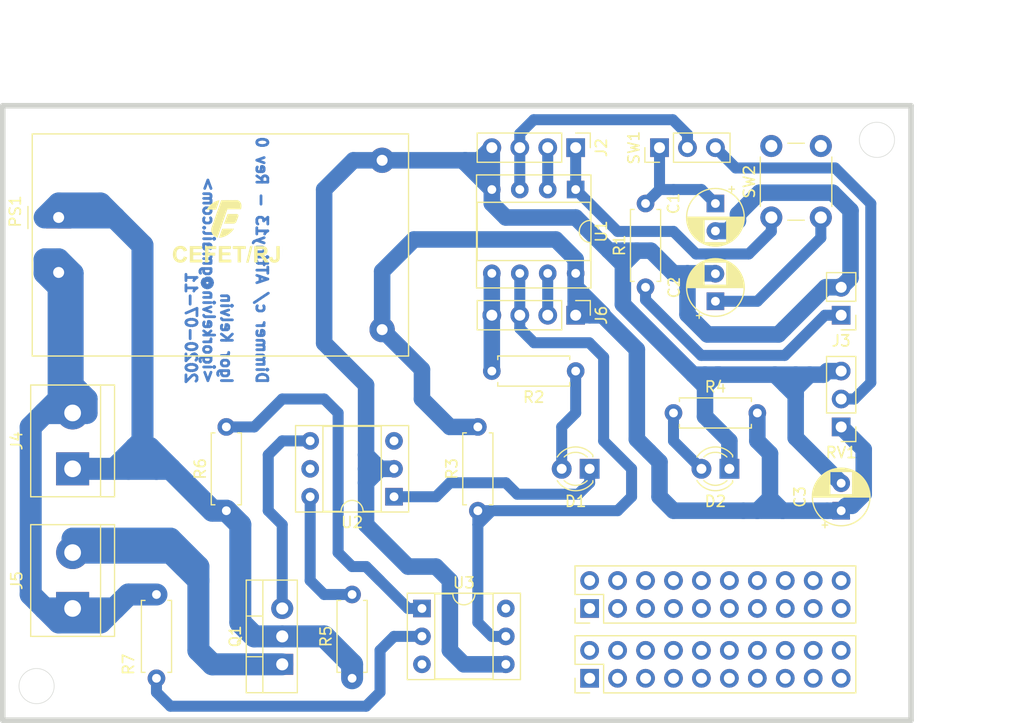
<source format=kicad_pcb>
(kicad_pcb (version 20171130) (host pcbnew 5.1.6)

  (general
    (thickness 1.6)
    (drawings 9)
    (tracks 272)
    (zones 0)
    (modules 28)
    (nets 27)
  )

  (page A4)
  (title_block
    (title "Dimmer Digital c/ ATtiny13A")
    (date 2020-07-11)
    (rev 0)
    (company "CEFET/RJ - Laboratório de Inovações Tecnológicas")
    (comment 1 <igorkelvin@gmail.com>)
    (comment 2 "Igor Kelvin")
  )

  (layers
    (0 F.Cu signal)
    (31 B.Cu signal)
    (32 B.Adhes user)
    (33 F.Adhes user)
    (34 B.Paste user)
    (35 F.Paste user)
    (36 B.SilkS user)
    (37 F.SilkS user)
    (38 B.Mask user)
    (39 F.Mask user)
    (40 Dwgs.User user)
    (41 Cmts.User user)
    (42 Eco1.User user)
    (43 Eco2.User user)
    (44 Edge.Cuts user)
    (45 Margin user)
    (46 B.CrtYd user)
    (47 F.CrtYd user)
    (48 B.Fab user)
    (49 F.Fab user)
  )

  (setup
    (last_trace_width 0.25)
    (trace_clearance 0.2)
    (zone_clearance 0.508)
    (zone_45_only no)
    (trace_min 0.2)
    (via_size 0.8)
    (via_drill 0.4)
    (via_min_size 0.4)
    (via_min_drill 0.3)
    (uvia_size 0.3)
    (uvia_drill 0.1)
    (uvias_allowed no)
    (uvia_min_size 0.2)
    (uvia_min_drill 0.1)
    (edge_width 0.05)
    (segment_width 0.2)
    (pcb_text_width 0.3)
    (pcb_text_size 1.5 1.5)
    (mod_edge_width 0.12)
    (mod_text_size 1 1)
    (mod_text_width 0.15)
    (pad_size 1.524 1.524)
    (pad_drill 0.762)
    (pad_to_mask_clearance 0.05)
    (aux_axis_origin 0 0)
    (visible_elements FFFFFF7F)
    (pcbplotparams
      (layerselection 0x010fc_ffffffff)
      (usegerberextensions false)
      (usegerberattributes true)
      (usegerberadvancedattributes true)
      (creategerberjobfile true)
      (excludeedgelayer true)
      (linewidth 0.100000)
      (plotframeref false)
      (viasonmask false)
      (mode 1)
      (useauxorigin false)
      (hpglpennumber 1)
      (hpglpenspeed 20)
      (hpglpendiameter 15.000000)
      (psnegative false)
      (psa4output false)
      (plotreference true)
      (plotvalue true)
      (plotinvisibletext false)
      (padsonsilk false)
      (subtractmaskfromsilk false)
      (outputformat 1)
      (mirror false)
      (drillshape 1)
      (scaleselection 1)
      (outputdirectory ""))
  )

  (net 0 "")
  (net 1 "Net-(C1-Pad1)")
  (net 2 GND)
  (net 3 "Net-(C2-Pad1)")
  (net 4 +5V)
  (net 5 "Net-(D1-Pad1)")
  (net 6 "Net-(D1-Pad2)")
  (net 7 "Net-(D2-Pad2)")
  (net 8 CROSSOVER)
  (net 9 UNDEFINED1)
  (net 10 PHASE_CONTROL)
  (net 11 RESET)
  (net 12 SPEED_EXTERNAL)
  (net 13 UNDEFINED2)
  (net 14 AC1)
  (net 15 AC2)
  (net 16 LOAD2)
  (net 17 "Net-(Q1-Pad3)")
  (net 18 "Net-(R5-Pad2)")
  (net 19 "Net-(R6-Pad2)")
  (net 20 "Net-(R7-Pad2)")
  (net 21 "Net-(RV1-Pad2)")
  (net 22 SPEED_POT)
  (net 23 "Net-(U2-Pad3)")
  (net 24 "Net-(U2-Pad5)")
  (net 25 "Net-(U3-Pad3)")
  (net 26 "Net-(U3-Pad6)")

  (net_class Default "This is the default net class."
    (clearance 0.2)
    (trace_width 0.25)
    (via_dia 0.8)
    (via_drill 0.4)
    (uvia_dia 0.3)
    (uvia_drill 0.1)
  )

  (net_class PWR_AC ""
    (clearance 0.5)
    (trace_width 2)
    (via_dia 1.2)
    (via_drill 1)
    (uvia_dia 0.3)
    (uvia_drill 0.1)
    (add_net AC1)
    (add_net AC2)
    (add_net LOAD2)
  )

  (net_class PWR_DC ""
    (clearance 0.5)
    (trace_width 1.5)
    (via_dia 1.2)
    (via_drill 1)
    (uvia_dia 0.3)
    (uvia_drill 0.1)
    (add_net +5V)
    (add_net GND)
    (add_net PHASE_CONTROL)
  )

  (net_class Signals ""
    (clearance 0.5)
    (trace_width 1)
    (via_dia 1.2)
    (via_drill 1)
    (uvia_dia 0.3)
    (uvia_drill 0.1)
    (add_net CROSSOVER)
    (add_net "Net-(C1-Pad1)")
    (add_net "Net-(C2-Pad1)")
    (add_net "Net-(D1-Pad1)")
    (add_net "Net-(D1-Pad2)")
    (add_net "Net-(D2-Pad2)")
    (add_net "Net-(Q1-Pad3)")
    (add_net "Net-(R5-Pad2)")
    (add_net "Net-(R6-Pad2)")
    (add_net "Net-(R7-Pad2)")
    (add_net "Net-(RV1-Pad2)")
    (add_net "Net-(U2-Pad3)")
    (add_net "Net-(U2-Pad5)")
    (add_net "Net-(U3-Pad3)")
    (add_net "Net-(U3-Pad6)")
    (add_net RESET)
    (add_net SPEED_EXTERNAL)
    (add_net SPEED_POT)
    (add_net UNDEFINED1)
    (add_net UNDEFINED2)
  )

  (module Connector_PinHeader_2.54mm:PinHeader_2x10_P2.54mm_Vertical (layer F.Cu) (tedit 59FED5CC) (tstamp 5F0A894A)
    (at 104.14 71.12 90)
    (descr "Through hole straight pin header, 2x10, 2.54mm pitch, double rows")
    (tags "Through hole pin header THT 2x10 2.54mm double row")
    (fp_text reference REF** (at 1.27 -2.33 90) (layer F.SilkS) hide
      (effects (font (size 1 1) (thickness 0.15)))
    )
    (fp_text value PinHeader_2x10_P2.54mm_Vertical (at 1.27 25.19 90) (layer F.Fab) hide
      (effects (font (size 1 1) (thickness 0.15)))
    )
    (fp_text user %R (at 1.27 11.43) (layer F.Fab) hide
      (effects (font (size 1 1) (thickness 0.15)))
    )
    (fp_line (start 0 -1.27) (end 3.81 -1.27) (layer F.Fab) (width 0.1))
    (fp_line (start 3.81 -1.27) (end 3.81 24.13) (layer F.Fab) (width 0.1))
    (fp_line (start 3.81 24.13) (end -1.27 24.13) (layer F.Fab) (width 0.1))
    (fp_line (start -1.27 24.13) (end -1.27 0) (layer F.Fab) (width 0.1))
    (fp_line (start -1.27 0) (end 0 -1.27) (layer F.Fab) (width 0.1))
    (fp_line (start -1.33 24.19) (end 3.87 24.19) (layer F.SilkS) (width 0.12))
    (fp_line (start -1.33 1.27) (end -1.33 24.19) (layer F.SilkS) (width 0.12))
    (fp_line (start 3.87 -1.33) (end 3.87 24.19) (layer F.SilkS) (width 0.12))
    (fp_line (start -1.33 1.27) (end 1.27 1.27) (layer F.SilkS) (width 0.12))
    (fp_line (start 1.27 1.27) (end 1.27 -1.33) (layer F.SilkS) (width 0.12))
    (fp_line (start 1.27 -1.33) (end 3.87 -1.33) (layer F.SilkS) (width 0.12))
    (fp_line (start -1.33 0) (end -1.33 -1.33) (layer F.SilkS) (width 0.12))
    (fp_line (start -1.33 -1.33) (end 0 -1.33) (layer F.SilkS) (width 0.12))
    (fp_line (start -1.8 -1.8) (end -1.8 24.65) (layer F.CrtYd) (width 0.05))
    (fp_line (start -1.8 24.65) (end 4.35 24.65) (layer F.CrtYd) (width 0.05))
    (fp_line (start 4.35 24.65) (end 4.35 -1.8) (layer F.CrtYd) (width 0.05))
    (fp_line (start 4.35 -1.8) (end -1.8 -1.8) (layer F.CrtYd) (width 0.05))
    (pad 20 thru_hole oval (at 2.54 22.86 90) (size 1.7 1.7) (drill 1) (layers *.Cu *.Mask))
    (pad 19 thru_hole oval (at 0 22.86 90) (size 1.7 1.7) (drill 1) (layers *.Cu *.Mask))
    (pad 18 thru_hole oval (at 2.54 20.32 90) (size 1.7 1.7) (drill 1) (layers *.Cu *.Mask))
    (pad 17 thru_hole oval (at 0 20.32 90) (size 1.7 1.7) (drill 1) (layers *.Cu *.Mask))
    (pad 16 thru_hole oval (at 2.54 17.78 90) (size 1.7 1.7) (drill 1) (layers *.Cu *.Mask))
    (pad 15 thru_hole oval (at 0 17.78 90) (size 1.7 1.7) (drill 1) (layers *.Cu *.Mask))
    (pad 14 thru_hole oval (at 2.54 15.24 90) (size 1.7 1.7) (drill 1) (layers *.Cu *.Mask))
    (pad 13 thru_hole oval (at 0 15.24 90) (size 1.7 1.7) (drill 1) (layers *.Cu *.Mask))
    (pad 12 thru_hole oval (at 2.54 12.7 90) (size 1.7 1.7) (drill 1) (layers *.Cu *.Mask))
    (pad 11 thru_hole oval (at 0 12.7 90) (size 1.7 1.7) (drill 1) (layers *.Cu *.Mask))
    (pad 10 thru_hole oval (at 2.54 10.16 90) (size 1.7 1.7) (drill 1) (layers *.Cu *.Mask))
    (pad 9 thru_hole oval (at 0 10.16 90) (size 1.7 1.7) (drill 1) (layers *.Cu *.Mask))
    (pad 8 thru_hole oval (at 2.54 7.62 90) (size 1.7 1.7) (drill 1) (layers *.Cu *.Mask))
    (pad 7 thru_hole oval (at 0 7.62 90) (size 1.7 1.7) (drill 1) (layers *.Cu *.Mask))
    (pad 6 thru_hole oval (at 2.54 5.08 90) (size 1.7 1.7) (drill 1) (layers *.Cu *.Mask))
    (pad 5 thru_hole oval (at 0 5.08 90) (size 1.7 1.7) (drill 1) (layers *.Cu *.Mask))
    (pad 4 thru_hole oval (at 2.54 2.54 90) (size 1.7 1.7) (drill 1) (layers *.Cu *.Mask))
    (pad 3 thru_hole oval (at 0 2.54 90) (size 1.7 1.7) (drill 1) (layers *.Cu *.Mask))
    (pad 2 thru_hole oval (at 2.54 0 90) (size 1.7 1.7) (drill 1) (layers *.Cu *.Mask))
    (pad 1 thru_hole rect (at 0 0 90) (size 1.7 1.7) (drill 1) (layers *.Cu *.Mask))
    (model ${KISYS3DMOD}/Connector_PinHeader_2.54mm.3dshapes/PinHeader_2x10_P2.54mm_Vertical.wrl
      (at (xyz 0 0 0))
      (scale (xyz 1 1 1))
      (rotate (xyz 0 0 0))
    )
  )

  (module Connector_PinHeader_2.54mm:PinHeader_2x10_P2.54mm_Vertical (layer F.Cu) (tedit 59FED5CC) (tstamp 5F0A88C9)
    (at 104.14 77.47 90)
    (descr "Through hole straight pin header, 2x10, 2.54mm pitch, double rows")
    (tags "Through hole pin header THT 2x10 2.54mm double row")
    (fp_text reference REF** (at 1.27 -2.33 90) (layer F.SilkS) hide
      (effects (font (size 1 1) (thickness 0.15)))
    )
    (fp_text value PinHeader_2x10_P2.54mm_Vertical (at 1.27 25.19 90) (layer F.Fab) hide
      (effects (font (size 1 1) (thickness 0.15)))
    )
    (fp_text user %R (at 1.27 11.43) (layer F.Fab) hide
      (effects (font (size 1 1) (thickness 0.15)))
    )
    (fp_line (start 0 -1.27) (end 3.81 -1.27) (layer F.Fab) (width 0.1))
    (fp_line (start 3.81 -1.27) (end 3.81 24.13) (layer F.Fab) (width 0.1))
    (fp_line (start 3.81 24.13) (end -1.27 24.13) (layer F.Fab) (width 0.1))
    (fp_line (start -1.27 24.13) (end -1.27 0) (layer F.Fab) (width 0.1))
    (fp_line (start -1.27 0) (end 0 -1.27) (layer F.Fab) (width 0.1))
    (fp_line (start -1.33 24.19) (end 3.87 24.19) (layer F.SilkS) (width 0.12))
    (fp_line (start -1.33 1.27) (end -1.33 24.19) (layer F.SilkS) (width 0.12))
    (fp_line (start 3.87 -1.33) (end 3.87 24.19) (layer F.SilkS) (width 0.12))
    (fp_line (start -1.33 1.27) (end 1.27 1.27) (layer F.SilkS) (width 0.12))
    (fp_line (start 1.27 1.27) (end 1.27 -1.33) (layer F.SilkS) (width 0.12))
    (fp_line (start 1.27 -1.33) (end 3.87 -1.33) (layer F.SilkS) (width 0.12))
    (fp_line (start -1.33 0) (end -1.33 -1.33) (layer F.SilkS) (width 0.12))
    (fp_line (start -1.33 -1.33) (end 0 -1.33) (layer F.SilkS) (width 0.12))
    (fp_line (start -1.8 -1.8) (end -1.8 24.65) (layer F.CrtYd) (width 0.05))
    (fp_line (start -1.8 24.65) (end 4.35 24.65) (layer F.CrtYd) (width 0.05))
    (fp_line (start 4.35 24.65) (end 4.35 -1.8) (layer F.CrtYd) (width 0.05))
    (fp_line (start 4.35 -1.8) (end -1.8 -1.8) (layer F.CrtYd) (width 0.05))
    (pad 20 thru_hole oval (at 2.54 22.86 90) (size 1.7 1.7) (drill 1) (layers *.Cu *.Mask))
    (pad 19 thru_hole oval (at 0 22.86 90) (size 1.7 1.7) (drill 1) (layers *.Cu *.Mask))
    (pad 18 thru_hole oval (at 2.54 20.32 90) (size 1.7 1.7) (drill 1) (layers *.Cu *.Mask))
    (pad 17 thru_hole oval (at 0 20.32 90) (size 1.7 1.7) (drill 1) (layers *.Cu *.Mask))
    (pad 16 thru_hole oval (at 2.54 17.78 90) (size 1.7 1.7) (drill 1) (layers *.Cu *.Mask))
    (pad 15 thru_hole oval (at 0 17.78 90) (size 1.7 1.7) (drill 1) (layers *.Cu *.Mask))
    (pad 14 thru_hole oval (at 2.54 15.24 90) (size 1.7 1.7) (drill 1) (layers *.Cu *.Mask))
    (pad 13 thru_hole oval (at 0 15.24 90) (size 1.7 1.7) (drill 1) (layers *.Cu *.Mask))
    (pad 12 thru_hole oval (at 2.54 12.7 90) (size 1.7 1.7) (drill 1) (layers *.Cu *.Mask))
    (pad 11 thru_hole oval (at 0 12.7 90) (size 1.7 1.7) (drill 1) (layers *.Cu *.Mask))
    (pad 10 thru_hole oval (at 2.54 10.16 90) (size 1.7 1.7) (drill 1) (layers *.Cu *.Mask))
    (pad 9 thru_hole oval (at 0 10.16 90) (size 1.7 1.7) (drill 1) (layers *.Cu *.Mask))
    (pad 8 thru_hole oval (at 2.54 7.62 90) (size 1.7 1.7) (drill 1) (layers *.Cu *.Mask))
    (pad 7 thru_hole oval (at 0 7.62 90) (size 1.7 1.7) (drill 1) (layers *.Cu *.Mask))
    (pad 6 thru_hole oval (at 2.54 5.08 90) (size 1.7 1.7) (drill 1) (layers *.Cu *.Mask))
    (pad 5 thru_hole oval (at 0 5.08 90) (size 1.7 1.7) (drill 1) (layers *.Cu *.Mask))
    (pad 4 thru_hole oval (at 2.54 2.54 90) (size 1.7 1.7) (drill 1) (layers *.Cu *.Mask))
    (pad 3 thru_hole oval (at 0 2.54 90) (size 1.7 1.7) (drill 1) (layers *.Cu *.Mask))
    (pad 2 thru_hole oval (at 2.54 0 90) (size 1.7 1.7) (drill 1) (layers *.Cu *.Mask))
    (pad 1 thru_hole rect (at 0 0 90) (size 1.7 1.7) (drill 1) (layers *.Cu *.Mask))
    (model ${KISYS3DMOD}/Connector_PinHeader_2.54mm.3dshapes/PinHeader_2x10_P2.54mm_Vertical.wrl
      (at (xyz 0 0 0))
      (scale (xyz 1 1 1))
      (rotate (xyz 0 0 0))
    )
  )

  (module igorkelvin:Logo_Cefet_10mm (layer F.Cu) (tedit 0) (tstamp 5F0A7F3F)
    (at 71.12 36.83)
    (fp_text reference G*** (at 0 0) (layer F.SilkS) hide
      (effects (font (size 1.524 1.524) (thickness 0.3)))
    )
    (fp_text value LOGO (at 0.75 0) (layer F.SilkS) hide
      (effects (font (size 1.524 1.524) (thickness 0.3)))
    )
    (fp_poly (pts (xy 2.349032 1.46431) (xy 2.341117 1.49669) (xy 2.331165 1.537532) (xy 2.319517 1.585418)
      (xy 2.306517 1.638934) (xy 2.29251 1.696662) (xy 2.277838 1.757187) (xy 2.262846 1.819093)
      (xy 2.247876 1.880963) (xy 2.235313 1.93294) (xy 2.220996 1.992192) (xy 2.20665 2.051553)
      (xy 2.192576 2.109773) (xy 2.179077 2.1656) (xy 2.166455 2.217784) (xy 2.155014 2.265074)
      (xy 2.145056 2.306219) (xy 2.136882 2.33997) (xy 2.130878 2.36474) (xy 2.121329 2.404126)
      (xy 2.110996 2.446808) (xy 2.100667 2.489519) (xy 2.091133 2.528992) (xy 2.083183 2.561963)
      (xy 2.082967 2.56286) (xy 2.074393 2.598404) (xy 2.064386 2.639788) (xy 2.05392 2.682982)
      (xy 2.043974 2.723955) (xy 2.039033 2.744268) (xy 2.015892 2.839317) (xy 1.914234 2.840788)
      (xy 1.883185 2.841078) (xy 1.855759 2.84103) (xy 1.833517 2.840671) (xy 1.81802 2.84003)
      (xy 1.810828 2.839134) (xy 1.810531 2.838941) (xy 1.81118 2.833981) (xy 1.813949 2.820365)
      (xy 1.818856 2.798015) (xy 1.825921 2.766853) (xy 1.835161 2.726802) (xy 1.846596 2.677782)
      (xy 1.860243 2.619716) (xy 1.876122 2.552526) (xy 1.89425 2.476133) (xy 1.914647 2.390461)
      (xy 1.93733 2.29543) (xy 1.962319 2.190962) (xy 1.989631 2.076981) (xy 2.019286 1.953406)
      (xy 2.051302 1.820161) (xy 2.085696 1.677168) (xy 2.106058 1.59258) (xy 2.116134 1.550659)
      (xy 2.126144 1.508891) (xy 2.135647 1.469116) (xy 2.144205 1.433177) (xy 2.151379 1.402915)
      (xy 2.156729 1.380173) (xy 2.157837 1.375417) (xy 2.1717 1.315734) (xy 2.278565 1.315727)
      (xy 2.385431 1.31572) (xy 2.349032 1.46431)) (layer F.SilkS) (width 0.01))
    (fp_poly (pts (xy -4.11409 1.317438) (xy -4.043914 1.32353) (xy -3.978799 1.335982) (xy -3.91707 1.355124)
      (xy -3.85705 1.381287) (xy -3.850818 1.384434) (xy -3.788243 1.421308) (xy -3.733568 1.464077)
      (xy -3.686283 1.513317) (xy -3.645873 1.569602) (xy -3.611827 1.633506) (xy -3.596919 1.66878)
      (xy -3.585907 1.697281) (xy -3.578446 1.717788) (xy -3.574278 1.731722) (xy -3.573145 1.740508)
      (xy -3.574788 1.745568) (xy -3.578949 1.748327) (xy -3.582293 1.7494) (xy -3.59043 1.751467)
      (xy -3.606922 1.755514) (xy -3.630239 1.761171) (xy -3.658852 1.768068) (xy -3.691231 1.775835)
      (xy -3.71348 1.781152) (xy -3.747784 1.78934) (xy -3.779593 1.796934) (xy -3.807312 1.803554)
      (xy -3.829341 1.808818) (xy -3.844085 1.812345) (xy -3.84889 1.813497) (xy -3.858675 1.815276)
      (xy -3.864279 1.813061) (xy -3.868164 1.80469) (xy -3.871215 1.793866) (xy -3.885036 1.75597)
      (xy -3.905651 1.717078) (xy -3.930857 1.680917) (xy -3.951816 1.657469) (xy -3.992505 1.624313)
      (xy -4.038683 1.598877) (xy -4.089067 1.581308) (xy -4.142375 1.57175) (xy -4.197323 1.57035)
      (xy -4.252631 1.577253) (xy -4.307014 1.592605) (xy -4.35102 1.612125) (xy -4.376397 1.628499)
      (xy -4.403975 1.651314) (xy -4.431205 1.678031) (xy -4.455539 1.706108) (xy -4.474429 1.733005)
      (xy -4.47733 1.73802) (xy -4.50238 1.792471) (xy -4.521712 1.854854) (xy -4.535226 1.924638)
      (xy -4.542822 2.001292) (xy -4.544402 2.084283) (xy -4.544161 2.0955) (xy -4.539833 2.176104)
      (xy -4.531121 2.248027) (xy -4.517787 2.311862) (xy -4.499592 2.368204) (xy -4.476297 2.417648)
      (xy -4.447664 2.460788) (xy -4.413454 2.498217) (xy -4.373429 2.530531) (xy -4.367994 2.534248)
      (xy -4.325118 2.557363) (xy -4.276753 2.573687) (xy -4.225126 2.583033) (xy -4.172462 2.585218)
      (xy -4.120988 2.580057) (xy -4.07293 2.567363) (xy -4.055347 2.56022) (xy -4.008146 2.533301)
      (xy -3.966366 2.497889) (xy -3.930159 2.454176) (xy -3.899676 2.402358) (xy -3.87507 2.342627)
      (xy -3.8685 2.322004) (xy -3.862528 2.302579) (xy -3.857449 2.287168) (xy -3.85406 2.278148)
      (xy -3.853337 2.276842) (xy -3.848279 2.277844) (xy -3.835008 2.281469) (xy -3.814993 2.287264)
      (xy -3.789703 2.294776) (xy -3.760607 2.303553) (xy -3.729175 2.313142) (xy -3.696877 2.323089)
      (xy -3.665181 2.332943) (xy -3.635558 2.34225) (xy -3.609476 2.350558) (xy -3.588406 2.357414)
      (xy -3.573817 2.362365) (xy -3.567177 2.364957) (xy -3.567005 2.365071) (xy -3.567469 2.370548)
      (xy -3.571127 2.383516) (xy -3.577278 2.40208) (xy -3.585224 2.424348) (xy -3.594265 2.448424)
      (xy -3.603701 2.472415) (xy -3.612832 2.494427) (xy -3.620959 2.512566) (xy -3.623181 2.51714)
      (xy -3.662246 2.585712) (xy -3.706893 2.64587) (xy -3.757329 2.697765) (xy -3.813761 2.741548)
      (xy -3.876395 2.777368) (xy -3.945439 2.805376) (xy -4.021099 2.825724) (xy -4.056229 2.832239)
      (xy -4.091934 2.836387) (xy -4.134389 2.838716) (xy -4.180352 2.839257) (xy -4.226581 2.838038)
      (xy -4.269837 2.835092) (xy -4.306877 2.830449) (xy -4.31038 2.829845) (xy -4.389039 2.811072)
      (xy -4.462455 2.783624) (xy -4.530905 2.747351) (xy -4.594663 2.702104) (xy -4.654006 2.647733)
      (xy -4.663078 2.63821) (xy -4.713611 2.57723) (xy -4.756141 2.510773) (xy -4.790743 2.438616)
      (xy -4.817494 2.36054) (xy -4.83647 2.276323) (xy -4.847746 2.185743) (xy -4.8514 2.090354)
      (xy -4.847687 1.990261) (xy -4.8365 1.896941) (xy -4.817773 1.810212) (xy -4.791439 1.729889)
      (xy -4.75743 1.65579) (xy -4.715678 1.587731) (xy -4.666118 1.525531) (xy -4.629795 1.488261)
      (xy -4.600743 1.461882) (xy -4.573306 1.440021) (xy -4.544174 1.420319) (xy -4.510033 1.400416)
      (xy -4.495306 1.392442) (xy -4.443882 1.3675) (xy -4.392954 1.348224) (xy -4.340224 1.334046)
      (xy -4.283399 1.324401) (xy -4.220183 1.318721) (xy -4.191 1.317377) (xy -4.11409 1.317438)) (layer F.SilkS) (width 0.01))
    (fp_poly (pts (xy 4.851395 1.84785) (xy 4.851371 1.937368) (xy 4.851287 2.017378) (xy 4.851123 2.088529)
      (xy 4.850859 2.151471) (xy 4.850475 2.206856) (xy 4.849952 2.255334) (xy 4.84927 2.297555)
      (xy 4.848408 2.334171) (xy 4.847346 2.365831) (xy 4.846066 2.393186) (xy 4.844546 2.416887)
      (xy 4.842768 2.437584) (xy 4.840711 2.455928) (xy 4.838354 2.472569) (xy 4.83568 2.488159)
      (xy 4.832667 2.503347) (xy 4.831131 2.510519) (xy 4.812561 2.573387) (xy 4.785757 2.630538)
      (xy 4.751123 2.681604) (xy 4.709063 2.726217) (xy 4.659981 2.764009) (xy 4.604281 2.794611)
      (xy 4.542367 2.817656) (xy 4.47802 2.832237) (xy 4.442269 2.836483) (xy 4.400998 2.838837)
      (xy 4.357286 2.839332) (xy 4.314207 2.838001) (xy 4.274839 2.834876) (xy 4.242259 2.82999)
      (xy 4.240916 2.829712) (xy 4.187004 2.815944) (xy 4.140545 2.798603) (xy 4.099157 2.776661)
      (xy 4.068261 2.75523) (xy 4.023744 2.714808) (xy 3.986488 2.667474) (xy 3.956453 2.613144)
      (xy 3.933597 2.551737) (xy 3.91788 2.483169) (xy 3.911803 2.438014) (xy 3.909543 2.414665)
      (xy 3.907765 2.393789) (xy 3.906709 2.378319) (xy 3.90652 2.37286) (xy 3.90652 2.359196)
      (xy 4.03987 2.344626) (xy 4.075875 2.340707) (xy 4.108774 2.337153) (xy 4.137148 2.334116)
      (xy 4.159581 2.331746) (xy 4.174655 2.330194) (xy 4.180832 2.329618) (xy 4.184991 2.331726)
      (xy 4.188045 2.339693) (xy 4.190439 2.355146) (xy 4.19184 2.36982) (xy 4.198147 2.420828)
      (xy 4.208016 2.463254) (xy 4.22182 2.498162) (xy 4.239932 2.526617) (xy 4.251292 2.539332)
      (xy 4.277798 2.560994) (xy 4.307487 2.575264) (xy 4.342606 2.58306) (xy 4.362601 2.584802)
      (xy 4.408649 2.583577) (xy 4.448183 2.574786) (xy 4.481057 2.558509) (xy 4.507122 2.534826)
      (xy 4.526231 2.503818) (xy 4.530439 2.493499) (xy 4.53413 2.483148) (xy 4.537418 2.47287)
      (xy 4.540327 2.462045) (xy 4.54288 2.450055) (xy 4.5451 2.43628) (xy 4.54701 2.420103)
      (xy 4.548635 2.400903) (xy 4.549995 2.378062) (xy 4.551116 2.350962) (xy 4.55202 2.318983)
      (xy 4.55273 2.281506) (xy 4.553269 2.237913) (xy 4.553661 2.187585) (xy 4.553928 2.129903)
      (xy 4.554095 2.064247) (xy 4.554183 1.99) (xy 4.554216 1.906542) (xy 4.55422 1.85801)
      (xy 4.55422 1.341121) (xy 4.70281 1.34112) (xy 4.8514 1.34112) (xy 4.851395 1.84785)) (layer F.SilkS) (width 0.01))
    (fp_poly (pts (xy 2.93751 1.342459) (xy 3.016857 1.342868) (xy 3.086793 1.343307) (xy 3.148067 1.34382)
      (xy 3.201427 1.344451) (xy 3.247622 1.345244) (xy 3.287402 1.346244) (xy 3.321514 1.347494)
      (xy 3.350708 1.349039) (xy 3.375732 1.350922) (xy 3.397336 1.353187) (xy 3.416267 1.355879)
      (xy 3.433275 1.359041) (xy 3.449109 1.362717) (xy 3.464517 1.366952) (xy 3.480249 1.37179)
      (xy 3.48996 1.374936) (xy 3.542755 1.397481) (xy 3.591038 1.428622) (xy 3.634025 1.467501)
      (xy 3.67093 1.513264) (xy 3.700969 1.565054) (xy 3.723358 1.622016) (xy 3.726646 1.63322)
      (xy 3.731896 1.659341) (xy 3.735595 1.692556) (xy 3.737677 1.729905) (xy 3.738077 1.76843)
      (xy 3.736729 1.805175) (xy 3.733571 1.83718) (xy 3.731404 1.849931) (xy 3.714443 1.910003)
      (xy 3.689164 1.964366) (xy 3.655766 2.012847) (xy 3.61445 2.055273) (xy 3.565417 2.09147)
      (xy 3.508866 2.121265) (xy 3.444999 2.144485) (xy 3.374015 2.160958) (xy 3.370728 2.161525)
      (xy 3.358587 2.163996) (xy 3.355274 2.166344) (xy 3.359528 2.169646) (xy 3.360568 2.170199)
      (xy 3.396477 2.191959) (xy 3.435031 2.220512) (xy 3.473855 2.253817) (xy 3.510572 2.289838)
      (xy 3.542805 2.326533) (xy 3.542891 2.32664) (xy 3.565034 2.355568) (xy 3.591122 2.391953)
      (xy 3.620178 2.434362) (xy 3.651225 2.481363) (xy 3.683286 2.531524) (xy 3.691075 2.543956)
      (xy 3.707819 2.57074) (xy 3.724255 2.596945) (xy 3.738957 2.620303) (xy 3.750498 2.638547)
      (xy 3.754968 2.645556) (xy 3.768198 2.666512) (xy 3.782749 2.690021) (xy 3.791913 2.7051)
      (xy 3.803633 2.724326) (xy 3.818087 2.747644) (xy 3.832511 2.770602) (xy 3.835203 2.774842)
      (xy 3.845744 2.792108) (xy 3.853284 2.805822) (xy 3.856793 2.814033) (xy 3.856678 2.815482)
      (xy 3.850948 2.815768) (xy 3.836248 2.815956) (xy 3.813767 2.816046) (xy 3.784692 2.81604)
      (xy 3.750213 2.815936) (xy 3.711518 2.815734) (xy 3.67792 2.815499) (xy 3.50266 2.814139)
      (xy 3.40492 2.668179) (xy 3.365384 2.609155) (xy 3.331101 2.558012) (xy 3.301684 2.514179)
      (xy 3.276747 2.477087) (xy 3.255904 2.446164) (xy 3.238768 2.420841) (xy 3.224954 2.400547)
      (xy 3.214075 2.384712) (xy 3.205744 2.372764) (xy 3.199577 2.364134) (xy 3.195185 2.358252)
      (xy 3.194276 2.357089) (xy 3.185767 2.346203) (xy 3.173362 2.330177) (xy 3.159328 2.311946)
      (xy 3.154949 2.306234) (xy 3.11985 2.267078) (xy 3.081887 2.237406) (xy 3.041303 2.217401)
      (xy 3.031719 2.214215) (xy 3.015541 2.209836) (xy 2.999017 2.206739) (xy 2.979841 2.204697)
      (xy 2.955705 2.203486) (xy 2.924302 2.20288) (xy 2.914969 2.202796) (xy 2.833783 2.20218)
      (xy 2.833889 2.50825) (xy 2.833996 2.81432) (xy 2.53492 2.81432) (xy 2.53492 1.59258)
      (xy 2.833891 1.59258) (xy 2.834155 1.77546) (xy 2.834219 1.817622) (xy 2.834283 1.856565)
      (xy 2.834346 1.891121) (xy 2.834404 1.920125) (xy 2.834456 1.942414) (xy 2.834499 1.95682)
      (xy 2.83453 1.96215) (xy 2.839427 1.963366) (xy 2.853161 1.964329) (xy 2.874412 1.965043)
      (xy 2.90186 1.965512) (xy 2.934186 1.965742) (xy 2.970069 1.965737) (xy 3.008189 1.965502)
      (xy 3.047228 1.965042) (xy 3.085864 1.964363) (xy 3.122779 1.963468) (xy 3.156652 1.962363)
      (xy 3.186163 1.961053) (xy 3.190246 1.960833) (xy 3.238388 1.957485) (xy 3.277428 1.953204)
      (xy 3.308396 1.947804) (xy 3.332322 1.941103) (xy 3.350235 1.932917) (xy 3.351663 1.932054)
      (xy 3.3834 1.906672) (xy 3.407693 1.874818) (xy 3.424163 1.837325) (xy 3.432429 1.795026)
      (xy 3.432642 1.754841) (xy 3.425427 1.712225) (xy 3.410548 1.676168) (xy 3.38771 1.646282)
      (xy 3.356616 1.622177) (xy 3.31824 1.603933) (xy 3.311004 1.60137) (xy 3.30366 1.599248)
      (xy 3.295214 1.597522) (xy 3.284674 1.596151) (xy 3.271046 1.595092) (xy 3.253339 1.594301)
      (xy 3.230558 1.593736) (xy 3.201712 1.593354) (xy 3.165808 1.593112) (xy 3.121853 1.592968)
      (xy 3.068853 1.592879) (xy 3.061595 1.592869) (xy 2.833891 1.59258) (xy 2.53492 1.59258)
      (xy 2.53492 1.340511) (xy 2.93751 1.342459)) (layer F.SilkS) (width 0.01))
    (fp_poly (pts (xy -2.21488 1.59004) (xy -3.01244 1.59004) (xy -3.01244 1.91516) (xy -2.27076 1.91516)
      (xy -2.27076 2.16408) (xy -3.01244 2.16408) (xy -3.01244 2.5654) (xy -2.18948 2.5654)
      (xy -2.18948 2.81432) (xy -3.31216 2.81432) (xy -3.31216 1.34112) (xy -2.21488 1.34112)
      (xy -2.21488 1.59004)) (layer F.SilkS) (width 0.01))
    (fp_poly (pts (xy -0.91948 1.59004) (xy -1.635894 1.59004) (xy -1.63322 1.93802) (xy -1.016 1.940638)
      (xy -1.016 2.18948) (xy -1.63576 2.18948) (xy -1.63576 2.81432) (xy -1.934937 2.81432)
      (xy -1.93526 2.07772) (xy -1.935584 1.34112) (xy -0.91948 1.34112) (xy -0.91948 1.59004)) (layer F.SilkS) (width 0.01))
    (fp_poly (pts (xy 0.42164 1.59004) (xy -0.37592 1.59004) (xy -0.37592 1.915093) (xy -0.00635 1.916396)
      (xy 0.36322 1.9177) (xy 0.36594 2.16408) (xy -0.37592 2.16408) (xy -0.37592 2.5654)
      (xy 0.44704 2.5654) (xy 0.44704 2.81432) (xy -0.67564 2.81432) (xy -0.67564 1.34112)
      (xy 0.42164 1.34112) (xy 0.42164 1.59004)) (layer F.SilkS) (width 0.01))
    (fp_poly (pts (xy 1.76784 1.59004) (xy 1.33096 1.59004) (xy 1.33096 2.81432) (xy 1.03124 2.81432)
      (xy 1.03124 1.59004) (xy 0.59436 1.59004) (xy 0.59436 1.34112) (xy 1.76784 1.34112)
      (xy 1.76784 1.59004)) (layer F.SilkS) (width 0.01))
    (fp_poly (pts (xy 0.525135 -0.246377) (xy 0.572145 -0.246202) (xy 0.612243 -0.245914) (xy 0.644793 -0.245514)
      (xy 0.669162 -0.245006) (xy 0.684713 -0.244395) (xy 0.690813 -0.243683) (xy 0.69088 -0.243595)
      (xy 0.687823 -0.23668) (xy 0.679283 -0.223153) (xy 0.666201 -0.20427) (xy 0.649522 -0.181289)
      (xy 0.630189 -0.155465) (xy 0.609144 -0.128056) (xy 0.587331 -0.100319) (xy 0.565693 -0.073509)
      (xy 0.545173 -0.048884) (xy 0.541613 -0.044713) (xy 0.449918 0.054515) (xy 0.351391 0.146314)
      (xy 0.246357 0.230468) (xy 0.135136 0.306764) (xy 0.018052 0.374986) (xy -0.104572 0.434919)
      (xy -0.232414 0.48635) (xy -0.28194 0.503501) (xy -0.332968 0.519234) (xy -0.388077 0.534177)
      (xy -0.443372 0.547368) (xy -0.494959 0.55784) (xy -0.515239 0.5613) (xy -0.543494 0.565357)
      (xy -0.571929 0.568701) (xy -0.598778 0.571208) (xy -0.622278 0.572759) (xy -0.640665 0.57323)
      (xy -0.652175 0.5725) (xy -0.655247 0.570958) (xy -0.65363 0.563803) (xy -0.649616 0.550849)
      (xy -0.647124 0.54356) (xy -0.642177 0.529419) (xy -0.634292 0.506769) (xy -0.623849 0.476703)
      (xy -0.611226 0.440315) (xy -0.596802 0.398699) (xy -0.580957 0.352949) (xy -0.56407 0.304158)
      (xy -0.546518 0.253421) (xy -0.528682 0.201831) (xy -0.51094 0.150482) (xy -0.510725 0.14986)
      (xy -0.497281 0.110951) (xy -0.484024 0.072605) (xy -0.471568 0.036602) (xy -0.460531 0.004722)
      (xy -0.451527 -0.021257) (xy -0.445174 -0.039554) (xy -0.444796 -0.04064) (xy -0.430159 -0.082709)
      (xy -0.416627 -0.121645) (xy -0.40457 -0.156375) (xy -0.394362 -0.185826) (xy -0.386374 -0.208926)
      (xy -0.380977 -0.2246) (xy -0.378545 -0.231776) (xy -0.378528 -0.231828) (xy -0.375621 -0.23344)
      (xy -0.36771 -0.234924) (xy -0.354406 -0.236287) (xy -0.335317 -0.237539) (xy -0.310054 -0.238688)
      (xy -0.278225 -0.239741) (xy -0.239439 -0.240708) (xy -0.193307 -0.241596) (xy -0.139437 -0.242414)
      (xy -0.07744 -0.24317) (xy -0.006923 -0.243873) (xy 0.072503 -0.24453) (xy 0.161229 -0.245151)
      (xy 0.259646 -0.245742) (xy 0.28067 -0.245859) (xy 0.34898 -0.246178) (xy 0.412918 -0.246368)
      (xy 0.471848 -0.246433) (xy 0.525135 -0.246377)) (layer F.SilkS) (width 0.01))
    (fp_poly (pts (xy 1.090722 -2.81089) (xy 1.11569 -2.796512) (xy 1.134573 -2.785151) (xy 1.150178 -2.774916)
      (xy 1.165318 -2.763917) (xy 1.1828 -2.750263) (xy 1.193091 -2.742018) (xy 1.227674 -2.709622)
      (xy 1.261239 -2.669667) (xy 1.292016 -2.624729) (xy 1.318234 -2.577379) (xy 1.33735 -2.53238)
      (xy 1.358189 -2.459119) (xy 1.370272 -2.381521) (xy 1.373599 -2.300399) (xy 1.368172 -2.216571)
      (xy 1.353991 -2.13085) (xy 1.337018 -2.063765) (xy 1.32334 -2.01679) (xy 1.12014 -2.016772)
      (xy 1.081459 -2.016724) (xy 1.033951 -2.016591) (xy 0.978948 -2.016379) (xy 0.917784 -2.016098)
      (xy 0.851791 -2.015753) (xy 0.782301 -2.015352) (xy 0.710647 -2.014902) (xy 0.638162 -2.014411)
      (xy 0.566178 -2.013887) (xy 0.502043 -2.013384) (xy 0.087146 -2.010014) (xy 0.045539 -1.890197)
      (xy 0.016354 -1.806095) (xy -0.011165 -1.726675) (xy -0.036729 -1.652776) (xy -0.060048 -1.585235)
      (xy -0.080833 -1.524893) (xy -0.098793 -1.472588) (xy -0.111614 -1.4351) (xy -0.122857 -1.402245)
      (xy -0.134618 -1.368049) (xy -0.145837 -1.33558) (xy -0.155457 -1.307906) (xy -0.159836 -1.2954)
      (xy -0.16825 -1.271352) (xy -0.176107 -1.248672) (xy -0.182362 -1.230389) (xy -0.185258 -1.22174)
      (xy -0.188659 -1.211646) (xy -0.19489 -1.193423) (xy -0.203446 -1.168543) (xy -0.213821 -1.138474)
      (xy -0.225508 -1.104684) (xy -0.238 -1.068644) (xy -0.23864 -1.0668) (xy -0.253131 -1.025016)
      (xy -0.269923 -0.976544) (xy -0.288006 -0.924305) (xy -0.306371 -0.871216) (xy -0.324007 -0.820197)
      (xy -0.338843 -0.77724) (xy -0.352769 -0.736905) (xy -0.366448 -0.697301) (xy -0.379308 -0.660083)
      (xy -0.390779 -0.626902) (xy -0.400288 -0.599413) (xy -0.407264 -0.579268) (xy -0.409077 -0.57404)
      (xy -0.415056 -0.55679) (xy -0.423762 -0.531636) (xy -0.434606 -0.500279) (xy -0.447001 -0.464421)
      (xy -0.46036 -0.425761) (xy -0.474093 -0.386) (xy -0.477573 -0.37592) (xy -0.493429 -0.330003)
      (xy -0.510968 -0.279217) (xy -0.529154 -0.226563) (xy -0.546949 -0.175044) (xy -0.563317 -0.127663)
      (xy -0.574954 -0.09398) (xy -0.587143 -0.058682) (xy -0.598412 -0.026008) (xy -0.608284 0.002655)
      (xy -0.61628 0.025918) (xy -0.621924 0.042394) (xy -0.624738 0.050695) (xy -0.624773 0.0508)
      (xy -0.627318 0.058279) (xy -0.632814 0.074253) (xy -0.640879 0.097618) (xy -0.651131 0.127269)
      (xy -0.663187 0.162103) (xy -0.676668 0.201016) (xy -0.69119 0.242904) (xy -0.695919 0.25654)
      (xy -0.711445 0.301381) (xy -0.726671 0.345523) (xy -0.741102 0.387511) (xy -0.754241 0.425895)
      (xy -0.765589 0.459222) (xy -0.774652 0.486039) (xy -0.780931 0.504895) (xy -0.781492 0.506612)
      (xy -0.790987 0.534077) (xy -0.79856 0.552215) (xy -0.804485 0.561619) (xy -0.80772 0.563326)
      (xy -0.815269 0.561438) (xy -0.83007 0.556544) (xy -0.849939 0.549402) (xy -0.87122 0.541338)
      (xy -0.938368 0.512884) (xy -0.998189 0.482077) (xy -1.053492 0.447279) (xy -1.107084 0.406849)
      (xy -1.12014 0.39601) (xy -1.181422 0.337929) (xy -1.234761 0.274027) (xy -1.279683 0.204956)
      (xy -1.315717 0.131372) (xy -1.320957 0.118376) (xy -1.342697 0.056967) (xy -1.357869 -0.000492)
      (xy -1.367032 -0.05729) (xy -1.370748 -0.116718) (xy -1.370105 -0.17018) (xy -1.369381 -0.188326)
      (xy -1.368585 -0.204629) (xy -1.367495 -0.219857) (xy -1.36589 -0.234772) (xy -1.36355 -0.250142)
      (xy -1.360254 -0.266731) (xy -1.355781 -0.285305) (xy -1.34991 -0.306628) (xy -1.342421 -0.331466)
      (xy -1.333092 -0.360584) (xy -1.321703 -0.394747) (xy -1.308033 -0.43472) (xy -1.291861 -0.48127)
      (xy -1.272967 -0.53516) (xy -1.251129 -0.597156) (xy -1.227921 -0.66294) (xy -1.213671 -0.703405)
      (xy -1.197006 -0.750847) (xy -1.178845 -0.802648) (xy -1.160106 -0.856187) (xy -1.141704 -0.908845)
      (xy -1.124559 -0.958002) (xy -1.120282 -0.97028) (xy -1.105599 -1.012413) (xy -1.091154 -1.053776)
      (xy -1.077492 -1.092819) (xy -1.065157 -1.127987) (xy -1.054694 -1.157728) (xy -1.046647 -1.180489)
      (xy -1.042806 -1.19126) (xy -1.03442 -1.214839) (xy -1.026624 -1.237126) (xy -1.020516 -1.254965)
      (xy -1.018066 -1.26238) (xy -1.014058 -1.274372) (xy -1.007425 -1.293642) (xy -0.998965 -1.3179)
      (xy -0.989472 -1.344856) (xy -0.985394 -1.35636) (xy -0.960162 -1.427429) (xy -0.937825 -1.4904)
      (xy -0.918457 -1.545064) (xy -0.902133 -1.59121) (xy -0.888925 -1.62863) (xy -0.878909 -1.657115)
      (xy -0.872159 -1.676454) (xy -0.868747 -1.686439) (xy -0.868708 -1.68656) (xy -0.865816 -1.695077)
      (xy -0.859951 -1.712075) (xy -0.851496 -1.736449) (xy -0.840839 -1.767093) (xy -0.828364 -1.802899)
      (xy -0.814458 -1.842763) (xy -0.799506 -1.885577) (xy -0.783894 -1.930234) (xy -0.768007 -1.97563)
      (xy -0.752231 -2.020657) (xy -0.751816 -2.02184) (xy -0.740309 -2.054676) (xy -0.726655 -2.093654)
      (xy -0.712063 -2.135324) (xy -0.697741 -2.176238) (xy -0.686885 -2.20726) (xy -0.673505 -2.24547)
      (xy -0.658652 -2.287834) (xy -0.643595 -2.330735) (xy -0.629604 -2.370557) (xy -0.620032 -2.39776)
      (xy -0.607704 -2.432844) (xy -0.594317 -2.471065) (xy -0.581127 -2.508831) (xy -0.569391 -2.542547)
      (xy -0.564108 -2.55778) (xy -0.542905 -2.618862) (xy -0.523934 -2.673158) (xy -0.507341 -2.720257)
      (xy -0.493274 -2.759744) (xy -0.481883 -2.791209) (xy -0.473313 -2.814238) (xy -0.467715 -2.828419)
      (xy -0.465353 -2.833262) (xy -0.459957 -2.833678) (xy -0.444965 -2.834104) (xy -0.420939 -2.834537)
      (xy -0.388442 -2.834973) (xy -0.348037 -2.835408) (xy -0.300288 -2.835837) (xy -0.245758 -2.836257)
      (xy -0.185009 -2.836663) (xy -0.118605 -2.837052) (xy -0.047109 -2.83742) (xy 0.028917 -2.837762)
      (xy 0.108908 -2.838075) (xy 0.192303 -2.838354) (xy 0.278537 -2.838596) (xy 0.288504 -2.838621)
      (xy 1.03886 -2.840478) (xy 1.090722 -2.81089)) (layer F.SilkS) (width 0.01))
    (fp_poly (pts (xy 0.53848 -1.58485) (xy 0.616199 -1.584822) (xy 0.684391 -1.584734) (xy 0.743691 -1.584576)
      (xy 0.79473 -1.584338) (xy 0.838143 -1.58401) (xy 0.874562 -1.583581) (xy 0.904622 -1.583043)
      (xy 0.928954 -1.582384) (xy 0.948193 -1.581594) (xy 0.962972 -1.580664) (xy 0.973924 -1.579583)
      (xy 0.981683 -1.578341) (xy 0.984321 -1.577721) (xy 1.023475 -1.563017) (xy 1.054788 -1.541897)
      (xy 1.078165 -1.514474) (xy 1.093509 -1.480861) (xy 1.100723 -1.44117) (xy 1.100746 -1.440859)
      (xy 1.10153 -1.427142) (xy 1.101375 -1.41534) (xy 1.099817 -1.403487) (xy 1.096389 -1.389618)
      (xy 1.090624 -1.371766) (xy 1.082058 -1.347967) (xy 1.072879 -1.32334) (xy 1.063955 -1.299507)
      (xy 1.052112 -1.26785) (xy 1.037985 -1.230066) (xy 1.022207 -1.187851) (xy 1.005412 -1.142901)
      (xy 0.988234 -1.096911) (xy 0.972499 -1.054769) (xy 0.954054 -1.005575) (xy 0.93861 -0.964938)
      (xy 0.925739 -0.931851) (xy 0.915012 -0.905308) (xy 0.906 -0.884303) (xy 0.898275 -0.867829)
      (xy 0.891409 -0.854879) (xy 0.884973 -0.844446) (xy 0.879979 -0.837414) (xy 0.845263 -0.79899)
      (xy 0.803204 -0.765515) (xy 0.766062 -0.743708) (xy 0.755172 -0.738187) (xy 0.74534 -0.733329)
      (xy 0.735875 -0.72909) (xy 0.726087 -0.72543) (xy 0.715284 -0.722306) (xy 0.702776 -0.719675)
      (xy 0.687872 -0.717495) (xy 0.669882 -0.715723) (xy 0.648114 -0.714319) (xy 0.621878 -0.713238)
      (xy 0.590484 -0.71244) (xy 0.553239 -0.711881) (xy 0.509454 -0.711519) (xy 0.458438 -0.711313)
      (xy 0.3995 -0.711219) (xy 0.33195 -0.711195) (xy 0.255096 -0.7112) (xy -0.203113 -0.7112)
      (xy -0.189974 -0.74549) (xy -0.181715 -0.767331) (xy -0.173439 -0.78968) (xy -0.167836 -0.80518)
      (xy -0.163805 -0.816314) (xy -0.156748 -0.835542) (xy -0.147192 -0.861441) (xy -0.135664 -0.892588)
      (xy -0.122689 -0.927559) (xy -0.108794 -0.964929) (xy -0.103964 -0.9779) (xy -0.089886 -1.015759)
      (xy -0.076563 -1.051701) (xy -0.064521 -1.084303) (xy -0.054283 -1.112142) (xy -0.046373 -1.133794)
      (xy -0.041317 -1.147835) (xy -0.040342 -1.15062) (xy -0.036322 -1.161935) (xy -0.029308 -1.181294)
      (xy -0.019842 -1.207218) (xy -0.008466 -1.238226) (xy 0.004278 -1.272839) (xy 0.017848 -1.309576)
      (xy 0.020122 -1.31572) (xy 0.034782 -1.355341) (xy 0.049626 -1.395494) (xy 0.063906 -1.43415)
      (xy 0.076873 -1.469282) (xy 0.087778 -1.498861) (xy 0.095607 -1.520141) (xy 0.11938 -1.584861)
      (xy 0.53848 -1.58485)) (layer F.SilkS) (width 0.01))
    (fp_poly (pts (xy -0.632754 -2.834087) (xy -0.633514 -2.82877) (xy -0.637119 -2.815808) (xy -0.642991 -2.797123)
      (xy -0.650553 -2.774638) (xy -0.650903 -2.773627) (xy -0.65832 -2.752155) (xy -0.668273 -2.723213)
      (xy -0.680026 -2.688951) (xy -0.692841 -2.65152) (xy -0.705982 -2.613069) (xy -0.714447 -2.58826)
      (xy -0.739164 -2.515765) (xy -0.760747 -2.452451) (xy -0.779345 -2.397885) (xy -0.795105 -2.351632)
      (xy -0.808175 -2.313259) (xy -0.818704 -2.282331) (xy -0.826837 -2.258415) (xy -0.832725 -2.241077)
      (xy -0.836513 -2.229882) (xy -0.838138 -2.22504) (xy -0.840967 -2.216709) (xy -0.846584 -2.200317)
      (xy -0.854458 -2.177407) (xy -0.864061 -2.149522) (xy -0.87486 -2.118204) (xy -0.880918 -2.100654)
      (xy -0.89184 -2.068965) (xy -0.901562 -2.040654) (xy -0.909621 -2.017073) (xy -0.915556 -1.999578)
      (xy -0.918905 -1.989522) (xy -0.91948 -1.987624) (xy -0.924437 -1.98742) (xy -0.938812 -1.987225)
      (xy -0.961863 -1.987042) (xy -0.992849 -1.986873) (xy -1.031029 -1.986721) (xy -1.07566 -1.986587)
      (xy -1.126002 -1.986475) (xy -1.181312 -1.986386) (xy -1.240848 -1.986322) (xy -1.303869 -1.986287)
      (xy -1.346661 -1.98628) (xy -1.773842 -1.98628) (xy -1.750013 -2.03073) (xy -1.73803 -2.051941)
      (xy -1.722549 -2.077644) (xy -1.704611 -2.106276) (xy -1.685255 -2.136275) (xy -1.665522 -2.16608)
      (xy -1.646452 -2.194128) (xy -1.629085 -2.218856) (xy -1.614461 -2.238703) (xy -1.60362 -2.252105)
      (xy -1.600357 -2.25552) (xy -1.596029 -2.260578) (xy -1.587434 -2.271231) (xy -1.577776 -2.28346)
      (xy -1.568351 -2.294463) (xy -1.553011 -2.311151) (xy -1.533108 -2.33211) (xy -1.509994 -2.355925)
      (xy -1.485021 -2.381178) (xy -1.473491 -2.39268) (xy -1.414572 -2.448814) (xy -1.356278 -2.499181)
      (xy -1.295895 -2.545898) (xy -1.230706 -2.591083) (xy -1.1684 -2.630532) (xy -1.132433 -2.651033)
      (xy -1.088817 -2.673501) (xy -1.03964 -2.696997) (xy -0.98699 -2.720581) (xy -0.932955 -2.743314)
      (xy -0.879622 -2.764257) (xy -0.83566 -2.780207) (xy -0.81539 -2.786854) (xy -0.790584 -2.794402)
      (xy -0.762952 -2.802397) (xy -0.734208 -2.810385) (xy -0.706062 -2.817911) (xy -0.680226 -2.82452)
      (xy -0.658411 -2.829758) (xy -0.642329 -2.833171) (xy -0.633692 -2.834304) (xy -0.632754 -2.834087)) (layer F.SilkS) (width 0.01))
  )

  (module Connector_PinHeader_2.54mm:PinHeader_1x02_P2.54mm_Vertical (layer F.Cu) (tedit 59FED5CC) (tstamp 5F0AA454)
    (at 127 44.45 180)
    (descr "Through hole straight pin header, 1x02, 2.54mm pitch, single row")
    (tags "Through hole pin header THT 1x02 2.54mm single row")
    (path /5F4FCC11)
    (fp_text reference J3 (at 0 -2.33) (layer F.SilkS)
      (effects (font (size 1 1) (thickness 0.15)))
    )
    (fp_text value CONNECTOR_SPEED (at -3.81 1.27 90) (layer F.Fab)
      (effects (font (size 1 1) (thickness 0.15)))
    )
    (fp_text user %R (at 0 1.27 90) (layer F.Fab)
      (effects (font (size 1 1) (thickness 0.15)))
    )
    (fp_line (start -0.635 -1.27) (end 1.27 -1.27) (layer F.Fab) (width 0.1))
    (fp_line (start 1.27 -1.27) (end 1.27 3.81) (layer F.Fab) (width 0.1))
    (fp_line (start 1.27 3.81) (end -1.27 3.81) (layer F.Fab) (width 0.1))
    (fp_line (start -1.27 3.81) (end -1.27 -0.635) (layer F.Fab) (width 0.1))
    (fp_line (start -1.27 -0.635) (end -0.635 -1.27) (layer F.Fab) (width 0.1))
    (fp_line (start -1.33 3.87) (end 1.33 3.87) (layer F.SilkS) (width 0.12))
    (fp_line (start -1.33 1.27) (end -1.33 3.87) (layer F.SilkS) (width 0.12))
    (fp_line (start 1.33 1.27) (end 1.33 3.87) (layer F.SilkS) (width 0.12))
    (fp_line (start -1.33 1.27) (end 1.33 1.27) (layer F.SilkS) (width 0.12))
    (fp_line (start -1.33 0) (end -1.33 -1.33) (layer F.SilkS) (width 0.12))
    (fp_line (start -1.33 -1.33) (end 0 -1.33) (layer F.SilkS) (width 0.12))
    (fp_line (start -1.8 -1.8) (end -1.8 4.35) (layer F.CrtYd) (width 0.05))
    (fp_line (start -1.8 4.35) (end 1.8 4.35) (layer F.CrtYd) (width 0.05))
    (fp_line (start 1.8 4.35) (end 1.8 -1.8) (layer F.CrtYd) (width 0.05))
    (fp_line (start 1.8 -1.8) (end -1.8 -1.8) (layer F.CrtYd) (width 0.05))
    (pad 2 thru_hole oval (at 0 2.54 180) (size 1.7 1.7) (drill 1) (layers *.Cu *.Mask)
      (net 2 GND))
    (pad 1 thru_hole rect (at 0 0 180) (size 1.7 1.7) (drill 1) (layers *.Cu *.Mask)
      (net 12 SPEED_EXTERNAL))
    (model ${KISYS3DMOD}/Connector_PinHeader_2.54mm.3dshapes/PinHeader_1x02_P2.54mm_Vertical.wrl
      (at (xyz 0 0 0))
      (scale (xyz 1 1 1))
      (rotate (xyz 0 0 0))
    )
  )

  (module Resistor_THT:R_Axial_DIN0207_L6.3mm_D2.5mm_P7.62mm_Horizontal (layer F.Cu) (tedit 5AE5139B) (tstamp 5F0AA4C8)
    (at 109.22 41.91 90)
    (descr "Resistor, Axial_DIN0207 series, Axial, Horizontal, pin pitch=7.62mm, 0.25W = 1/4W, length*diameter=6.3*2.5mm^2, http://cdn-reichelt.de/documents/datenblatt/B400/1_4W%23YAG.pdf")
    (tags "Resistor Axial_DIN0207 series Axial Horizontal pin pitch 7.62mm 0.25W = 1/4W length 6.3mm diameter 2.5mm")
    (path /5F4B1A0D)
    (fp_text reference R1 (at 3.81 -2.37 90) (layer F.SilkS)
      (effects (font (size 1 1) (thickness 0.15)))
    )
    (fp_text value 1kΩ (at 3.81 2.37 90) (layer F.Fab)
      (effects (font (size 1 1) (thickness 0.15)))
    )
    (fp_text user %R (at 3.81 0 180) (layer F.Fab)
      (effects (font (size 1 1) (thickness 0.15)))
    )
    (fp_line (start 0.66 -1.25) (end 0.66 1.25) (layer F.Fab) (width 0.1))
    (fp_line (start 0.66 1.25) (end 6.96 1.25) (layer F.Fab) (width 0.1))
    (fp_line (start 6.96 1.25) (end 6.96 -1.25) (layer F.Fab) (width 0.1))
    (fp_line (start 6.96 -1.25) (end 0.66 -1.25) (layer F.Fab) (width 0.1))
    (fp_line (start 0 0) (end 0.66 0) (layer F.Fab) (width 0.1))
    (fp_line (start 7.62 0) (end 6.96 0) (layer F.Fab) (width 0.1))
    (fp_line (start 0.54 -1.04) (end 0.54 -1.37) (layer F.SilkS) (width 0.12))
    (fp_line (start 0.54 -1.37) (end 7.08 -1.37) (layer F.SilkS) (width 0.12))
    (fp_line (start 7.08 -1.37) (end 7.08 -1.04) (layer F.SilkS) (width 0.12))
    (fp_line (start 0.54 1.04) (end 0.54 1.37) (layer F.SilkS) (width 0.12))
    (fp_line (start 0.54 1.37) (end 7.08 1.37) (layer F.SilkS) (width 0.12))
    (fp_line (start 7.08 1.37) (end 7.08 1.04) (layer F.SilkS) (width 0.12))
    (fp_line (start -1.05 -1.5) (end -1.05 1.5) (layer F.CrtYd) (width 0.05))
    (fp_line (start -1.05 1.5) (end 8.67 1.5) (layer F.CrtYd) (width 0.05))
    (fp_line (start 8.67 1.5) (end 8.67 -1.5) (layer F.CrtYd) (width 0.05))
    (fp_line (start 8.67 -1.5) (end -1.05 -1.5) (layer F.CrtYd) (width 0.05))
    (pad 2 thru_hole oval (at 7.62 0 90) (size 1.6 1.6) (drill 0.8) (layers *.Cu *.Mask)
      (net 1 "Net-(C1-Pad1)"))
    (pad 1 thru_hole circle (at 0 0 90) (size 1.6 1.6) (drill 0.8) (layers *.Cu *.Mask)
      (net 12 SPEED_EXTERNAL))
    (model ${KISYS3DMOD}/Resistor_THT.3dshapes/R_Axial_DIN0207_L6.3mm_D2.5mm_P7.62mm_Horizontal.wrl
      (at (xyz 0 0 0))
      (scale (xyz 1 1 1))
      (rotate (xyz 0 0 0))
    )
  )

  (module Connector_PinHeader_2.54mm:PinHeader_1x04_P2.54mm_Vertical (layer F.Cu) (tedit 59FED5CC) (tstamp 5F0AB7CA)
    (at 102.87 29.21 270)
    (descr "Through hole straight pin header, 1x04, 2.54mm pitch, single row")
    (tags "Through hole pin header THT 1x04 2.54mm single row")
    (path /5FD1096F)
    (fp_text reference J2 (at 0 -2.33 90) (layer F.SilkS)
      (effects (font (size 1 1) (thickness 0.15)))
    )
    (fp_text value CONECTOR_LEFT (at 0 9.95 90) (layer F.Fab) hide
      (effects (font (size 1 1) (thickness 0.15)))
    )
    (fp_text user %R (at 0 3.81) (layer F.Fab)
      (effects (font (size 1 1) (thickness 0.15)))
    )
    (fp_line (start -0.635 -1.27) (end 1.27 -1.27) (layer F.Fab) (width 0.1))
    (fp_line (start 1.27 -1.27) (end 1.27 8.89) (layer F.Fab) (width 0.1))
    (fp_line (start 1.27 8.89) (end -1.27 8.89) (layer F.Fab) (width 0.1))
    (fp_line (start -1.27 8.89) (end -1.27 -0.635) (layer F.Fab) (width 0.1))
    (fp_line (start -1.27 -0.635) (end -0.635 -1.27) (layer F.Fab) (width 0.1))
    (fp_line (start -1.33 8.95) (end 1.33 8.95) (layer F.SilkS) (width 0.12))
    (fp_line (start -1.33 1.27) (end -1.33 8.95) (layer F.SilkS) (width 0.12))
    (fp_line (start 1.33 1.27) (end 1.33 8.95) (layer F.SilkS) (width 0.12))
    (fp_line (start -1.33 1.27) (end 1.33 1.27) (layer F.SilkS) (width 0.12))
    (fp_line (start -1.33 0) (end -1.33 -1.33) (layer F.SilkS) (width 0.12))
    (fp_line (start -1.33 -1.33) (end 0 -1.33) (layer F.SilkS) (width 0.12))
    (fp_line (start -1.8 -1.8) (end -1.8 9.4) (layer F.CrtYd) (width 0.05))
    (fp_line (start -1.8 9.4) (end 1.8 9.4) (layer F.CrtYd) (width 0.05))
    (fp_line (start 1.8 9.4) (end 1.8 -1.8) (layer F.CrtYd) (width 0.05))
    (fp_line (start 1.8 -1.8) (end -1.8 -1.8) (layer F.CrtYd) (width 0.05))
    (pad 4 thru_hole oval (at 0 7.62 270) (size 1.7 1.7) (drill 1) (layers *.Cu *.Mask)
      (net 2 GND))
    (pad 3 thru_hole oval (at 0 5.08 270) (size 1.7 1.7) (drill 1) (layers *.Cu *.Mask)
      (net 22 SPEED_POT))
    (pad 2 thru_hole oval (at 0 2.54 270) (size 1.7 1.7) (drill 1) (layers *.Cu *.Mask)
      (net 13 UNDEFINED2))
    (pad 1 thru_hole rect (at 0 0 270) (size 1.7 1.7) (drill 1) (layers *.Cu *.Mask)
      (net 11 RESET))
    (model ${KISYS3DMOD}/Connector_PinHeader_2.54mm.3dshapes/PinHeader_1x04_P2.54mm_Vertical.wrl
      (at (xyz 0 0 0))
      (scale (xyz 1 1 1))
      (rotate (xyz 0 0 0))
    )
  )

  (module Connector_PinHeader_2.54mm:PinHeader_1x04_P2.54mm_Vertical (layer F.Cu) (tedit 59FED5CC) (tstamp 5F0AE259)
    (at 102.87 44.45 270)
    (descr "Through hole straight pin header, 1x04, 2.54mm pitch, single row")
    (tags "Through hole pin header THT 1x04 2.54mm single row")
    (path /5F710C46)
    (fp_text reference J6 (at 0 -2.33 90) (layer F.SilkS)
      (effects (font (size 1 1) (thickness 0.15)))
    )
    (fp_text value CONECTOR_RIGHT (at 0 9.95 90) (layer F.Fab) hide
      (effects (font (size 1 1) (thickness 0.15)))
    )
    (fp_text user %R (at 0 3.81) (layer F.Fab)
      (effects (font (size 1 1) (thickness 0.15)))
    )
    (fp_line (start -0.635 -1.27) (end 1.27 -1.27) (layer F.Fab) (width 0.1))
    (fp_line (start 1.27 -1.27) (end 1.27 8.89) (layer F.Fab) (width 0.1))
    (fp_line (start 1.27 8.89) (end -1.27 8.89) (layer F.Fab) (width 0.1))
    (fp_line (start -1.27 8.89) (end -1.27 -0.635) (layer F.Fab) (width 0.1))
    (fp_line (start -1.27 -0.635) (end -0.635 -1.27) (layer F.Fab) (width 0.1))
    (fp_line (start -1.33 8.95) (end 1.33 8.95) (layer F.SilkS) (width 0.12))
    (fp_line (start -1.33 1.27) (end -1.33 8.95) (layer F.SilkS) (width 0.12))
    (fp_line (start 1.33 1.27) (end 1.33 8.95) (layer F.SilkS) (width 0.12))
    (fp_line (start -1.33 1.27) (end 1.33 1.27) (layer F.SilkS) (width 0.12))
    (fp_line (start -1.33 0) (end -1.33 -1.33) (layer F.SilkS) (width 0.12))
    (fp_line (start -1.33 -1.33) (end 0 -1.33) (layer F.SilkS) (width 0.12))
    (fp_line (start -1.8 -1.8) (end -1.8 9.4) (layer F.CrtYd) (width 0.05))
    (fp_line (start -1.8 9.4) (end 1.8 9.4) (layer F.CrtYd) (width 0.05))
    (fp_line (start 1.8 9.4) (end 1.8 -1.8) (layer F.CrtYd) (width 0.05))
    (fp_line (start 1.8 -1.8) (end -1.8 -1.8) (layer F.CrtYd) (width 0.05))
    (pad 4 thru_hole oval (at 0 7.62 270) (size 1.7 1.7) (drill 1) (layers *.Cu *.Mask)
      (net 10 PHASE_CONTROL))
    (pad 3 thru_hole oval (at 0 5.08 270) (size 1.7 1.7) (drill 1) (layers *.Cu *.Mask)
      (net 8 CROSSOVER))
    (pad 2 thru_hole oval (at 0 2.54 270) (size 1.7 1.7) (drill 1) (layers *.Cu *.Mask)
      (net 9 UNDEFINED1))
    (pad 1 thru_hole rect (at 0 0 270) (size 1.7 1.7) (drill 1) (layers *.Cu *.Mask)
      (net 4 +5V))
    (model ${KISYS3DMOD}/Connector_PinHeader_2.54mm.3dshapes/PinHeader_1x04_P2.54mm_Vertical.wrl
      (at (xyz 0 0 0))
      (scale (xyz 1 1 1))
      (rotate (xyz 0 0 0))
    )
  )

  (module Capacitor_THT:CP_Radial_D5.0mm_P2.50mm (layer F.Cu) (tedit 5AE50EF0) (tstamp 5F0AA2DE)
    (at 115.57 34.29 270)
    (descr "CP, Radial series, Radial, pin pitch=2.50mm, , diameter=5mm, Electrolytic Capacitor")
    (tags "CP Radial series Radial pin pitch 2.50mm  diameter 5mm Electrolytic Capacitor")
    (path /5F4B5375)
    (fp_text reference C1 (at 0 3.81 90) (layer F.SilkS)
      (effects (font (size 1 1) (thickness 0.15)))
    )
    (fp_text value 10µF (at 1.25 -3.81 90) (layer F.Fab)
      (effects (font (size 1 1) (thickness 0.15)))
    )
    (fp_text user %R (at 1.25 0 90) (layer F.Fab)
      (effects (font (size 1 1) (thickness 0.15)))
    )
    (fp_circle (center 1.25 0) (end 3.75 0) (layer F.Fab) (width 0.1))
    (fp_circle (center 1.25 0) (end 3.87 0) (layer F.SilkS) (width 0.12))
    (fp_circle (center 1.25 0) (end 4 0) (layer F.CrtYd) (width 0.05))
    (fp_line (start -0.883605 -1.0875) (end -0.383605 -1.0875) (layer F.Fab) (width 0.1))
    (fp_line (start -0.633605 -1.3375) (end -0.633605 -0.8375) (layer F.Fab) (width 0.1))
    (fp_line (start 1.25 -2.58) (end 1.25 2.58) (layer F.SilkS) (width 0.12))
    (fp_line (start 1.29 -2.58) (end 1.29 2.58) (layer F.SilkS) (width 0.12))
    (fp_line (start 1.33 -2.579) (end 1.33 2.579) (layer F.SilkS) (width 0.12))
    (fp_line (start 1.37 -2.578) (end 1.37 2.578) (layer F.SilkS) (width 0.12))
    (fp_line (start 1.41 -2.576) (end 1.41 2.576) (layer F.SilkS) (width 0.12))
    (fp_line (start 1.45 -2.573) (end 1.45 2.573) (layer F.SilkS) (width 0.12))
    (fp_line (start 1.49 -2.569) (end 1.49 -1.04) (layer F.SilkS) (width 0.12))
    (fp_line (start 1.49 1.04) (end 1.49 2.569) (layer F.SilkS) (width 0.12))
    (fp_line (start 1.53 -2.565) (end 1.53 -1.04) (layer F.SilkS) (width 0.12))
    (fp_line (start 1.53 1.04) (end 1.53 2.565) (layer F.SilkS) (width 0.12))
    (fp_line (start 1.57 -2.561) (end 1.57 -1.04) (layer F.SilkS) (width 0.12))
    (fp_line (start 1.57 1.04) (end 1.57 2.561) (layer F.SilkS) (width 0.12))
    (fp_line (start 1.61 -2.556) (end 1.61 -1.04) (layer F.SilkS) (width 0.12))
    (fp_line (start 1.61 1.04) (end 1.61 2.556) (layer F.SilkS) (width 0.12))
    (fp_line (start 1.65 -2.55) (end 1.65 -1.04) (layer F.SilkS) (width 0.12))
    (fp_line (start 1.65 1.04) (end 1.65 2.55) (layer F.SilkS) (width 0.12))
    (fp_line (start 1.69 -2.543) (end 1.69 -1.04) (layer F.SilkS) (width 0.12))
    (fp_line (start 1.69 1.04) (end 1.69 2.543) (layer F.SilkS) (width 0.12))
    (fp_line (start 1.73 -2.536) (end 1.73 -1.04) (layer F.SilkS) (width 0.12))
    (fp_line (start 1.73 1.04) (end 1.73 2.536) (layer F.SilkS) (width 0.12))
    (fp_line (start 1.77 -2.528) (end 1.77 -1.04) (layer F.SilkS) (width 0.12))
    (fp_line (start 1.77 1.04) (end 1.77 2.528) (layer F.SilkS) (width 0.12))
    (fp_line (start 1.81 -2.52) (end 1.81 -1.04) (layer F.SilkS) (width 0.12))
    (fp_line (start 1.81 1.04) (end 1.81 2.52) (layer F.SilkS) (width 0.12))
    (fp_line (start 1.85 -2.511) (end 1.85 -1.04) (layer F.SilkS) (width 0.12))
    (fp_line (start 1.85 1.04) (end 1.85 2.511) (layer F.SilkS) (width 0.12))
    (fp_line (start 1.89 -2.501) (end 1.89 -1.04) (layer F.SilkS) (width 0.12))
    (fp_line (start 1.89 1.04) (end 1.89 2.501) (layer F.SilkS) (width 0.12))
    (fp_line (start 1.93 -2.491) (end 1.93 -1.04) (layer F.SilkS) (width 0.12))
    (fp_line (start 1.93 1.04) (end 1.93 2.491) (layer F.SilkS) (width 0.12))
    (fp_line (start 1.971 -2.48) (end 1.971 -1.04) (layer F.SilkS) (width 0.12))
    (fp_line (start 1.971 1.04) (end 1.971 2.48) (layer F.SilkS) (width 0.12))
    (fp_line (start 2.011 -2.468) (end 2.011 -1.04) (layer F.SilkS) (width 0.12))
    (fp_line (start 2.011 1.04) (end 2.011 2.468) (layer F.SilkS) (width 0.12))
    (fp_line (start 2.051 -2.455) (end 2.051 -1.04) (layer F.SilkS) (width 0.12))
    (fp_line (start 2.051 1.04) (end 2.051 2.455) (layer F.SilkS) (width 0.12))
    (fp_line (start 2.091 -2.442) (end 2.091 -1.04) (layer F.SilkS) (width 0.12))
    (fp_line (start 2.091 1.04) (end 2.091 2.442) (layer F.SilkS) (width 0.12))
    (fp_line (start 2.131 -2.428) (end 2.131 -1.04) (layer F.SilkS) (width 0.12))
    (fp_line (start 2.131 1.04) (end 2.131 2.428) (layer F.SilkS) (width 0.12))
    (fp_line (start 2.171 -2.414) (end 2.171 -1.04) (layer F.SilkS) (width 0.12))
    (fp_line (start 2.171 1.04) (end 2.171 2.414) (layer F.SilkS) (width 0.12))
    (fp_line (start 2.211 -2.398) (end 2.211 -1.04) (layer F.SilkS) (width 0.12))
    (fp_line (start 2.211 1.04) (end 2.211 2.398) (layer F.SilkS) (width 0.12))
    (fp_line (start 2.251 -2.382) (end 2.251 -1.04) (layer F.SilkS) (width 0.12))
    (fp_line (start 2.251 1.04) (end 2.251 2.382) (layer F.SilkS) (width 0.12))
    (fp_line (start 2.291 -2.365) (end 2.291 -1.04) (layer F.SilkS) (width 0.12))
    (fp_line (start 2.291 1.04) (end 2.291 2.365) (layer F.SilkS) (width 0.12))
    (fp_line (start 2.331 -2.348) (end 2.331 -1.04) (layer F.SilkS) (width 0.12))
    (fp_line (start 2.331 1.04) (end 2.331 2.348) (layer F.SilkS) (width 0.12))
    (fp_line (start 2.371 -2.329) (end 2.371 -1.04) (layer F.SilkS) (width 0.12))
    (fp_line (start 2.371 1.04) (end 2.371 2.329) (layer F.SilkS) (width 0.12))
    (fp_line (start 2.411 -2.31) (end 2.411 -1.04) (layer F.SilkS) (width 0.12))
    (fp_line (start 2.411 1.04) (end 2.411 2.31) (layer F.SilkS) (width 0.12))
    (fp_line (start 2.451 -2.29) (end 2.451 -1.04) (layer F.SilkS) (width 0.12))
    (fp_line (start 2.451 1.04) (end 2.451 2.29) (layer F.SilkS) (width 0.12))
    (fp_line (start 2.491 -2.268) (end 2.491 -1.04) (layer F.SilkS) (width 0.12))
    (fp_line (start 2.491 1.04) (end 2.491 2.268) (layer F.SilkS) (width 0.12))
    (fp_line (start 2.531 -2.247) (end 2.531 -1.04) (layer F.SilkS) (width 0.12))
    (fp_line (start 2.531 1.04) (end 2.531 2.247) (layer F.SilkS) (width 0.12))
    (fp_line (start 2.571 -2.224) (end 2.571 -1.04) (layer F.SilkS) (width 0.12))
    (fp_line (start 2.571 1.04) (end 2.571 2.224) (layer F.SilkS) (width 0.12))
    (fp_line (start 2.611 -2.2) (end 2.611 -1.04) (layer F.SilkS) (width 0.12))
    (fp_line (start 2.611 1.04) (end 2.611 2.2) (layer F.SilkS) (width 0.12))
    (fp_line (start 2.651 -2.175) (end 2.651 -1.04) (layer F.SilkS) (width 0.12))
    (fp_line (start 2.651 1.04) (end 2.651 2.175) (layer F.SilkS) (width 0.12))
    (fp_line (start 2.691 -2.149) (end 2.691 -1.04) (layer F.SilkS) (width 0.12))
    (fp_line (start 2.691 1.04) (end 2.691 2.149) (layer F.SilkS) (width 0.12))
    (fp_line (start 2.731 -2.122) (end 2.731 -1.04) (layer F.SilkS) (width 0.12))
    (fp_line (start 2.731 1.04) (end 2.731 2.122) (layer F.SilkS) (width 0.12))
    (fp_line (start 2.771 -2.095) (end 2.771 -1.04) (layer F.SilkS) (width 0.12))
    (fp_line (start 2.771 1.04) (end 2.771 2.095) (layer F.SilkS) (width 0.12))
    (fp_line (start 2.811 -2.065) (end 2.811 -1.04) (layer F.SilkS) (width 0.12))
    (fp_line (start 2.811 1.04) (end 2.811 2.065) (layer F.SilkS) (width 0.12))
    (fp_line (start 2.851 -2.035) (end 2.851 -1.04) (layer F.SilkS) (width 0.12))
    (fp_line (start 2.851 1.04) (end 2.851 2.035) (layer F.SilkS) (width 0.12))
    (fp_line (start 2.891 -2.004) (end 2.891 -1.04) (layer F.SilkS) (width 0.12))
    (fp_line (start 2.891 1.04) (end 2.891 2.004) (layer F.SilkS) (width 0.12))
    (fp_line (start 2.931 -1.971) (end 2.931 -1.04) (layer F.SilkS) (width 0.12))
    (fp_line (start 2.931 1.04) (end 2.931 1.971) (layer F.SilkS) (width 0.12))
    (fp_line (start 2.971 -1.937) (end 2.971 -1.04) (layer F.SilkS) (width 0.12))
    (fp_line (start 2.971 1.04) (end 2.971 1.937) (layer F.SilkS) (width 0.12))
    (fp_line (start 3.011 -1.901) (end 3.011 -1.04) (layer F.SilkS) (width 0.12))
    (fp_line (start 3.011 1.04) (end 3.011 1.901) (layer F.SilkS) (width 0.12))
    (fp_line (start 3.051 -1.864) (end 3.051 -1.04) (layer F.SilkS) (width 0.12))
    (fp_line (start 3.051 1.04) (end 3.051 1.864) (layer F.SilkS) (width 0.12))
    (fp_line (start 3.091 -1.826) (end 3.091 -1.04) (layer F.SilkS) (width 0.12))
    (fp_line (start 3.091 1.04) (end 3.091 1.826) (layer F.SilkS) (width 0.12))
    (fp_line (start 3.131 -1.785) (end 3.131 -1.04) (layer F.SilkS) (width 0.12))
    (fp_line (start 3.131 1.04) (end 3.131 1.785) (layer F.SilkS) (width 0.12))
    (fp_line (start 3.171 -1.743) (end 3.171 -1.04) (layer F.SilkS) (width 0.12))
    (fp_line (start 3.171 1.04) (end 3.171 1.743) (layer F.SilkS) (width 0.12))
    (fp_line (start 3.211 -1.699) (end 3.211 -1.04) (layer F.SilkS) (width 0.12))
    (fp_line (start 3.211 1.04) (end 3.211 1.699) (layer F.SilkS) (width 0.12))
    (fp_line (start 3.251 -1.653) (end 3.251 -1.04) (layer F.SilkS) (width 0.12))
    (fp_line (start 3.251 1.04) (end 3.251 1.653) (layer F.SilkS) (width 0.12))
    (fp_line (start 3.291 -1.605) (end 3.291 -1.04) (layer F.SilkS) (width 0.12))
    (fp_line (start 3.291 1.04) (end 3.291 1.605) (layer F.SilkS) (width 0.12))
    (fp_line (start 3.331 -1.554) (end 3.331 -1.04) (layer F.SilkS) (width 0.12))
    (fp_line (start 3.331 1.04) (end 3.331 1.554) (layer F.SilkS) (width 0.12))
    (fp_line (start 3.371 -1.5) (end 3.371 -1.04) (layer F.SilkS) (width 0.12))
    (fp_line (start 3.371 1.04) (end 3.371 1.5) (layer F.SilkS) (width 0.12))
    (fp_line (start 3.411 -1.443) (end 3.411 -1.04) (layer F.SilkS) (width 0.12))
    (fp_line (start 3.411 1.04) (end 3.411 1.443) (layer F.SilkS) (width 0.12))
    (fp_line (start 3.451 -1.383) (end 3.451 -1.04) (layer F.SilkS) (width 0.12))
    (fp_line (start 3.451 1.04) (end 3.451 1.383) (layer F.SilkS) (width 0.12))
    (fp_line (start 3.491 -1.319) (end 3.491 -1.04) (layer F.SilkS) (width 0.12))
    (fp_line (start 3.491 1.04) (end 3.491 1.319) (layer F.SilkS) (width 0.12))
    (fp_line (start 3.531 -1.251) (end 3.531 -1.04) (layer F.SilkS) (width 0.12))
    (fp_line (start 3.531 1.04) (end 3.531 1.251) (layer F.SilkS) (width 0.12))
    (fp_line (start 3.571 -1.178) (end 3.571 1.178) (layer F.SilkS) (width 0.12))
    (fp_line (start 3.611 -1.098) (end 3.611 1.098) (layer F.SilkS) (width 0.12))
    (fp_line (start 3.651 -1.011) (end 3.651 1.011) (layer F.SilkS) (width 0.12))
    (fp_line (start 3.691 -0.915) (end 3.691 0.915) (layer F.SilkS) (width 0.12))
    (fp_line (start 3.731 -0.805) (end 3.731 0.805) (layer F.SilkS) (width 0.12))
    (fp_line (start 3.771 -0.677) (end 3.771 0.677) (layer F.SilkS) (width 0.12))
    (fp_line (start 3.811 -0.518) (end 3.811 0.518) (layer F.SilkS) (width 0.12))
    (fp_line (start 3.851 -0.284) (end 3.851 0.284) (layer F.SilkS) (width 0.12))
    (fp_line (start -1.554775 -1.475) (end -1.054775 -1.475) (layer F.SilkS) (width 0.12))
    (fp_line (start -1.304775 -1.725) (end -1.304775 -1.225) (layer F.SilkS) (width 0.12))
    (pad 2 thru_hole circle (at 2.5 0 270) (size 1.6 1.6) (drill 0.8) (layers *.Cu *.Mask)
      (net 2 GND))
    (pad 1 thru_hole rect (at 0 0 270) (size 1.6 1.6) (drill 0.8) (layers *.Cu *.Mask)
      (net 1 "Net-(C1-Pad1)"))
    (model ${KISYS3DMOD}/Capacitor_THT.3dshapes/CP_Radial_D5.0mm_P2.50mm.wrl
      (at (xyz 0 0 0))
      (scale (xyz 1 1 1))
      (rotate (xyz 0 0 0))
    )
  )

  (module Capacitor_THT:CP_Radial_D5.0mm_P2.50mm (layer F.Cu) (tedit 5AE50EF0) (tstamp 5F0AA362)
    (at 115.57 43.18 90)
    (descr "CP, Radial series, Radial, pin pitch=2.50mm, , diameter=5mm, Electrolytic Capacitor")
    (tags "CP Radial series Radial pin pitch 2.50mm  diameter 5mm Electrolytic Capacitor")
    (path /5FBE2C59)
    (fp_text reference C2 (at 1.25 -3.75 90) (layer F.SilkS)
      (effects (font (size 1 1) (thickness 0.15)))
    )
    (fp_text value 10µF (at 1.25 3.75 90) (layer F.Fab)
      (effects (font (size 1 1) (thickness 0.15)))
    )
    (fp_text user %R (at 1.25 0 90) (layer F.Fab)
      (effects (font (size 1 1) (thickness 0.15)))
    )
    (fp_circle (center 1.25 0) (end 3.75 0) (layer F.Fab) (width 0.1))
    (fp_circle (center 1.25 0) (end 3.87 0) (layer F.SilkS) (width 0.12))
    (fp_circle (center 1.25 0) (end 4 0) (layer F.CrtYd) (width 0.05))
    (fp_line (start -0.883605 -1.0875) (end -0.383605 -1.0875) (layer F.Fab) (width 0.1))
    (fp_line (start -0.633605 -1.3375) (end -0.633605 -0.8375) (layer F.Fab) (width 0.1))
    (fp_line (start 1.25 -2.58) (end 1.25 2.58) (layer F.SilkS) (width 0.12))
    (fp_line (start 1.29 -2.58) (end 1.29 2.58) (layer F.SilkS) (width 0.12))
    (fp_line (start 1.33 -2.579) (end 1.33 2.579) (layer F.SilkS) (width 0.12))
    (fp_line (start 1.37 -2.578) (end 1.37 2.578) (layer F.SilkS) (width 0.12))
    (fp_line (start 1.41 -2.576) (end 1.41 2.576) (layer F.SilkS) (width 0.12))
    (fp_line (start 1.45 -2.573) (end 1.45 2.573) (layer F.SilkS) (width 0.12))
    (fp_line (start 1.49 -2.569) (end 1.49 -1.04) (layer F.SilkS) (width 0.12))
    (fp_line (start 1.49 1.04) (end 1.49 2.569) (layer F.SilkS) (width 0.12))
    (fp_line (start 1.53 -2.565) (end 1.53 -1.04) (layer F.SilkS) (width 0.12))
    (fp_line (start 1.53 1.04) (end 1.53 2.565) (layer F.SilkS) (width 0.12))
    (fp_line (start 1.57 -2.561) (end 1.57 -1.04) (layer F.SilkS) (width 0.12))
    (fp_line (start 1.57 1.04) (end 1.57 2.561) (layer F.SilkS) (width 0.12))
    (fp_line (start 1.61 -2.556) (end 1.61 -1.04) (layer F.SilkS) (width 0.12))
    (fp_line (start 1.61 1.04) (end 1.61 2.556) (layer F.SilkS) (width 0.12))
    (fp_line (start 1.65 -2.55) (end 1.65 -1.04) (layer F.SilkS) (width 0.12))
    (fp_line (start 1.65 1.04) (end 1.65 2.55) (layer F.SilkS) (width 0.12))
    (fp_line (start 1.69 -2.543) (end 1.69 -1.04) (layer F.SilkS) (width 0.12))
    (fp_line (start 1.69 1.04) (end 1.69 2.543) (layer F.SilkS) (width 0.12))
    (fp_line (start 1.73 -2.536) (end 1.73 -1.04) (layer F.SilkS) (width 0.12))
    (fp_line (start 1.73 1.04) (end 1.73 2.536) (layer F.SilkS) (width 0.12))
    (fp_line (start 1.77 -2.528) (end 1.77 -1.04) (layer F.SilkS) (width 0.12))
    (fp_line (start 1.77 1.04) (end 1.77 2.528) (layer F.SilkS) (width 0.12))
    (fp_line (start 1.81 -2.52) (end 1.81 -1.04) (layer F.SilkS) (width 0.12))
    (fp_line (start 1.81 1.04) (end 1.81 2.52) (layer F.SilkS) (width 0.12))
    (fp_line (start 1.85 -2.511) (end 1.85 -1.04) (layer F.SilkS) (width 0.12))
    (fp_line (start 1.85 1.04) (end 1.85 2.511) (layer F.SilkS) (width 0.12))
    (fp_line (start 1.89 -2.501) (end 1.89 -1.04) (layer F.SilkS) (width 0.12))
    (fp_line (start 1.89 1.04) (end 1.89 2.501) (layer F.SilkS) (width 0.12))
    (fp_line (start 1.93 -2.491) (end 1.93 -1.04) (layer F.SilkS) (width 0.12))
    (fp_line (start 1.93 1.04) (end 1.93 2.491) (layer F.SilkS) (width 0.12))
    (fp_line (start 1.971 -2.48) (end 1.971 -1.04) (layer F.SilkS) (width 0.12))
    (fp_line (start 1.971 1.04) (end 1.971 2.48) (layer F.SilkS) (width 0.12))
    (fp_line (start 2.011 -2.468) (end 2.011 -1.04) (layer F.SilkS) (width 0.12))
    (fp_line (start 2.011 1.04) (end 2.011 2.468) (layer F.SilkS) (width 0.12))
    (fp_line (start 2.051 -2.455) (end 2.051 -1.04) (layer F.SilkS) (width 0.12))
    (fp_line (start 2.051 1.04) (end 2.051 2.455) (layer F.SilkS) (width 0.12))
    (fp_line (start 2.091 -2.442) (end 2.091 -1.04) (layer F.SilkS) (width 0.12))
    (fp_line (start 2.091 1.04) (end 2.091 2.442) (layer F.SilkS) (width 0.12))
    (fp_line (start 2.131 -2.428) (end 2.131 -1.04) (layer F.SilkS) (width 0.12))
    (fp_line (start 2.131 1.04) (end 2.131 2.428) (layer F.SilkS) (width 0.12))
    (fp_line (start 2.171 -2.414) (end 2.171 -1.04) (layer F.SilkS) (width 0.12))
    (fp_line (start 2.171 1.04) (end 2.171 2.414) (layer F.SilkS) (width 0.12))
    (fp_line (start 2.211 -2.398) (end 2.211 -1.04) (layer F.SilkS) (width 0.12))
    (fp_line (start 2.211 1.04) (end 2.211 2.398) (layer F.SilkS) (width 0.12))
    (fp_line (start 2.251 -2.382) (end 2.251 -1.04) (layer F.SilkS) (width 0.12))
    (fp_line (start 2.251 1.04) (end 2.251 2.382) (layer F.SilkS) (width 0.12))
    (fp_line (start 2.291 -2.365) (end 2.291 -1.04) (layer F.SilkS) (width 0.12))
    (fp_line (start 2.291 1.04) (end 2.291 2.365) (layer F.SilkS) (width 0.12))
    (fp_line (start 2.331 -2.348) (end 2.331 -1.04) (layer F.SilkS) (width 0.12))
    (fp_line (start 2.331 1.04) (end 2.331 2.348) (layer F.SilkS) (width 0.12))
    (fp_line (start 2.371 -2.329) (end 2.371 -1.04) (layer F.SilkS) (width 0.12))
    (fp_line (start 2.371 1.04) (end 2.371 2.329) (layer F.SilkS) (width 0.12))
    (fp_line (start 2.411 -2.31) (end 2.411 -1.04) (layer F.SilkS) (width 0.12))
    (fp_line (start 2.411 1.04) (end 2.411 2.31) (layer F.SilkS) (width 0.12))
    (fp_line (start 2.451 -2.29) (end 2.451 -1.04) (layer F.SilkS) (width 0.12))
    (fp_line (start 2.451 1.04) (end 2.451 2.29) (layer F.SilkS) (width 0.12))
    (fp_line (start 2.491 -2.268) (end 2.491 -1.04) (layer F.SilkS) (width 0.12))
    (fp_line (start 2.491 1.04) (end 2.491 2.268) (layer F.SilkS) (width 0.12))
    (fp_line (start 2.531 -2.247) (end 2.531 -1.04) (layer F.SilkS) (width 0.12))
    (fp_line (start 2.531 1.04) (end 2.531 2.247) (layer F.SilkS) (width 0.12))
    (fp_line (start 2.571 -2.224) (end 2.571 -1.04) (layer F.SilkS) (width 0.12))
    (fp_line (start 2.571 1.04) (end 2.571 2.224) (layer F.SilkS) (width 0.12))
    (fp_line (start 2.611 -2.2) (end 2.611 -1.04) (layer F.SilkS) (width 0.12))
    (fp_line (start 2.611 1.04) (end 2.611 2.2) (layer F.SilkS) (width 0.12))
    (fp_line (start 2.651 -2.175) (end 2.651 -1.04) (layer F.SilkS) (width 0.12))
    (fp_line (start 2.651 1.04) (end 2.651 2.175) (layer F.SilkS) (width 0.12))
    (fp_line (start 2.691 -2.149) (end 2.691 -1.04) (layer F.SilkS) (width 0.12))
    (fp_line (start 2.691 1.04) (end 2.691 2.149) (layer F.SilkS) (width 0.12))
    (fp_line (start 2.731 -2.122) (end 2.731 -1.04) (layer F.SilkS) (width 0.12))
    (fp_line (start 2.731 1.04) (end 2.731 2.122) (layer F.SilkS) (width 0.12))
    (fp_line (start 2.771 -2.095) (end 2.771 -1.04) (layer F.SilkS) (width 0.12))
    (fp_line (start 2.771 1.04) (end 2.771 2.095) (layer F.SilkS) (width 0.12))
    (fp_line (start 2.811 -2.065) (end 2.811 -1.04) (layer F.SilkS) (width 0.12))
    (fp_line (start 2.811 1.04) (end 2.811 2.065) (layer F.SilkS) (width 0.12))
    (fp_line (start 2.851 -2.035) (end 2.851 -1.04) (layer F.SilkS) (width 0.12))
    (fp_line (start 2.851 1.04) (end 2.851 2.035) (layer F.SilkS) (width 0.12))
    (fp_line (start 2.891 -2.004) (end 2.891 -1.04) (layer F.SilkS) (width 0.12))
    (fp_line (start 2.891 1.04) (end 2.891 2.004) (layer F.SilkS) (width 0.12))
    (fp_line (start 2.931 -1.971) (end 2.931 -1.04) (layer F.SilkS) (width 0.12))
    (fp_line (start 2.931 1.04) (end 2.931 1.971) (layer F.SilkS) (width 0.12))
    (fp_line (start 2.971 -1.937) (end 2.971 -1.04) (layer F.SilkS) (width 0.12))
    (fp_line (start 2.971 1.04) (end 2.971 1.937) (layer F.SilkS) (width 0.12))
    (fp_line (start 3.011 -1.901) (end 3.011 -1.04) (layer F.SilkS) (width 0.12))
    (fp_line (start 3.011 1.04) (end 3.011 1.901) (layer F.SilkS) (width 0.12))
    (fp_line (start 3.051 -1.864) (end 3.051 -1.04) (layer F.SilkS) (width 0.12))
    (fp_line (start 3.051 1.04) (end 3.051 1.864) (layer F.SilkS) (width 0.12))
    (fp_line (start 3.091 -1.826) (end 3.091 -1.04) (layer F.SilkS) (width 0.12))
    (fp_line (start 3.091 1.04) (end 3.091 1.826) (layer F.SilkS) (width 0.12))
    (fp_line (start 3.131 -1.785) (end 3.131 -1.04) (layer F.SilkS) (width 0.12))
    (fp_line (start 3.131 1.04) (end 3.131 1.785) (layer F.SilkS) (width 0.12))
    (fp_line (start 3.171 -1.743) (end 3.171 -1.04) (layer F.SilkS) (width 0.12))
    (fp_line (start 3.171 1.04) (end 3.171 1.743) (layer F.SilkS) (width 0.12))
    (fp_line (start 3.211 -1.699) (end 3.211 -1.04) (layer F.SilkS) (width 0.12))
    (fp_line (start 3.211 1.04) (end 3.211 1.699) (layer F.SilkS) (width 0.12))
    (fp_line (start 3.251 -1.653) (end 3.251 -1.04) (layer F.SilkS) (width 0.12))
    (fp_line (start 3.251 1.04) (end 3.251 1.653) (layer F.SilkS) (width 0.12))
    (fp_line (start 3.291 -1.605) (end 3.291 -1.04) (layer F.SilkS) (width 0.12))
    (fp_line (start 3.291 1.04) (end 3.291 1.605) (layer F.SilkS) (width 0.12))
    (fp_line (start 3.331 -1.554) (end 3.331 -1.04) (layer F.SilkS) (width 0.12))
    (fp_line (start 3.331 1.04) (end 3.331 1.554) (layer F.SilkS) (width 0.12))
    (fp_line (start 3.371 -1.5) (end 3.371 -1.04) (layer F.SilkS) (width 0.12))
    (fp_line (start 3.371 1.04) (end 3.371 1.5) (layer F.SilkS) (width 0.12))
    (fp_line (start 3.411 -1.443) (end 3.411 -1.04) (layer F.SilkS) (width 0.12))
    (fp_line (start 3.411 1.04) (end 3.411 1.443) (layer F.SilkS) (width 0.12))
    (fp_line (start 3.451 -1.383) (end 3.451 -1.04) (layer F.SilkS) (width 0.12))
    (fp_line (start 3.451 1.04) (end 3.451 1.383) (layer F.SilkS) (width 0.12))
    (fp_line (start 3.491 -1.319) (end 3.491 -1.04) (layer F.SilkS) (width 0.12))
    (fp_line (start 3.491 1.04) (end 3.491 1.319) (layer F.SilkS) (width 0.12))
    (fp_line (start 3.531 -1.251) (end 3.531 -1.04) (layer F.SilkS) (width 0.12))
    (fp_line (start 3.531 1.04) (end 3.531 1.251) (layer F.SilkS) (width 0.12))
    (fp_line (start 3.571 -1.178) (end 3.571 1.178) (layer F.SilkS) (width 0.12))
    (fp_line (start 3.611 -1.098) (end 3.611 1.098) (layer F.SilkS) (width 0.12))
    (fp_line (start 3.651 -1.011) (end 3.651 1.011) (layer F.SilkS) (width 0.12))
    (fp_line (start 3.691 -0.915) (end 3.691 0.915) (layer F.SilkS) (width 0.12))
    (fp_line (start 3.731 -0.805) (end 3.731 0.805) (layer F.SilkS) (width 0.12))
    (fp_line (start 3.771 -0.677) (end 3.771 0.677) (layer F.SilkS) (width 0.12))
    (fp_line (start 3.811 -0.518) (end 3.811 0.518) (layer F.SilkS) (width 0.12))
    (fp_line (start 3.851 -0.284) (end 3.851 0.284) (layer F.SilkS) (width 0.12))
    (fp_line (start -1.554775 -1.475) (end -1.054775 -1.475) (layer F.SilkS) (width 0.12))
    (fp_line (start -1.304775 -1.725) (end -1.304775 -1.225) (layer F.SilkS) (width 0.12))
    (pad 2 thru_hole circle (at 2.5 0 90) (size 1.6 1.6) (drill 0.8) (layers *.Cu *.Mask)
      (net 2 GND))
    (pad 1 thru_hole rect (at 0 0 90) (size 1.6 1.6) (drill 0.8) (layers *.Cu *.Mask)
      (net 3 "Net-(C2-Pad1)"))
    (model ${KISYS3DMOD}/Capacitor_THT.3dshapes/CP_Radial_D5.0mm_P2.50mm.wrl
      (at (xyz 0 0 0))
      (scale (xyz 1 1 1))
      (rotate (xyz 0 0 0))
    )
  )

  (module Capacitor_THT:CP_Radial_D5.0mm_P2.50mm (layer F.Cu) (tedit 5AE50EF0) (tstamp 5F0AA3E6)
    (at 127 62.23 90)
    (descr "CP, Radial series, Radial, pin pitch=2.50mm, , diameter=5mm, Electrolytic Capacitor")
    (tags "CP Radial series Radial pin pitch 2.50mm  diameter 5mm Electrolytic Capacitor")
    (path /5F40B712)
    (fp_text reference C3 (at 1.25 -3.75 90) (layer F.SilkS)
      (effects (font (size 1 1) (thickness 0.15)))
    )
    (fp_text value 10µF (at 1.25 3.75 90) (layer F.Fab)
      (effects (font (size 1 1) (thickness 0.15)))
    )
    (fp_text user %R (at 1.25 0 90) (layer F.Fab)
      (effects (font (size 1 1) (thickness 0.15)))
    )
    (fp_circle (center 1.25 0) (end 3.75 0) (layer F.Fab) (width 0.1))
    (fp_circle (center 1.25 0) (end 3.87 0) (layer F.SilkS) (width 0.12))
    (fp_circle (center 1.25 0) (end 4 0) (layer F.CrtYd) (width 0.05))
    (fp_line (start -0.883605 -1.0875) (end -0.383605 -1.0875) (layer F.Fab) (width 0.1))
    (fp_line (start -0.633605 -1.3375) (end -0.633605 -0.8375) (layer F.Fab) (width 0.1))
    (fp_line (start 1.25 -2.58) (end 1.25 2.58) (layer F.SilkS) (width 0.12))
    (fp_line (start 1.29 -2.58) (end 1.29 2.58) (layer F.SilkS) (width 0.12))
    (fp_line (start 1.33 -2.579) (end 1.33 2.579) (layer F.SilkS) (width 0.12))
    (fp_line (start 1.37 -2.578) (end 1.37 2.578) (layer F.SilkS) (width 0.12))
    (fp_line (start 1.41 -2.576) (end 1.41 2.576) (layer F.SilkS) (width 0.12))
    (fp_line (start 1.45 -2.573) (end 1.45 2.573) (layer F.SilkS) (width 0.12))
    (fp_line (start 1.49 -2.569) (end 1.49 -1.04) (layer F.SilkS) (width 0.12))
    (fp_line (start 1.49 1.04) (end 1.49 2.569) (layer F.SilkS) (width 0.12))
    (fp_line (start 1.53 -2.565) (end 1.53 -1.04) (layer F.SilkS) (width 0.12))
    (fp_line (start 1.53 1.04) (end 1.53 2.565) (layer F.SilkS) (width 0.12))
    (fp_line (start 1.57 -2.561) (end 1.57 -1.04) (layer F.SilkS) (width 0.12))
    (fp_line (start 1.57 1.04) (end 1.57 2.561) (layer F.SilkS) (width 0.12))
    (fp_line (start 1.61 -2.556) (end 1.61 -1.04) (layer F.SilkS) (width 0.12))
    (fp_line (start 1.61 1.04) (end 1.61 2.556) (layer F.SilkS) (width 0.12))
    (fp_line (start 1.65 -2.55) (end 1.65 -1.04) (layer F.SilkS) (width 0.12))
    (fp_line (start 1.65 1.04) (end 1.65 2.55) (layer F.SilkS) (width 0.12))
    (fp_line (start 1.69 -2.543) (end 1.69 -1.04) (layer F.SilkS) (width 0.12))
    (fp_line (start 1.69 1.04) (end 1.69 2.543) (layer F.SilkS) (width 0.12))
    (fp_line (start 1.73 -2.536) (end 1.73 -1.04) (layer F.SilkS) (width 0.12))
    (fp_line (start 1.73 1.04) (end 1.73 2.536) (layer F.SilkS) (width 0.12))
    (fp_line (start 1.77 -2.528) (end 1.77 -1.04) (layer F.SilkS) (width 0.12))
    (fp_line (start 1.77 1.04) (end 1.77 2.528) (layer F.SilkS) (width 0.12))
    (fp_line (start 1.81 -2.52) (end 1.81 -1.04) (layer F.SilkS) (width 0.12))
    (fp_line (start 1.81 1.04) (end 1.81 2.52) (layer F.SilkS) (width 0.12))
    (fp_line (start 1.85 -2.511) (end 1.85 -1.04) (layer F.SilkS) (width 0.12))
    (fp_line (start 1.85 1.04) (end 1.85 2.511) (layer F.SilkS) (width 0.12))
    (fp_line (start 1.89 -2.501) (end 1.89 -1.04) (layer F.SilkS) (width 0.12))
    (fp_line (start 1.89 1.04) (end 1.89 2.501) (layer F.SilkS) (width 0.12))
    (fp_line (start 1.93 -2.491) (end 1.93 -1.04) (layer F.SilkS) (width 0.12))
    (fp_line (start 1.93 1.04) (end 1.93 2.491) (layer F.SilkS) (width 0.12))
    (fp_line (start 1.971 -2.48) (end 1.971 -1.04) (layer F.SilkS) (width 0.12))
    (fp_line (start 1.971 1.04) (end 1.971 2.48) (layer F.SilkS) (width 0.12))
    (fp_line (start 2.011 -2.468) (end 2.011 -1.04) (layer F.SilkS) (width 0.12))
    (fp_line (start 2.011 1.04) (end 2.011 2.468) (layer F.SilkS) (width 0.12))
    (fp_line (start 2.051 -2.455) (end 2.051 -1.04) (layer F.SilkS) (width 0.12))
    (fp_line (start 2.051 1.04) (end 2.051 2.455) (layer F.SilkS) (width 0.12))
    (fp_line (start 2.091 -2.442) (end 2.091 -1.04) (layer F.SilkS) (width 0.12))
    (fp_line (start 2.091 1.04) (end 2.091 2.442) (layer F.SilkS) (width 0.12))
    (fp_line (start 2.131 -2.428) (end 2.131 -1.04) (layer F.SilkS) (width 0.12))
    (fp_line (start 2.131 1.04) (end 2.131 2.428) (layer F.SilkS) (width 0.12))
    (fp_line (start 2.171 -2.414) (end 2.171 -1.04) (layer F.SilkS) (width 0.12))
    (fp_line (start 2.171 1.04) (end 2.171 2.414) (layer F.SilkS) (width 0.12))
    (fp_line (start 2.211 -2.398) (end 2.211 -1.04) (layer F.SilkS) (width 0.12))
    (fp_line (start 2.211 1.04) (end 2.211 2.398) (layer F.SilkS) (width 0.12))
    (fp_line (start 2.251 -2.382) (end 2.251 -1.04) (layer F.SilkS) (width 0.12))
    (fp_line (start 2.251 1.04) (end 2.251 2.382) (layer F.SilkS) (width 0.12))
    (fp_line (start 2.291 -2.365) (end 2.291 -1.04) (layer F.SilkS) (width 0.12))
    (fp_line (start 2.291 1.04) (end 2.291 2.365) (layer F.SilkS) (width 0.12))
    (fp_line (start 2.331 -2.348) (end 2.331 -1.04) (layer F.SilkS) (width 0.12))
    (fp_line (start 2.331 1.04) (end 2.331 2.348) (layer F.SilkS) (width 0.12))
    (fp_line (start 2.371 -2.329) (end 2.371 -1.04) (layer F.SilkS) (width 0.12))
    (fp_line (start 2.371 1.04) (end 2.371 2.329) (layer F.SilkS) (width 0.12))
    (fp_line (start 2.411 -2.31) (end 2.411 -1.04) (layer F.SilkS) (width 0.12))
    (fp_line (start 2.411 1.04) (end 2.411 2.31) (layer F.SilkS) (width 0.12))
    (fp_line (start 2.451 -2.29) (end 2.451 -1.04) (layer F.SilkS) (width 0.12))
    (fp_line (start 2.451 1.04) (end 2.451 2.29) (layer F.SilkS) (width 0.12))
    (fp_line (start 2.491 -2.268) (end 2.491 -1.04) (layer F.SilkS) (width 0.12))
    (fp_line (start 2.491 1.04) (end 2.491 2.268) (layer F.SilkS) (width 0.12))
    (fp_line (start 2.531 -2.247) (end 2.531 -1.04) (layer F.SilkS) (width 0.12))
    (fp_line (start 2.531 1.04) (end 2.531 2.247) (layer F.SilkS) (width 0.12))
    (fp_line (start 2.571 -2.224) (end 2.571 -1.04) (layer F.SilkS) (width 0.12))
    (fp_line (start 2.571 1.04) (end 2.571 2.224) (layer F.SilkS) (width 0.12))
    (fp_line (start 2.611 -2.2) (end 2.611 -1.04) (layer F.SilkS) (width 0.12))
    (fp_line (start 2.611 1.04) (end 2.611 2.2) (layer F.SilkS) (width 0.12))
    (fp_line (start 2.651 -2.175) (end 2.651 -1.04) (layer F.SilkS) (width 0.12))
    (fp_line (start 2.651 1.04) (end 2.651 2.175) (layer F.SilkS) (width 0.12))
    (fp_line (start 2.691 -2.149) (end 2.691 -1.04) (layer F.SilkS) (width 0.12))
    (fp_line (start 2.691 1.04) (end 2.691 2.149) (layer F.SilkS) (width 0.12))
    (fp_line (start 2.731 -2.122) (end 2.731 -1.04) (layer F.SilkS) (width 0.12))
    (fp_line (start 2.731 1.04) (end 2.731 2.122) (layer F.SilkS) (width 0.12))
    (fp_line (start 2.771 -2.095) (end 2.771 -1.04) (layer F.SilkS) (width 0.12))
    (fp_line (start 2.771 1.04) (end 2.771 2.095) (layer F.SilkS) (width 0.12))
    (fp_line (start 2.811 -2.065) (end 2.811 -1.04) (layer F.SilkS) (width 0.12))
    (fp_line (start 2.811 1.04) (end 2.811 2.065) (layer F.SilkS) (width 0.12))
    (fp_line (start 2.851 -2.035) (end 2.851 -1.04) (layer F.SilkS) (width 0.12))
    (fp_line (start 2.851 1.04) (end 2.851 2.035) (layer F.SilkS) (width 0.12))
    (fp_line (start 2.891 -2.004) (end 2.891 -1.04) (layer F.SilkS) (width 0.12))
    (fp_line (start 2.891 1.04) (end 2.891 2.004) (layer F.SilkS) (width 0.12))
    (fp_line (start 2.931 -1.971) (end 2.931 -1.04) (layer F.SilkS) (width 0.12))
    (fp_line (start 2.931 1.04) (end 2.931 1.971) (layer F.SilkS) (width 0.12))
    (fp_line (start 2.971 -1.937) (end 2.971 -1.04) (layer F.SilkS) (width 0.12))
    (fp_line (start 2.971 1.04) (end 2.971 1.937) (layer F.SilkS) (width 0.12))
    (fp_line (start 3.011 -1.901) (end 3.011 -1.04) (layer F.SilkS) (width 0.12))
    (fp_line (start 3.011 1.04) (end 3.011 1.901) (layer F.SilkS) (width 0.12))
    (fp_line (start 3.051 -1.864) (end 3.051 -1.04) (layer F.SilkS) (width 0.12))
    (fp_line (start 3.051 1.04) (end 3.051 1.864) (layer F.SilkS) (width 0.12))
    (fp_line (start 3.091 -1.826) (end 3.091 -1.04) (layer F.SilkS) (width 0.12))
    (fp_line (start 3.091 1.04) (end 3.091 1.826) (layer F.SilkS) (width 0.12))
    (fp_line (start 3.131 -1.785) (end 3.131 -1.04) (layer F.SilkS) (width 0.12))
    (fp_line (start 3.131 1.04) (end 3.131 1.785) (layer F.SilkS) (width 0.12))
    (fp_line (start 3.171 -1.743) (end 3.171 -1.04) (layer F.SilkS) (width 0.12))
    (fp_line (start 3.171 1.04) (end 3.171 1.743) (layer F.SilkS) (width 0.12))
    (fp_line (start 3.211 -1.699) (end 3.211 -1.04) (layer F.SilkS) (width 0.12))
    (fp_line (start 3.211 1.04) (end 3.211 1.699) (layer F.SilkS) (width 0.12))
    (fp_line (start 3.251 -1.653) (end 3.251 -1.04) (layer F.SilkS) (width 0.12))
    (fp_line (start 3.251 1.04) (end 3.251 1.653) (layer F.SilkS) (width 0.12))
    (fp_line (start 3.291 -1.605) (end 3.291 -1.04) (layer F.SilkS) (width 0.12))
    (fp_line (start 3.291 1.04) (end 3.291 1.605) (layer F.SilkS) (width 0.12))
    (fp_line (start 3.331 -1.554) (end 3.331 -1.04) (layer F.SilkS) (width 0.12))
    (fp_line (start 3.331 1.04) (end 3.331 1.554) (layer F.SilkS) (width 0.12))
    (fp_line (start 3.371 -1.5) (end 3.371 -1.04) (layer F.SilkS) (width 0.12))
    (fp_line (start 3.371 1.04) (end 3.371 1.5) (layer F.SilkS) (width 0.12))
    (fp_line (start 3.411 -1.443) (end 3.411 -1.04) (layer F.SilkS) (width 0.12))
    (fp_line (start 3.411 1.04) (end 3.411 1.443) (layer F.SilkS) (width 0.12))
    (fp_line (start 3.451 -1.383) (end 3.451 -1.04) (layer F.SilkS) (width 0.12))
    (fp_line (start 3.451 1.04) (end 3.451 1.383) (layer F.SilkS) (width 0.12))
    (fp_line (start 3.491 -1.319) (end 3.491 -1.04) (layer F.SilkS) (width 0.12))
    (fp_line (start 3.491 1.04) (end 3.491 1.319) (layer F.SilkS) (width 0.12))
    (fp_line (start 3.531 -1.251) (end 3.531 -1.04) (layer F.SilkS) (width 0.12))
    (fp_line (start 3.531 1.04) (end 3.531 1.251) (layer F.SilkS) (width 0.12))
    (fp_line (start 3.571 -1.178) (end 3.571 1.178) (layer F.SilkS) (width 0.12))
    (fp_line (start 3.611 -1.098) (end 3.611 1.098) (layer F.SilkS) (width 0.12))
    (fp_line (start 3.651 -1.011) (end 3.651 1.011) (layer F.SilkS) (width 0.12))
    (fp_line (start 3.691 -0.915) (end 3.691 0.915) (layer F.SilkS) (width 0.12))
    (fp_line (start 3.731 -0.805) (end 3.731 0.805) (layer F.SilkS) (width 0.12))
    (fp_line (start 3.771 -0.677) (end 3.771 0.677) (layer F.SilkS) (width 0.12))
    (fp_line (start 3.811 -0.518) (end 3.811 0.518) (layer F.SilkS) (width 0.12))
    (fp_line (start 3.851 -0.284) (end 3.851 0.284) (layer F.SilkS) (width 0.12))
    (fp_line (start -1.554775 -1.475) (end -1.054775 -1.475) (layer F.SilkS) (width 0.12))
    (fp_line (start -1.304775 -1.725) (end -1.304775 -1.225) (layer F.SilkS) (width 0.12))
    (pad 2 thru_hole circle (at 2.5 0 90) (size 1.6 1.6) (drill 0.8) (layers *.Cu *.Mask)
      (net 2 GND))
    (pad 1 thru_hole rect (at 0 0 90) (size 1.6 1.6) (drill 0.8) (layers *.Cu *.Mask)
      (net 4 +5V))
    (model ${KISYS3DMOD}/Capacitor_THT.3dshapes/CP_Radial_D5.0mm_P2.50mm.wrl
      (at (xyz 0 0 0))
      (scale (xyz 1 1 1))
      (rotate (xyz 0 0 0))
    )
  )

  (module LED_THT:LED_D3.0mm (layer F.Cu) (tedit 587A3A7B) (tstamp 5F0AA3F9)
    (at 104.14 58.42 180)
    (descr "LED, diameter 3.0mm, 2 pins")
    (tags "LED diameter 3.0mm 2 pins")
    (path /5F98436C)
    (fp_text reference D1 (at 1.27 -2.96) (layer F.SilkS)
      (effects (font (size 1 1) (thickness 0.15)))
    )
    (fp_text value LED (at 1.27 2.96) (layer F.Fab)
      (effects (font (size 1 1) (thickness 0.15)))
    )
    (fp_arc (start 1.27 0) (end 0.229039 1.08) (angle -87.9) (layer F.SilkS) (width 0.12))
    (fp_arc (start 1.27 0) (end 0.229039 -1.08) (angle 87.9) (layer F.SilkS) (width 0.12))
    (fp_arc (start 1.27 0) (end -0.29 1.235516) (angle -108.8) (layer F.SilkS) (width 0.12))
    (fp_arc (start 1.27 0) (end -0.29 -1.235516) (angle 108.8) (layer F.SilkS) (width 0.12))
    (fp_arc (start 1.27 0) (end -0.23 -1.16619) (angle 284.3) (layer F.Fab) (width 0.1))
    (fp_circle (center 1.27 0) (end 2.77 0) (layer F.Fab) (width 0.1))
    (fp_line (start -0.23 -1.16619) (end -0.23 1.16619) (layer F.Fab) (width 0.1))
    (fp_line (start -0.29 -1.236) (end -0.29 -1.08) (layer F.SilkS) (width 0.12))
    (fp_line (start -0.29 1.08) (end -0.29 1.236) (layer F.SilkS) (width 0.12))
    (fp_line (start -1.15 -2.25) (end -1.15 2.25) (layer F.CrtYd) (width 0.05))
    (fp_line (start -1.15 2.25) (end 3.7 2.25) (layer F.CrtYd) (width 0.05))
    (fp_line (start 3.7 2.25) (end 3.7 -2.25) (layer F.CrtYd) (width 0.05))
    (fp_line (start 3.7 -2.25) (end -1.15 -2.25) (layer F.CrtYd) (width 0.05))
    (pad 2 thru_hole circle (at 2.54 0 180) (size 1.8 1.8) (drill 0.9) (layers *.Cu *.Mask)
      (net 6 "Net-(D1-Pad2)"))
    (pad 1 thru_hole rect (at 0 0 180) (size 1.8 1.8) (drill 0.9) (layers *.Cu *.Mask)
      (net 5 "Net-(D1-Pad1)"))
    (model ${KISYS3DMOD}/LED_THT.3dshapes/LED_D3.0mm.wrl
      (at (xyz 0 0 0))
      (scale (xyz 1 1 1))
      (rotate (xyz 0 0 0))
    )
  )

  (module LED_THT:LED_D3.0mm (layer F.Cu) (tedit 587A3A7B) (tstamp 5F0AA40C)
    (at 116.84 58.42 180)
    (descr "LED, diameter 3.0mm, 2 pins")
    (tags "LED diameter 3.0mm 2 pins")
    (path /5F341295)
    (fp_text reference D2 (at 1.27 -2.96) (layer F.SilkS)
      (effects (font (size 1 1) (thickness 0.15)))
    )
    (fp_text value LED (at 1.27 2.96) (layer F.Fab)
      (effects (font (size 1 1) (thickness 0.15)))
    )
    (fp_arc (start 1.27 0) (end 0.229039 1.08) (angle -87.9) (layer F.SilkS) (width 0.12))
    (fp_arc (start 1.27 0) (end 0.229039 -1.08) (angle 87.9) (layer F.SilkS) (width 0.12))
    (fp_arc (start 1.27 0) (end -0.29 1.235516) (angle -108.8) (layer F.SilkS) (width 0.12))
    (fp_arc (start 1.27 0) (end -0.29 -1.235516) (angle 108.8) (layer F.SilkS) (width 0.12))
    (fp_arc (start 1.27 0) (end -0.23 -1.16619) (angle 284.3) (layer F.Fab) (width 0.1))
    (fp_circle (center 1.27 0) (end 2.77 0) (layer F.Fab) (width 0.1))
    (fp_line (start -0.23 -1.16619) (end -0.23 1.16619) (layer F.Fab) (width 0.1))
    (fp_line (start -0.29 -1.236) (end -0.29 -1.08) (layer F.SilkS) (width 0.12))
    (fp_line (start -0.29 1.08) (end -0.29 1.236) (layer F.SilkS) (width 0.12))
    (fp_line (start -1.15 -2.25) (end -1.15 2.25) (layer F.CrtYd) (width 0.05))
    (fp_line (start -1.15 2.25) (end 3.7 2.25) (layer F.CrtYd) (width 0.05))
    (fp_line (start 3.7 2.25) (end 3.7 -2.25) (layer F.CrtYd) (width 0.05))
    (fp_line (start 3.7 -2.25) (end -1.15 -2.25) (layer F.CrtYd) (width 0.05))
    (pad 2 thru_hole circle (at 2.54 0 180) (size 1.8 1.8) (drill 0.9) (layers *.Cu *.Mask)
      (net 7 "Net-(D2-Pad2)"))
    (pad 1 thru_hole rect (at 0 0 180) (size 1.8 1.8) (drill 0.9) (layers *.Cu *.Mask)
      (net 2 GND))
    (model ${KISYS3DMOD}/LED_THT.3dshapes/LED_D3.0mm.wrl
      (at (xyz 0 0 0))
      (scale (xyz 1 1 1))
      (rotate (xyz 0 0 0))
    )
  )

  (module TerminalBlock:TerminalBlock_bornier-2_P5.08mm (layer F.Cu) (tedit 59FF03AB) (tstamp 5F0AA469)
    (at 57.15 58.42 90)
    (descr "simple 2-pin terminal block, pitch 5.08mm, revamped version of bornier2")
    (tags "terminal block bornier2")
    (path /5FA7F67F)
    (fp_text reference J4 (at 2.54 -5.08 90) (layer F.SilkS)
      (effects (font (size 1 1) (thickness 0.15)))
    )
    (fp_text value TERMINAL_AC (at 2.54 5.08 180) (layer F.Fab)
      (effects (font (size 1 1) (thickness 0.15)))
    )
    (fp_text user %R (at 2.54 0 90) (layer F.Fab)
      (effects (font (size 1 1) (thickness 0.15)))
    )
    (fp_line (start -2.41 2.55) (end 7.49 2.55) (layer F.Fab) (width 0.1))
    (fp_line (start -2.46 -3.75) (end -2.46 3.75) (layer F.Fab) (width 0.1))
    (fp_line (start -2.46 3.75) (end 7.54 3.75) (layer F.Fab) (width 0.1))
    (fp_line (start 7.54 3.75) (end 7.54 -3.75) (layer F.Fab) (width 0.1))
    (fp_line (start 7.54 -3.75) (end -2.46 -3.75) (layer F.Fab) (width 0.1))
    (fp_line (start 7.62 2.54) (end -2.54 2.54) (layer F.SilkS) (width 0.12))
    (fp_line (start 7.62 3.81) (end 7.62 -3.81) (layer F.SilkS) (width 0.12))
    (fp_line (start 7.62 -3.81) (end -2.54 -3.81) (layer F.SilkS) (width 0.12))
    (fp_line (start -2.54 -3.81) (end -2.54 3.81) (layer F.SilkS) (width 0.12))
    (fp_line (start -2.54 3.81) (end 7.62 3.81) (layer F.SilkS) (width 0.12))
    (fp_line (start -2.71 -4) (end 7.79 -4) (layer F.CrtYd) (width 0.05))
    (fp_line (start -2.71 -4) (end -2.71 4) (layer F.CrtYd) (width 0.05))
    (fp_line (start 7.79 4) (end 7.79 -4) (layer F.CrtYd) (width 0.05))
    (fp_line (start 7.79 4) (end -2.71 4) (layer F.CrtYd) (width 0.05))
    (pad 2 thru_hole circle (at 5.08 0 90) (size 3 3) (drill 1.52) (layers *.Cu *.Mask)
      (net 15 AC2))
    (pad 1 thru_hole rect (at 0 0 90) (size 3 3) (drill 1.52) (layers *.Cu *.Mask)
      (net 14 AC1))
    (model ${KISYS3DMOD}/TerminalBlock.3dshapes/TerminalBlock_bornier-2_P5.08mm.wrl
      (offset (xyz 2.539999961853027 0 0))
      (scale (xyz 1 1 1))
      (rotate (xyz 0 0 0))
    )
  )

  (module TerminalBlock:TerminalBlock_bornier-2_P5.08mm (layer F.Cu) (tedit 59FF03AB) (tstamp 5F0AA47E)
    (at 57.15 71.12 90)
    (descr "simple 2-pin terminal block, pitch 5.08mm, revamped version of bornier2")
    (tags "terminal block bornier2")
    (path /5E6BC092)
    (fp_text reference J5 (at 2.54 -5.08 90) (layer F.SilkS)
      (effects (font (size 1 1) (thickness 0.15)))
    )
    (fp_text value TERMINAL_LOAD (at 2.54 5.08 90) (layer F.Fab)
      (effects (font (size 1 1) (thickness 0.15)))
    )
    (fp_text user %R (at 2.54 0 90) (layer F.Fab)
      (effects (font (size 1 1) (thickness 0.15)))
    )
    (fp_line (start -2.41 2.55) (end 7.49 2.55) (layer F.Fab) (width 0.1))
    (fp_line (start -2.46 -3.75) (end -2.46 3.75) (layer F.Fab) (width 0.1))
    (fp_line (start -2.46 3.75) (end 7.54 3.75) (layer F.Fab) (width 0.1))
    (fp_line (start 7.54 3.75) (end 7.54 -3.75) (layer F.Fab) (width 0.1))
    (fp_line (start 7.54 -3.75) (end -2.46 -3.75) (layer F.Fab) (width 0.1))
    (fp_line (start 7.62 2.54) (end -2.54 2.54) (layer F.SilkS) (width 0.12))
    (fp_line (start 7.62 3.81) (end 7.62 -3.81) (layer F.SilkS) (width 0.12))
    (fp_line (start 7.62 -3.81) (end -2.54 -3.81) (layer F.SilkS) (width 0.12))
    (fp_line (start -2.54 -3.81) (end -2.54 3.81) (layer F.SilkS) (width 0.12))
    (fp_line (start -2.54 3.81) (end 7.62 3.81) (layer F.SilkS) (width 0.12))
    (fp_line (start -2.71 -4) (end 7.79 -4) (layer F.CrtYd) (width 0.05))
    (fp_line (start -2.71 -4) (end -2.71 4) (layer F.CrtYd) (width 0.05))
    (fp_line (start 7.79 4) (end 7.79 -4) (layer F.CrtYd) (width 0.05))
    (fp_line (start 7.79 4) (end -2.71 4) (layer F.CrtYd) (width 0.05))
    (pad 2 thru_hole circle (at 5.08 0 90) (size 3 3) (drill 1.52) (layers *.Cu *.Mask)
      (net 16 LOAD2))
    (pad 1 thru_hole rect (at 0 0 90) (size 3 3) (drill 1.52) (layers *.Cu *.Mask)
      (net 15 AC2))
    (model ${KISYS3DMOD}/TerminalBlock.3dshapes/TerminalBlock_bornier-2_P5.08mm.wrl
      (offset (xyz 2.539999961853027 0 0))
      (scale (xyz 1 1 1))
      (rotate (xyz 0 0 0))
    )
  )

  (module Converter_ACDC:Converter_ACDC_HiLink_HLK-PMxx (layer F.Cu) (tedit 5C1AC1CD) (tstamp 5F0AA497)
    (at 55.88 35.56)
    (descr "ACDC-Converter, 3W, HiLink, HLK-PMxx, THT, http://www.hlktech.net/product_detail.php?ProId=54")
    (tags "ACDC-Converter 3W THT HiLink board mount module")
    (path /5F386BB1)
    (fp_text reference PS1 (at -3.94 -0.55 90) (layer F.SilkS)
      (effects (font (size 1 1) (thickness 0.15)))
    )
    (fp_text value HLK-PM01 (at 15.79 13.85) (layer F.Fab)
      (effects (font (size 1 1) (thickness 0.15)))
    )
    (fp_text user %R (at 8.89 -5.08) (layer F.Fab)
      (effects (font (size 1 1) (thickness 0.15)))
    )
    (fp_line (start -2.3 12.5) (end 31.7 12.5) (layer F.Fab) (width 0.1))
    (fp_line (start 31.7 12.5) (end 31.7 -7.5) (layer F.Fab) (width 0.1))
    (fp_line (start -2.3 12.5) (end -2.3 0.99) (layer F.Fab) (width 0.1))
    (fp_line (start -2.3 -7.5) (end 31.7 -7.5) (layer F.Fab) (width 0.1))
    (fp_line (start -1.29 0) (end -2.29 1) (layer F.Fab) (width 0.1))
    (fp_line (start -2.29 -1) (end -1.29 0) (layer F.Fab) (width 0.1))
    (fp_line (start -2.3 -1) (end -2.3 -7.5) (layer F.Fab) (width 0.1))
    (fp_line (start -2.55 12.75) (end 31.95 12.75) (layer F.CrtYd) (width 0.05))
    (fp_line (start 31.95 12.75) (end 31.95 -7.75) (layer F.CrtYd) (width 0.05))
    (fp_line (start 31.95 -7.75) (end -2.55 -7.75) (layer F.CrtYd) (width 0.05))
    (fp_line (start -2.55 -7.75) (end -2.55 12.75) (layer F.CrtYd) (width 0.05))
    (fp_line (start -2.4 -7.6) (end -2.4 12.6) (layer F.SilkS) (width 0.12))
    (fp_line (start -2.4 12.6) (end 31.8 12.6) (layer F.SilkS) (width 0.12))
    (fp_line (start 31.8 12.6) (end 31.8 -7.6) (layer F.SilkS) (width 0.12))
    (fp_line (start 31.8 -7.6) (end -2.4 -7.6) (layer F.SilkS) (width 0.12))
    (fp_line (start -2.79 -1) (end -2.79 1.01) (layer F.SilkS) (width 0.12))
    (pad 4 thru_hole circle (at 29.4 10.2) (size 2.3 2.3) (drill 1) (layers *.Cu *.Mask)
      (net 4 +5V))
    (pad 2 thru_hole circle (at 0 5) (size 2.3 2.3) (drill 1) (layers *.Cu *.Mask)
      (net 15 AC2))
    (pad 1 thru_hole rect (at 0 0) (size 2.3 2) (drill 1) (layers *.Cu *.Mask)
      (net 14 AC1))
    (pad 3 thru_hole circle (at 29.4 -5.2) (size 2.3 2.3) (drill 1) (layers *.Cu *.Mask)
      (net 2 GND))
    (model ${KISYS3DMOD}/Converter_ACDC.3dshapes/Converter_ACDC_HiLink_HLK-PMxx.wrl
      (at (xyz 0 0 0))
      (scale (xyz 1 1 1))
      (rotate (xyz 0 0 0))
    )
  )

  (module Package_TO_SOT_THT:TO-220-3_Vertical (layer F.Cu) (tedit 5AC8BA0D) (tstamp 5F0AA4B1)
    (at 76.2 76.2 90)
    (descr "TO-220-3, Vertical, RM 2.54mm, see https://www.vishay.com/docs/66542/to-220-1.pdf")
    (tags "TO-220-3 Vertical RM 2.54mm")
    (path /5F98434F)
    (fp_text reference Q1 (at 2.54 -4.27 90) (layer F.SilkS)
      (effects (font (size 1 1) (thickness 0.15)))
    )
    (fp_text value TIC226 (at 2.54 2.5 90) (layer F.Fab)
      (effects (font (size 1 1) (thickness 0.15)))
    )
    (fp_text user %R (at 2.54 -4.27 90) (layer F.Fab)
      (effects (font (size 1 1) (thickness 0.15)))
    )
    (fp_line (start -2.46 -3.15) (end -2.46 1.25) (layer F.Fab) (width 0.1))
    (fp_line (start -2.46 1.25) (end 7.54 1.25) (layer F.Fab) (width 0.1))
    (fp_line (start 7.54 1.25) (end 7.54 -3.15) (layer F.Fab) (width 0.1))
    (fp_line (start 7.54 -3.15) (end -2.46 -3.15) (layer F.Fab) (width 0.1))
    (fp_line (start -2.46 -1.88) (end 7.54 -1.88) (layer F.Fab) (width 0.1))
    (fp_line (start 0.69 -3.15) (end 0.69 -1.88) (layer F.Fab) (width 0.1))
    (fp_line (start 4.39 -3.15) (end 4.39 -1.88) (layer F.Fab) (width 0.1))
    (fp_line (start -2.58 -3.27) (end 7.66 -3.27) (layer F.SilkS) (width 0.12))
    (fp_line (start -2.58 1.371) (end 7.66 1.371) (layer F.SilkS) (width 0.12))
    (fp_line (start -2.58 -3.27) (end -2.58 1.371) (layer F.SilkS) (width 0.12))
    (fp_line (start 7.66 -3.27) (end 7.66 1.371) (layer F.SilkS) (width 0.12))
    (fp_line (start -2.58 -1.76) (end 7.66 -1.76) (layer F.SilkS) (width 0.12))
    (fp_line (start 0.69 -3.27) (end 0.69 -1.76) (layer F.SilkS) (width 0.12))
    (fp_line (start 4.391 -3.27) (end 4.391 -1.76) (layer F.SilkS) (width 0.12))
    (fp_line (start -2.71 -3.4) (end -2.71 1.51) (layer F.CrtYd) (width 0.05))
    (fp_line (start -2.71 1.51) (end 7.79 1.51) (layer F.CrtYd) (width 0.05))
    (fp_line (start 7.79 1.51) (end 7.79 -3.4) (layer F.CrtYd) (width 0.05))
    (fp_line (start 7.79 -3.4) (end -2.71 -3.4) (layer F.CrtYd) (width 0.05))
    (pad 3 thru_hole oval (at 5.08 0 90) (size 1.905 2) (drill 1.1) (layers *.Cu *.Mask)
      (net 17 "Net-(Q1-Pad3)"))
    (pad 2 thru_hole oval (at 2.54 0 90) (size 1.905 2) (drill 1.1) (layers *.Cu *.Mask)
      (net 14 AC1))
    (pad 1 thru_hole rect (at 0 0 90) (size 1.905 2) (drill 1.1) (layers *.Cu *.Mask)
      (net 16 LOAD2))
    (model ${KISYS3DMOD}/Package_TO_SOT_THT.3dshapes/TO-220-3_Vertical.wrl
      (at (xyz 0 0 0))
      (scale (xyz 1 1 1))
      (rotate (xyz 0 0 0))
    )
  )

  (module Resistor_THT:R_Axial_DIN0207_L6.3mm_D2.5mm_P7.62mm_Horizontal (layer F.Cu) (tedit 5AE5139B) (tstamp 5F0AA4DF)
    (at 102.87 49.53 180)
    (descr "Resistor, Axial_DIN0207 series, Axial, Horizontal, pin pitch=7.62mm, 0.25W = 1/4W, length*diameter=6.3*2.5mm^2, http://cdn-reichelt.de/documents/datenblatt/B400/1_4W%23YAG.pdf")
    (tags "Resistor Axial_DIN0207 series Axial Horizontal pin pitch 7.62mm 0.25W = 1/4W length 6.3mm diameter 2.5mm")
    (path /5F984372)
    (fp_text reference R2 (at 3.81 -2.37) (layer F.SilkS)
      (effects (font (size 1 1) (thickness 0.15)))
    )
    (fp_text value 330Ω (at 3.81 2.37) (layer F.Fab)
      (effects (font (size 1 1) (thickness 0.15)))
    )
    (fp_text user %R (at 3.81 0) (layer F.Fab)
      (effects (font (size 1 1) (thickness 0.15)))
    )
    (fp_line (start 0.66 -1.25) (end 0.66 1.25) (layer F.Fab) (width 0.1))
    (fp_line (start 0.66 1.25) (end 6.96 1.25) (layer F.Fab) (width 0.1))
    (fp_line (start 6.96 1.25) (end 6.96 -1.25) (layer F.Fab) (width 0.1))
    (fp_line (start 6.96 -1.25) (end 0.66 -1.25) (layer F.Fab) (width 0.1))
    (fp_line (start 0 0) (end 0.66 0) (layer F.Fab) (width 0.1))
    (fp_line (start 7.62 0) (end 6.96 0) (layer F.Fab) (width 0.1))
    (fp_line (start 0.54 -1.04) (end 0.54 -1.37) (layer F.SilkS) (width 0.12))
    (fp_line (start 0.54 -1.37) (end 7.08 -1.37) (layer F.SilkS) (width 0.12))
    (fp_line (start 7.08 -1.37) (end 7.08 -1.04) (layer F.SilkS) (width 0.12))
    (fp_line (start 0.54 1.04) (end 0.54 1.37) (layer F.SilkS) (width 0.12))
    (fp_line (start 0.54 1.37) (end 7.08 1.37) (layer F.SilkS) (width 0.12))
    (fp_line (start 7.08 1.37) (end 7.08 1.04) (layer F.SilkS) (width 0.12))
    (fp_line (start -1.05 -1.5) (end -1.05 1.5) (layer F.CrtYd) (width 0.05))
    (fp_line (start -1.05 1.5) (end 8.67 1.5) (layer F.CrtYd) (width 0.05))
    (fp_line (start 8.67 1.5) (end 8.67 -1.5) (layer F.CrtYd) (width 0.05))
    (fp_line (start 8.67 -1.5) (end -1.05 -1.5) (layer F.CrtYd) (width 0.05))
    (pad 2 thru_hole oval (at 7.62 0 180) (size 1.6 1.6) (drill 0.8) (layers *.Cu *.Mask)
      (net 10 PHASE_CONTROL))
    (pad 1 thru_hole circle (at 0 0 180) (size 1.6 1.6) (drill 0.8) (layers *.Cu *.Mask)
      (net 6 "Net-(D1-Pad2)"))
    (model ${KISYS3DMOD}/Resistor_THT.3dshapes/R_Axial_DIN0207_L6.3mm_D2.5mm_P7.62mm_Horizontal.wrl
      (at (xyz 0 0 0))
      (scale (xyz 1 1 1))
      (rotate (xyz 0 0 0))
    )
  )

  (module Resistor_THT:R_Axial_DIN0207_L6.3mm_D2.5mm_P7.62mm_Horizontal (layer F.Cu) (tedit 5AE5139B) (tstamp 5F0AA4F6)
    (at 93.98 62.23 90)
    (descr "Resistor, Axial_DIN0207 series, Axial, Horizontal, pin pitch=7.62mm, 0.25W = 1/4W, length*diameter=6.3*2.5mm^2, http://cdn-reichelt.de/documents/datenblatt/B400/1_4W%23YAG.pdf")
    (tags "Resistor Axial_DIN0207 series Axial Horizontal pin pitch 7.62mm 0.25W = 1/4W length 6.3mm diameter 2.5mm")
    (path /5E6C24CE)
    (fp_text reference R3 (at 3.81 -2.37 90) (layer F.SilkS)
      (effects (font (size 1 1) (thickness 0.15)))
    )
    (fp_text value 47kΩ (at 3.81 2.37 90) (layer F.Fab)
      (effects (font (size 1 1) (thickness 0.15)))
    )
    (fp_text user %R (at 3.81 0 90) (layer F.Fab)
      (effects (font (size 1 1) (thickness 0.15)))
    )
    (fp_line (start 0.66 -1.25) (end 0.66 1.25) (layer F.Fab) (width 0.1))
    (fp_line (start 0.66 1.25) (end 6.96 1.25) (layer F.Fab) (width 0.1))
    (fp_line (start 6.96 1.25) (end 6.96 -1.25) (layer F.Fab) (width 0.1))
    (fp_line (start 6.96 -1.25) (end 0.66 -1.25) (layer F.Fab) (width 0.1))
    (fp_line (start 0 0) (end 0.66 0) (layer F.Fab) (width 0.1))
    (fp_line (start 7.62 0) (end 6.96 0) (layer F.Fab) (width 0.1))
    (fp_line (start 0.54 -1.04) (end 0.54 -1.37) (layer F.SilkS) (width 0.12))
    (fp_line (start 0.54 -1.37) (end 7.08 -1.37) (layer F.SilkS) (width 0.12))
    (fp_line (start 7.08 -1.37) (end 7.08 -1.04) (layer F.SilkS) (width 0.12))
    (fp_line (start 0.54 1.04) (end 0.54 1.37) (layer F.SilkS) (width 0.12))
    (fp_line (start 0.54 1.37) (end 7.08 1.37) (layer F.SilkS) (width 0.12))
    (fp_line (start 7.08 1.37) (end 7.08 1.04) (layer F.SilkS) (width 0.12))
    (fp_line (start -1.05 -1.5) (end -1.05 1.5) (layer F.CrtYd) (width 0.05))
    (fp_line (start -1.05 1.5) (end 8.67 1.5) (layer F.CrtYd) (width 0.05))
    (fp_line (start 8.67 1.5) (end 8.67 -1.5) (layer F.CrtYd) (width 0.05))
    (fp_line (start 8.67 -1.5) (end -1.05 -1.5) (layer F.CrtYd) (width 0.05))
    (pad 2 thru_hole oval (at 7.62 0 90) (size 1.6 1.6) (drill 0.8) (layers *.Cu *.Mask)
      (net 4 +5V))
    (pad 1 thru_hole circle (at 0 0 90) (size 1.6 1.6) (drill 0.8) (layers *.Cu *.Mask)
      (net 8 CROSSOVER))
    (model ${KISYS3DMOD}/Resistor_THT.3dshapes/R_Axial_DIN0207_L6.3mm_D2.5mm_P7.62mm_Horizontal.wrl
      (at (xyz 0 0 0))
      (scale (xyz 1 1 1))
      (rotate (xyz 0 0 0))
    )
  )

  (module Resistor_THT:R_Axial_DIN0207_L6.3mm_D2.5mm_P7.62mm_Horizontal (layer F.Cu) (tedit 5AE5139B) (tstamp 5F0AA50D)
    (at 111.76 53.34)
    (descr "Resistor, Axial_DIN0207 series, Axial, Horizontal, pin pitch=7.62mm, 0.25W = 1/4W, length*diameter=6.3*2.5mm^2, http://cdn-reichelt.de/documents/datenblatt/B400/1_4W%23YAG.pdf")
    (tags "Resistor Axial_DIN0207 series Axial Horizontal pin pitch 7.62mm 0.25W = 1/4W length 6.3mm diameter 2.5mm")
    (path /5F340EE6)
    (fp_text reference R4 (at 3.81 -2.37) (layer F.SilkS)
      (effects (font (size 1 1) (thickness 0.15)))
    )
    (fp_text value 330Ω (at 3.81 2.37) (layer F.Fab)
      (effects (font (size 1 1) (thickness 0.15)))
    )
    (fp_text user %R (at 3.81 0) (layer F.Fab)
      (effects (font (size 1 1) (thickness 0.15)))
    )
    (fp_line (start 0.66 -1.25) (end 0.66 1.25) (layer F.Fab) (width 0.1))
    (fp_line (start 0.66 1.25) (end 6.96 1.25) (layer F.Fab) (width 0.1))
    (fp_line (start 6.96 1.25) (end 6.96 -1.25) (layer F.Fab) (width 0.1))
    (fp_line (start 6.96 -1.25) (end 0.66 -1.25) (layer F.Fab) (width 0.1))
    (fp_line (start 0 0) (end 0.66 0) (layer F.Fab) (width 0.1))
    (fp_line (start 7.62 0) (end 6.96 0) (layer F.Fab) (width 0.1))
    (fp_line (start 0.54 -1.04) (end 0.54 -1.37) (layer F.SilkS) (width 0.12))
    (fp_line (start 0.54 -1.37) (end 7.08 -1.37) (layer F.SilkS) (width 0.12))
    (fp_line (start 7.08 -1.37) (end 7.08 -1.04) (layer F.SilkS) (width 0.12))
    (fp_line (start 0.54 1.04) (end 0.54 1.37) (layer F.SilkS) (width 0.12))
    (fp_line (start 0.54 1.37) (end 7.08 1.37) (layer F.SilkS) (width 0.12))
    (fp_line (start 7.08 1.37) (end 7.08 1.04) (layer F.SilkS) (width 0.12))
    (fp_line (start -1.05 -1.5) (end -1.05 1.5) (layer F.CrtYd) (width 0.05))
    (fp_line (start -1.05 1.5) (end 8.67 1.5) (layer F.CrtYd) (width 0.05))
    (fp_line (start 8.67 1.5) (end 8.67 -1.5) (layer F.CrtYd) (width 0.05))
    (fp_line (start 8.67 -1.5) (end -1.05 -1.5) (layer F.CrtYd) (width 0.05))
    (pad 2 thru_hole oval (at 7.62 0) (size 1.6 1.6) (drill 0.8) (layers *.Cu *.Mask)
      (net 4 +5V))
    (pad 1 thru_hole circle (at 0 0) (size 1.6 1.6) (drill 0.8) (layers *.Cu *.Mask)
      (net 7 "Net-(D2-Pad2)"))
    (model ${KISYS3DMOD}/Resistor_THT.3dshapes/R_Axial_DIN0207_L6.3mm_D2.5mm_P7.62mm_Horizontal.wrl
      (at (xyz 0 0 0))
      (scale (xyz 1 1 1))
      (rotate (xyz 0 0 0))
    )
  )

  (module Resistor_THT:R_Axial_DIN0207_L6.3mm_D2.5mm_P7.62mm_Horizontal (layer F.Cu) (tedit 5AE5139B) (tstamp 5F0AA524)
    (at 82.55 77.47 90)
    (descr "Resistor, Axial_DIN0207 series, Axial, Horizontal, pin pitch=7.62mm, 0.25W = 1/4W, length*diameter=6.3*2.5mm^2, http://cdn-reichelt.de/documents/datenblatt/B400/1_4W%23YAG.pdf")
    (tags "Resistor Axial_DIN0207 series Axial Horizontal pin pitch 7.62mm 0.25W = 1/4W length 6.3mm diameter 2.5mm")
    (path /5F984357)
    (fp_text reference R5 (at 3.81 -2.37 90) (layer F.SilkS)
      (effects (font (size 1 1) (thickness 0.15)))
    )
    (fp_text value 1kΩ (at 3.81 2.37 90) (layer F.Fab)
      (effects (font (size 1 1) (thickness 0.15)))
    )
    (fp_text user %R (at 3.81 0 90) (layer F.Fab)
      (effects (font (size 1 1) (thickness 0.15)))
    )
    (fp_line (start 0.66 -1.25) (end 0.66 1.25) (layer F.Fab) (width 0.1))
    (fp_line (start 0.66 1.25) (end 6.96 1.25) (layer F.Fab) (width 0.1))
    (fp_line (start 6.96 1.25) (end 6.96 -1.25) (layer F.Fab) (width 0.1))
    (fp_line (start 6.96 -1.25) (end 0.66 -1.25) (layer F.Fab) (width 0.1))
    (fp_line (start 0 0) (end 0.66 0) (layer F.Fab) (width 0.1))
    (fp_line (start 7.62 0) (end 6.96 0) (layer F.Fab) (width 0.1))
    (fp_line (start 0.54 -1.04) (end 0.54 -1.37) (layer F.SilkS) (width 0.12))
    (fp_line (start 0.54 -1.37) (end 7.08 -1.37) (layer F.SilkS) (width 0.12))
    (fp_line (start 7.08 -1.37) (end 7.08 -1.04) (layer F.SilkS) (width 0.12))
    (fp_line (start 0.54 1.04) (end 0.54 1.37) (layer F.SilkS) (width 0.12))
    (fp_line (start 0.54 1.37) (end 7.08 1.37) (layer F.SilkS) (width 0.12))
    (fp_line (start 7.08 1.37) (end 7.08 1.04) (layer F.SilkS) (width 0.12))
    (fp_line (start -1.05 -1.5) (end -1.05 1.5) (layer F.CrtYd) (width 0.05))
    (fp_line (start -1.05 1.5) (end 8.67 1.5) (layer F.CrtYd) (width 0.05))
    (fp_line (start 8.67 1.5) (end 8.67 -1.5) (layer F.CrtYd) (width 0.05))
    (fp_line (start 8.67 -1.5) (end -1.05 -1.5) (layer F.CrtYd) (width 0.05))
    (pad 2 thru_hole oval (at 7.62 0 90) (size 1.6 1.6) (drill 0.8) (layers *.Cu *.Mask)
      (net 18 "Net-(R5-Pad2)"))
    (pad 1 thru_hole circle (at 0 0 90) (size 1.6 1.6) (drill 0.8) (layers *.Cu *.Mask)
      (net 14 AC1))
    (model ${KISYS3DMOD}/Resistor_THT.3dshapes/R_Axial_DIN0207_L6.3mm_D2.5mm_P7.62mm_Horizontal.wrl
      (at (xyz 0 0 0))
      (scale (xyz 1 1 1))
      (rotate (xyz 0 0 0))
    )
  )

  (module Resistor_THT:R_Axial_DIN0207_L6.3mm_D2.5mm_P7.62mm_Horizontal (layer F.Cu) (tedit 5AE5139B) (tstamp 5F0AA53B)
    (at 71.12 62.23 90)
    (descr "Resistor, Axial_DIN0207 series, Axial, Horizontal, pin pitch=7.62mm, 0.25W = 1/4W, length*diameter=6.3*2.5mm^2, http://cdn-reichelt.de/documents/datenblatt/B400/1_4W%23YAG.pdf")
    (tags "Resistor Axial_DIN0207 series Axial Horizontal pin pitch 7.62mm 0.25W = 1/4W length 6.3mm diameter 2.5mm")
    (path /5E6BCA3F)
    (fp_text reference R6 (at 3.81 -2.37 90) (layer F.SilkS)
      (effects (font (size 1 1) (thickness 0.15)))
    )
    (fp_text value 47kΩ (at 3.81 2.37 90) (layer F.Fab)
      (effects (font (size 1 1) (thickness 0.15)))
    )
    (fp_text user %R (at 3.81 0 90) (layer F.Fab)
      (effects (font (size 1 1) (thickness 0.15)))
    )
    (fp_line (start 0.66 -1.25) (end 0.66 1.25) (layer F.Fab) (width 0.1))
    (fp_line (start 0.66 1.25) (end 6.96 1.25) (layer F.Fab) (width 0.1))
    (fp_line (start 6.96 1.25) (end 6.96 -1.25) (layer F.Fab) (width 0.1))
    (fp_line (start 6.96 -1.25) (end 0.66 -1.25) (layer F.Fab) (width 0.1))
    (fp_line (start 0 0) (end 0.66 0) (layer F.Fab) (width 0.1))
    (fp_line (start 7.62 0) (end 6.96 0) (layer F.Fab) (width 0.1))
    (fp_line (start 0.54 -1.04) (end 0.54 -1.37) (layer F.SilkS) (width 0.12))
    (fp_line (start 0.54 -1.37) (end 7.08 -1.37) (layer F.SilkS) (width 0.12))
    (fp_line (start 7.08 -1.37) (end 7.08 -1.04) (layer F.SilkS) (width 0.12))
    (fp_line (start 0.54 1.04) (end 0.54 1.37) (layer F.SilkS) (width 0.12))
    (fp_line (start 0.54 1.37) (end 7.08 1.37) (layer F.SilkS) (width 0.12))
    (fp_line (start 7.08 1.37) (end 7.08 1.04) (layer F.SilkS) (width 0.12))
    (fp_line (start -1.05 -1.5) (end -1.05 1.5) (layer F.CrtYd) (width 0.05))
    (fp_line (start -1.05 1.5) (end 8.67 1.5) (layer F.CrtYd) (width 0.05))
    (fp_line (start 8.67 1.5) (end 8.67 -1.5) (layer F.CrtYd) (width 0.05))
    (fp_line (start 8.67 -1.5) (end -1.05 -1.5) (layer F.CrtYd) (width 0.05))
    (pad 2 thru_hole oval (at 7.62 0 90) (size 1.6 1.6) (drill 0.8) (layers *.Cu *.Mask)
      (net 19 "Net-(R6-Pad2)"))
    (pad 1 thru_hole circle (at 0 0 90) (size 1.6 1.6) (drill 0.8) (layers *.Cu *.Mask)
      (net 14 AC1))
    (model ${KISYS3DMOD}/Resistor_THT.3dshapes/R_Axial_DIN0207_L6.3mm_D2.5mm_P7.62mm_Horizontal.wrl
      (at (xyz 0 0 0))
      (scale (xyz 1 1 1))
      (rotate (xyz 0 0 0))
    )
  )

  (module Resistor_THT:R_Axial_DIN0207_L6.3mm_D2.5mm_P7.62mm_Horizontal (layer F.Cu) (tedit 5AE5139B) (tstamp 5F0AA552)
    (at 64.77 69.85 270)
    (descr "Resistor, Axial_DIN0207 series, Axial, Horizontal, pin pitch=7.62mm, 0.25W = 1/4W, length*diameter=6.3*2.5mm^2, http://cdn-reichelt.de/documents/datenblatt/B400/1_4W%23YAG.pdf")
    (tags "Resistor Axial_DIN0207 series Axial Horizontal pin pitch 7.62mm 0.25W = 1/4W length 6.3mm diameter 2.5mm")
    (path /5E6BCF2F)
    (fp_text reference R7 (at 6.35 2.54 90) (layer F.SilkS)
      (effects (font (size 1 1) (thickness 0.15)))
    )
    (fp_text value 47kΩ (at 3.81 -2.54 90) (layer F.Fab)
      (effects (font (size 1 1) (thickness 0.15)))
    )
    (fp_text user %R (at 3.81 0 90) (layer F.Fab)
      (effects (font (size 1 1) (thickness 0.15)))
    )
    (fp_line (start 0.66 -1.25) (end 0.66 1.25) (layer F.Fab) (width 0.1))
    (fp_line (start 0.66 1.25) (end 6.96 1.25) (layer F.Fab) (width 0.1))
    (fp_line (start 6.96 1.25) (end 6.96 -1.25) (layer F.Fab) (width 0.1))
    (fp_line (start 6.96 -1.25) (end 0.66 -1.25) (layer F.Fab) (width 0.1))
    (fp_line (start 0 0) (end 0.66 0) (layer F.Fab) (width 0.1))
    (fp_line (start 7.62 0) (end 6.96 0) (layer F.Fab) (width 0.1))
    (fp_line (start 0.54 -1.04) (end 0.54 -1.37) (layer F.SilkS) (width 0.12))
    (fp_line (start 0.54 -1.37) (end 7.08 -1.37) (layer F.SilkS) (width 0.12))
    (fp_line (start 7.08 -1.37) (end 7.08 -1.04) (layer F.SilkS) (width 0.12))
    (fp_line (start 0.54 1.04) (end 0.54 1.37) (layer F.SilkS) (width 0.12))
    (fp_line (start 0.54 1.37) (end 7.08 1.37) (layer F.SilkS) (width 0.12))
    (fp_line (start 7.08 1.37) (end 7.08 1.04) (layer F.SilkS) (width 0.12))
    (fp_line (start -1.05 -1.5) (end -1.05 1.5) (layer F.CrtYd) (width 0.05))
    (fp_line (start -1.05 1.5) (end 8.67 1.5) (layer F.CrtYd) (width 0.05))
    (fp_line (start 8.67 1.5) (end 8.67 -1.5) (layer F.CrtYd) (width 0.05))
    (fp_line (start 8.67 -1.5) (end -1.05 -1.5) (layer F.CrtYd) (width 0.05))
    (pad 2 thru_hole oval (at 7.62 0 270) (size 1.6 1.6) (drill 0.8) (layers *.Cu *.Mask)
      (net 20 "Net-(R7-Pad2)"))
    (pad 1 thru_hole circle (at 0 0 270) (size 1.6 1.6) (drill 0.8) (layers *.Cu *.Mask)
      (net 15 AC2))
    (model ${KISYS3DMOD}/Resistor_THT.3dshapes/R_Axial_DIN0207_L6.3mm_D2.5mm_P7.62mm_Horizontal.wrl
      (at (xyz 0 0 0))
      (scale (xyz 1 1 1))
      (rotate (xyz 0 0 0))
    )
  )

  (module Connector_PinHeader_2.54mm:PinHeader_1x03_P2.54mm_Vertical (layer F.Cu) (tedit 59FED5CC) (tstamp 5F0AA569)
    (at 127 54.61 180)
    (descr "Through hole straight pin header, 1x03, 2.54mm pitch, single row")
    (tags "Through hole pin header THT 1x03 2.54mm single row")
    (path /5E6C0B9B)
    (fp_text reference RV1 (at 0 -2.33) (layer F.SilkS)
      (effects (font (size 1 1) (thickness 0.15)))
    )
    (fp_text value R_POT (at 0 7.41) (layer F.Fab)
      (effects (font (size 1 1) (thickness 0.15)))
    )
    (fp_text user %R (at 0 2.54 90) (layer F.Fab)
      (effects (font (size 1 1) (thickness 0.15)))
    )
    (fp_line (start -0.635 -1.27) (end 1.27 -1.27) (layer F.Fab) (width 0.1))
    (fp_line (start 1.27 -1.27) (end 1.27 6.35) (layer F.Fab) (width 0.1))
    (fp_line (start 1.27 6.35) (end -1.27 6.35) (layer F.Fab) (width 0.1))
    (fp_line (start -1.27 6.35) (end -1.27 -0.635) (layer F.Fab) (width 0.1))
    (fp_line (start -1.27 -0.635) (end -0.635 -1.27) (layer F.Fab) (width 0.1))
    (fp_line (start -1.33 6.41) (end 1.33 6.41) (layer F.SilkS) (width 0.12))
    (fp_line (start -1.33 1.27) (end -1.33 6.41) (layer F.SilkS) (width 0.12))
    (fp_line (start 1.33 1.27) (end 1.33 6.41) (layer F.SilkS) (width 0.12))
    (fp_line (start -1.33 1.27) (end 1.33 1.27) (layer F.SilkS) (width 0.12))
    (fp_line (start -1.33 0) (end -1.33 -1.33) (layer F.SilkS) (width 0.12))
    (fp_line (start -1.33 -1.33) (end 0 -1.33) (layer F.SilkS) (width 0.12))
    (fp_line (start -1.8 -1.8) (end -1.8 6.85) (layer F.CrtYd) (width 0.05))
    (fp_line (start -1.8 6.85) (end 1.8 6.85) (layer F.CrtYd) (width 0.05))
    (fp_line (start 1.8 6.85) (end 1.8 -1.8) (layer F.CrtYd) (width 0.05))
    (fp_line (start 1.8 -1.8) (end -1.8 -1.8) (layer F.CrtYd) (width 0.05))
    (pad 3 thru_hole oval (at 0 5.08 180) (size 1.7 1.7) (drill 1) (layers *.Cu *.Mask)
      (net 2 GND))
    (pad 2 thru_hole oval (at 0 2.54 180) (size 1.7 1.7) (drill 1) (layers *.Cu *.Mask)
      (net 21 "Net-(RV1-Pad2)"))
    (pad 1 thru_hole rect (at 0 0 180) (size 1.7 1.7) (drill 1) (layers *.Cu *.Mask)
      (net 4 +5V))
    (model ${KISYS3DMOD}/Connector_PinHeader_2.54mm.3dshapes/PinHeader_1x03_P2.54mm_Vertical.wrl
      (at (xyz 0 0 0))
      (scale (xyz 1 1 1))
      (rotate (xyz 0 0 0))
    )
  )

  (module Connector_PinHeader_2.54mm:PinHeader_1x03_P2.54mm_Vertical (layer F.Cu) (tedit 59FED5CC) (tstamp 5F0AA580)
    (at 110.49 29.21 90)
    (descr "Through hole straight pin header, 1x03, 2.54mm pitch, single row")
    (tags "Through hole pin header THT 1x03 2.54mm single row")
    (path /5F484204)
    (fp_text reference SW1 (at 0 -2.33 90) (layer F.SilkS)
      (effects (font (size 1 1) (thickness 0.15)))
    )
    (fp_text value SWITCH_SPEED (at -2.54 2.54 180) (layer F.Fab)
      (effects (font (size 1 1) (thickness 0.15)))
    )
    (fp_text user %R (at 0 2.54) (layer F.Fab)
      (effects (font (size 1 1) (thickness 0.15)))
    )
    (fp_line (start -0.635 -1.27) (end 1.27 -1.27) (layer F.Fab) (width 0.1))
    (fp_line (start 1.27 -1.27) (end 1.27 6.35) (layer F.Fab) (width 0.1))
    (fp_line (start 1.27 6.35) (end -1.27 6.35) (layer F.Fab) (width 0.1))
    (fp_line (start -1.27 6.35) (end -1.27 -0.635) (layer F.Fab) (width 0.1))
    (fp_line (start -1.27 -0.635) (end -0.635 -1.27) (layer F.Fab) (width 0.1))
    (fp_line (start -1.33 6.41) (end 1.33 6.41) (layer F.SilkS) (width 0.12))
    (fp_line (start -1.33 1.27) (end -1.33 6.41) (layer F.SilkS) (width 0.12))
    (fp_line (start 1.33 1.27) (end 1.33 6.41) (layer F.SilkS) (width 0.12))
    (fp_line (start -1.33 1.27) (end 1.33 1.27) (layer F.SilkS) (width 0.12))
    (fp_line (start -1.33 0) (end -1.33 -1.33) (layer F.SilkS) (width 0.12))
    (fp_line (start -1.33 -1.33) (end 0 -1.33) (layer F.SilkS) (width 0.12))
    (fp_line (start -1.8 -1.8) (end -1.8 6.85) (layer F.CrtYd) (width 0.05))
    (fp_line (start -1.8 6.85) (end 1.8 6.85) (layer F.CrtYd) (width 0.05))
    (fp_line (start 1.8 6.85) (end 1.8 -1.8) (layer F.CrtYd) (width 0.05))
    (fp_line (start 1.8 -1.8) (end -1.8 -1.8) (layer F.CrtYd) (width 0.05))
    (pad 3 thru_hole oval (at 0 5.08 90) (size 1.7 1.7) (drill 1) (layers *.Cu *.Mask)
      (net 21 "Net-(RV1-Pad2)"))
    (pad 2 thru_hole oval (at 0 2.54 90) (size 1.7 1.7) (drill 1) (layers *.Cu *.Mask)
      (net 22 SPEED_POT))
    (pad 1 thru_hole rect (at 0 0 90) (size 1.7 1.7) (drill 1) (layers *.Cu *.Mask)
      (net 1 "Net-(C1-Pad1)"))
    (model ${KISYS3DMOD}/Connector_PinHeader_2.54mm.3dshapes/PinHeader_1x03_P2.54mm_Vertical.wrl
      (at (xyz 0 0 0))
      (scale (xyz 1 1 1))
      (rotate (xyz 0 0 0))
    )
  )

  (module Button_Switch_THT:SW_PUSH_6mm (layer F.Cu) (tedit 5A02FE31) (tstamp 5F0AA59F)
    (at 120.65 35.56 90)
    (descr https://www.omron.com/ecb/products/pdf/en-b3f.pdf)
    (tags "tact sw push 6mm")
    (path /5E6BD9EF)
    (fp_text reference SW2 (at 3.25 -2 90) (layer F.SilkS)
      (effects (font (size 1 1) (thickness 0.15)))
    )
    (fp_text value SW_Push (at 3.75 6.7 90) (layer F.Fab)
      (effects (font (size 1 1) (thickness 0.15)))
    )
    (fp_text user %R (at 3.25 2.25 90) (layer F.Fab)
      (effects (font (size 1 1) (thickness 0.15)))
    )
    (fp_line (start 3.25 -0.75) (end 6.25 -0.75) (layer F.Fab) (width 0.1))
    (fp_line (start 6.25 -0.75) (end 6.25 5.25) (layer F.Fab) (width 0.1))
    (fp_line (start 6.25 5.25) (end 0.25 5.25) (layer F.Fab) (width 0.1))
    (fp_line (start 0.25 5.25) (end 0.25 -0.75) (layer F.Fab) (width 0.1))
    (fp_line (start 0.25 -0.75) (end 3.25 -0.75) (layer F.Fab) (width 0.1))
    (fp_line (start 7.75 6) (end 8 6) (layer F.CrtYd) (width 0.05))
    (fp_line (start 8 6) (end 8 5.75) (layer F.CrtYd) (width 0.05))
    (fp_line (start 7.75 -1.5) (end 8 -1.5) (layer F.CrtYd) (width 0.05))
    (fp_line (start 8 -1.5) (end 8 -1.25) (layer F.CrtYd) (width 0.05))
    (fp_line (start -1.5 -1.25) (end -1.5 -1.5) (layer F.CrtYd) (width 0.05))
    (fp_line (start -1.5 -1.5) (end -1.25 -1.5) (layer F.CrtYd) (width 0.05))
    (fp_line (start -1.5 5.75) (end -1.5 6) (layer F.CrtYd) (width 0.05))
    (fp_line (start -1.5 6) (end -1.25 6) (layer F.CrtYd) (width 0.05))
    (fp_line (start -1.25 -1.5) (end 7.75 -1.5) (layer F.CrtYd) (width 0.05))
    (fp_line (start -1.5 5.75) (end -1.5 -1.25) (layer F.CrtYd) (width 0.05))
    (fp_line (start 7.75 6) (end -1.25 6) (layer F.CrtYd) (width 0.05))
    (fp_line (start 8 -1.25) (end 8 5.75) (layer F.CrtYd) (width 0.05))
    (fp_line (start 1 5.5) (end 5.5 5.5) (layer F.SilkS) (width 0.12))
    (fp_line (start -0.25 1.5) (end -0.25 3) (layer F.SilkS) (width 0.12))
    (fp_line (start 5.5 -1) (end 1 -1) (layer F.SilkS) (width 0.12))
    (fp_line (start 6.75 3) (end 6.75 1.5) (layer F.SilkS) (width 0.12))
    (fp_circle (center 3.25 2.25) (end 1.25 2.5) (layer F.Fab) (width 0.1))
    (pad 1 thru_hole circle (at 6.5 0 180) (size 2 2) (drill 1.1) (layers *.Cu *.Mask)
      (net 11 RESET))
    (pad 2 thru_hole circle (at 6.5 4.5 180) (size 2 2) (drill 1.1) (layers *.Cu *.Mask)
      (net 3 "Net-(C2-Pad1)"))
    (pad 1 thru_hole circle (at 0 0 180) (size 2 2) (drill 1.1) (layers *.Cu *.Mask)
      (net 11 RESET))
    (pad 2 thru_hole circle (at 0 4.5 180) (size 2 2) (drill 1.1) (layers *.Cu *.Mask)
      (net 3 "Net-(C2-Pad1)"))
    (model ${KISYS3DMOD}/Button_Switch_THT.3dshapes/SW_PUSH_6mm.wrl
      (at (xyz 0 0 0))
      (scale (xyz 1 1 1))
      (rotate (xyz 0 0 0))
    )
  )

  (module Package_DIP:DIP-8_W7.62mm_Socket (layer F.Cu) (tedit 5A02E8C5) (tstamp 5F0AA5C3)
    (at 102.87 33.02 270)
    (descr "8-lead though-hole mounted DIP package, row spacing 7.62 mm (300 mils), Socket")
    (tags "THT DIP DIL PDIP 2.54mm 7.62mm 300mil Socket")
    (path /5E6B6DA8)
    (fp_text reference U1 (at 3.81 -2.33 90) (layer F.SilkS)
      (effects (font (size 1 1) (thickness 0.15)))
    )
    (fp_text value ATtiny13A-PU (at 3.81 9.95 90) (layer F.Fab)
      (effects (font (size 1 1) (thickness 0.15)))
    )
    (fp_text user %R (at 3.81 3.81 90) (layer F.Fab)
      (effects (font (size 1 1) (thickness 0.15)))
    )
    (fp_arc (start 3.81 -1.33) (end 2.81 -1.33) (angle -180) (layer F.SilkS) (width 0.12))
    (fp_line (start 1.635 -1.27) (end 6.985 -1.27) (layer F.Fab) (width 0.1))
    (fp_line (start 6.985 -1.27) (end 6.985 8.89) (layer F.Fab) (width 0.1))
    (fp_line (start 6.985 8.89) (end 0.635 8.89) (layer F.Fab) (width 0.1))
    (fp_line (start 0.635 8.89) (end 0.635 -0.27) (layer F.Fab) (width 0.1))
    (fp_line (start 0.635 -0.27) (end 1.635 -1.27) (layer F.Fab) (width 0.1))
    (fp_line (start -1.27 -1.33) (end -1.27 8.95) (layer F.Fab) (width 0.1))
    (fp_line (start -1.27 8.95) (end 8.89 8.95) (layer F.Fab) (width 0.1))
    (fp_line (start 8.89 8.95) (end 8.89 -1.33) (layer F.Fab) (width 0.1))
    (fp_line (start 8.89 -1.33) (end -1.27 -1.33) (layer F.Fab) (width 0.1))
    (fp_line (start 2.81 -1.33) (end 1.16 -1.33) (layer F.SilkS) (width 0.12))
    (fp_line (start 1.16 -1.33) (end 1.16 8.95) (layer F.SilkS) (width 0.12))
    (fp_line (start 1.16 8.95) (end 6.46 8.95) (layer F.SilkS) (width 0.12))
    (fp_line (start 6.46 8.95) (end 6.46 -1.33) (layer F.SilkS) (width 0.12))
    (fp_line (start 6.46 -1.33) (end 4.81 -1.33) (layer F.SilkS) (width 0.12))
    (fp_line (start -1.33 -1.39) (end -1.33 9.01) (layer F.SilkS) (width 0.12))
    (fp_line (start -1.33 9.01) (end 8.95 9.01) (layer F.SilkS) (width 0.12))
    (fp_line (start 8.95 9.01) (end 8.95 -1.39) (layer F.SilkS) (width 0.12))
    (fp_line (start 8.95 -1.39) (end -1.33 -1.39) (layer F.SilkS) (width 0.12))
    (fp_line (start -1.55 -1.6) (end -1.55 9.2) (layer F.CrtYd) (width 0.05))
    (fp_line (start -1.55 9.2) (end 9.15 9.2) (layer F.CrtYd) (width 0.05))
    (fp_line (start 9.15 9.2) (end 9.15 -1.6) (layer F.CrtYd) (width 0.05))
    (fp_line (start 9.15 -1.6) (end -1.55 -1.6) (layer F.CrtYd) (width 0.05))
    (pad 8 thru_hole oval (at 7.62 0 270) (size 1.6 1.6) (drill 0.8) (layers *.Cu *.Mask)
      (net 4 +5V))
    (pad 4 thru_hole oval (at 0 7.62 270) (size 1.6 1.6) (drill 0.8) (layers *.Cu *.Mask)
      (net 2 GND))
    (pad 7 thru_hole oval (at 7.62 2.54 270) (size 1.6 1.6) (drill 0.8) (layers *.Cu *.Mask)
      (net 9 UNDEFINED1))
    (pad 3 thru_hole oval (at 0 5.08 270) (size 1.6 1.6) (drill 0.8) (layers *.Cu *.Mask)
      (net 22 SPEED_POT))
    (pad 6 thru_hole oval (at 7.62 5.08 270) (size 1.6 1.6) (drill 0.8) (layers *.Cu *.Mask)
      (net 8 CROSSOVER))
    (pad 2 thru_hole oval (at 0 2.54 270) (size 1.6 1.6) (drill 0.8) (layers *.Cu *.Mask)
      (net 13 UNDEFINED2))
    (pad 5 thru_hole oval (at 7.62 7.62 270) (size 1.6 1.6) (drill 0.8) (layers *.Cu *.Mask)
      (net 10 PHASE_CONTROL))
    (pad 1 thru_hole rect (at 0 0 270) (size 1.6 1.6) (drill 0.8) (layers *.Cu *.Mask)
      (net 11 RESET))
    (model ${KISYS3DMOD}/Package_DIP.3dshapes/DIP-8_W7.62mm_Socket.wrl
      (at (xyz 0 0 0))
      (scale (xyz 1 1 1))
      (rotate (xyz 0 0 0))
    )
  )

  (module Package_DIP:DIP-6_W7.62mm_Socket (layer F.Cu) (tedit 5A02E8C5) (tstamp 5F0AA5E5)
    (at 86.36 60.96 180)
    (descr "6-lead though-hole mounted DIP package, row spacing 7.62 mm (300 mils), Socket")
    (tags "THT DIP DIL PDIP 2.54mm 7.62mm 300mil Socket")
    (path /5F984378)
    (fp_text reference U2 (at 3.81 -2.33) (layer F.SilkS)
      (effects (font (size 1 1) (thickness 0.15)))
    )
    (fp_text value MOC3021M (at 3.81 7.41) (layer F.Fab)
      (effects (font (size 1 1) (thickness 0.15)))
    )
    (fp_text user %R (at 3.81 2.54) (layer F.Fab)
      (effects (font (size 1 1) (thickness 0.15)))
    )
    (fp_arc (start 3.81 -1.33) (end 2.81 -1.33) (angle -180) (layer F.SilkS) (width 0.12))
    (fp_line (start 1.635 -1.27) (end 6.985 -1.27) (layer F.Fab) (width 0.1))
    (fp_line (start 6.985 -1.27) (end 6.985 6.35) (layer F.Fab) (width 0.1))
    (fp_line (start 6.985 6.35) (end 0.635 6.35) (layer F.Fab) (width 0.1))
    (fp_line (start 0.635 6.35) (end 0.635 -0.27) (layer F.Fab) (width 0.1))
    (fp_line (start 0.635 -0.27) (end 1.635 -1.27) (layer F.Fab) (width 0.1))
    (fp_line (start -1.27 -1.33) (end -1.27 6.41) (layer F.Fab) (width 0.1))
    (fp_line (start -1.27 6.41) (end 8.89 6.41) (layer F.Fab) (width 0.1))
    (fp_line (start 8.89 6.41) (end 8.89 -1.33) (layer F.Fab) (width 0.1))
    (fp_line (start 8.89 -1.33) (end -1.27 -1.33) (layer F.Fab) (width 0.1))
    (fp_line (start 2.81 -1.33) (end 1.16 -1.33) (layer F.SilkS) (width 0.12))
    (fp_line (start 1.16 -1.33) (end 1.16 6.41) (layer F.SilkS) (width 0.12))
    (fp_line (start 1.16 6.41) (end 6.46 6.41) (layer F.SilkS) (width 0.12))
    (fp_line (start 6.46 6.41) (end 6.46 -1.33) (layer F.SilkS) (width 0.12))
    (fp_line (start 6.46 -1.33) (end 4.81 -1.33) (layer F.SilkS) (width 0.12))
    (fp_line (start -1.33 -1.39) (end -1.33 6.47) (layer F.SilkS) (width 0.12))
    (fp_line (start -1.33 6.47) (end 8.95 6.47) (layer F.SilkS) (width 0.12))
    (fp_line (start 8.95 6.47) (end 8.95 -1.39) (layer F.SilkS) (width 0.12))
    (fp_line (start 8.95 -1.39) (end -1.33 -1.39) (layer F.SilkS) (width 0.12))
    (fp_line (start -1.55 -1.6) (end -1.55 6.7) (layer F.CrtYd) (width 0.05))
    (fp_line (start -1.55 6.7) (end 9.15 6.7) (layer F.CrtYd) (width 0.05))
    (fp_line (start 9.15 6.7) (end 9.15 -1.6) (layer F.CrtYd) (width 0.05))
    (fp_line (start 9.15 -1.6) (end -1.55 -1.6) (layer F.CrtYd) (width 0.05))
    (pad 6 thru_hole oval (at 7.62 0 180) (size 1.6 1.6) (drill 0.8) (layers *.Cu *.Mask)
      (net 18 "Net-(R5-Pad2)"))
    (pad 3 thru_hole oval (at 0 5.08 180) (size 1.6 1.6) (drill 0.8) (layers *.Cu *.Mask)
      (net 23 "Net-(U2-Pad3)"))
    (pad 5 thru_hole oval (at 7.62 2.54 180) (size 1.6 1.6) (drill 0.8) (layers *.Cu *.Mask)
      (net 24 "Net-(U2-Pad5)"))
    (pad 2 thru_hole oval (at 0 2.54 180) (size 1.6 1.6) (drill 0.8) (layers *.Cu *.Mask)
      (net 2 GND))
    (pad 4 thru_hole oval (at 7.62 5.08 180) (size 1.6 1.6) (drill 0.8) (layers *.Cu *.Mask)
      (net 17 "Net-(Q1-Pad3)"))
    (pad 1 thru_hole rect (at 0 0 180) (size 1.6 1.6) (drill 0.8) (layers *.Cu *.Mask)
      (net 5 "Net-(D1-Pad1)"))
    (model ${KISYS3DMOD}/Package_DIP.3dshapes/DIP-6_W7.62mm_Socket.wrl
      (at (xyz 0 0 0))
      (scale (xyz 1 1 1))
      (rotate (xyz 0 0 0))
    )
  )

  (module Package_DIP:DIP-6_W7.62mm_Socket (layer F.Cu) (tedit 5A02E8C5) (tstamp 5F0AA607)
    (at 88.9 71.12)
    (descr "6-lead though-hole mounted DIP package, row spacing 7.62 mm (300 mils), Socket")
    (tags "THT DIP DIL PDIP 2.54mm 7.62mm 300mil Socket")
    (path /5E6B7772)
    (fp_text reference U3 (at 3.81 -2.33) (layer F.SilkS)
      (effects (font (size 1 1) (thickness 0.15)))
    )
    (fp_text value 4N25 (at 3.81 7.41) (layer F.Fab)
      (effects (font (size 1 1) (thickness 0.15)))
    )
    (fp_text user %R (at 3.81 2.54) (layer F.Fab)
      (effects (font (size 1 1) (thickness 0.15)))
    )
    (fp_arc (start 3.81 -1.33) (end 2.81 -1.33) (angle -180) (layer F.SilkS) (width 0.12))
    (fp_line (start 1.635 -1.27) (end 6.985 -1.27) (layer F.Fab) (width 0.1))
    (fp_line (start 6.985 -1.27) (end 6.985 6.35) (layer F.Fab) (width 0.1))
    (fp_line (start 6.985 6.35) (end 0.635 6.35) (layer F.Fab) (width 0.1))
    (fp_line (start 0.635 6.35) (end 0.635 -0.27) (layer F.Fab) (width 0.1))
    (fp_line (start 0.635 -0.27) (end 1.635 -1.27) (layer F.Fab) (width 0.1))
    (fp_line (start -1.27 -1.33) (end -1.27 6.41) (layer F.Fab) (width 0.1))
    (fp_line (start -1.27 6.41) (end 8.89 6.41) (layer F.Fab) (width 0.1))
    (fp_line (start 8.89 6.41) (end 8.89 -1.33) (layer F.Fab) (width 0.1))
    (fp_line (start 8.89 -1.33) (end -1.27 -1.33) (layer F.Fab) (width 0.1))
    (fp_line (start 2.81 -1.33) (end 1.16 -1.33) (layer F.SilkS) (width 0.12))
    (fp_line (start 1.16 -1.33) (end 1.16 6.41) (layer F.SilkS) (width 0.12))
    (fp_line (start 1.16 6.41) (end 6.46 6.41) (layer F.SilkS) (width 0.12))
    (fp_line (start 6.46 6.41) (end 6.46 -1.33) (layer F.SilkS) (width 0.12))
    (fp_line (start 6.46 -1.33) (end 4.81 -1.33) (layer F.SilkS) (width 0.12))
    (fp_line (start -1.33 -1.39) (end -1.33 6.47) (layer F.SilkS) (width 0.12))
    (fp_line (start -1.33 6.47) (end 8.95 6.47) (layer F.SilkS) (width 0.12))
    (fp_line (start 8.95 6.47) (end 8.95 -1.39) (layer F.SilkS) (width 0.12))
    (fp_line (start 8.95 -1.39) (end -1.33 -1.39) (layer F.SilkS) (width 0.12))
    (fp_line (start -1.55 -1.6) (end -1.55 6.7) (layer F.CrtYd) (width 0.05))
    (fp_line (start -1.55 6.7) (end 9.15 6.7) (layer F.CrtYd) (width 0.05))
    (fp_line (start 9.15 6.7) (end 9.15 -1.6) (layer F.CrtYd) (width 0.05))
    (fp_line (start 9.15 -1.6) (end -1.55 -1.6) (layer F.CrtYd) (width 0.05))
    (pad 6 thru_hole oval (at 7.62 0) (size 1.6 1.6) (drill 0.8) (layers *.Cu *.Mask)
      (net 26 "Net-(U3-Pad6)"))
    (pad 3 thru_hole oval (at 0 5.08) (size 1.6 1.6) (drill 0.8) (layers *.Cu *.Mask)
      (net 25 "Net-(U3-Pad3)"))
    (pad 5 thru_hole oval (at 7.62 2.54) (size 1.6 1.6) (drill 0.8) (layers *.Cu *.Mask)
      (net 8 CROSSOVER))
    (pad 2 thru_hole oval (at 0 2.54) (size 1.6 1.6) (drill 0.8) (layers *.Cu *.Mask)
      (net 20 "Net-(R7-Pad2)"))
    (pad 4 thru_hole oval (at 7.62 5.08) (size 1.6 1.6) (drill 0.8) (layers *.Cu *.Mask)
      (net 2 GND))
    (pad 1 thru_hole rect (at 0 0) (size 1.6 1.6) (drill 0.8) (layers *.Cu *.Mask)
      (net 19 "Net-(R6-Pad2)"))
    (model ${KISYS3DMOD}/Package_DIP.3dshapes/DIP-6_W7.62mm_Socket.wrl
      (at (xyz 0 0 0))
      (scale (xyz 1 1 1))
      (rotate (xyz 0 0 0))
    )
  )

  (gr_circle (center 53.875 78.18) (end 55.475 78.18) (layer Edge.Cuts) (width 0.05) (tstamp 5F0CCA68))
  (gr_circle (center 130.25 28.5) (end 131.85 28.5) (layer Edge.Cuts) (width 0.05))
  (dimension 55.88 (width 0.15) (layer Dwgs.User)
    (gr_text "55,880 mm" (at 142.27 53.34 270) (layer Dwgs.User)
      (effects (font (size 1 1) (thickness 0.15)))
    )
    (feature1 (pts (xy 133.35 81.28) (xy 141.556421 81.28)))
    (feature2 (pts (xy 133.35 25.4) (xy 141.556421 25.4)))
    (crossbar (pts (xy 140.97 25.4) (xy 140.97 81.28)))
    (arrow1a (pts (xy 140.97 81.28) (xy 140.383579 80.153496)))
    (arrow1b (pts (xy 140.97 81.28) (xy 141.556421 80.153496)))
    (arrow2a (pts (xy 140.97 25.4) (xy 140.383579 26.526504)))
    (arrow2b (pts (xy 140.97 25.4) (xy 141.556421 26.526504)))
  )
  (dimension 82.55 (width 0.15) (layer Dwgs.User)
    (gr_text "82,550 mm" (at 92.075 16.48) (layer Dwgs.User)
      (effects (font (size 1 1) (thickness 0.15)))
    )
    (feature1 (pts (xy 133.35 25.4) (xy 133.35 17.193579)))
    (feature2 (pts (xy 50.8 25.4) (xy 50.8 17.193579)))
    (crossbar (pts (xy 50.8 17.78) (xy 133.35 17.78)))
    (arrow1a (pts (xy 133.35 17.78) (xy 132.223496 18.366421)))
    (arrow1b (pts (xy 133.35 17.78) (xy 132.223496 17.193579)))
    (arrow2a (pts (xy 50.8 17.78) (xy 51.926504 18.366421)))
    (arrow2b (pts (xy 50.8 17.78) (xy 51.926504 17.193579)))
  )
  (gr_text "Dimmer c/ ATtiny13 - Rev 0\n\nIgor Kelvin\n<igorkelvin@gmail.com>\n2020-07-11" (at 71.12 50.8 270) (layer B.Cu)
    (effects (font (size 1 1) (thickness 0.25)) (justify left mirror))
  )
  (gr_line (start 50.8 81.28) (end 50.8 25.4) (layer Edge.Cuts) (width 0.5) (tstamp 5F0AAD30))
  (gr_line (start 133.35 81.28) (end 50.8 81.28) (layer Edge.Cuts) (width 0.5))
  (gr_line (start 133.35 25.4) (end 133.35 81.28) (layer Edge.Cuts) (width 0.5))
  (gr_line (start 50.8 25.4) (end 133.35 25.4) (layer Edge.Cuts) (width 0.5))

  (segment (start 110.49 29.21) (end 110.49 33.02) (width 1) (layer B.Cu) (net 1))
  (segment (start 110.49 33.02) (end 109.22 34.29) (width 1) (layer B.Cu) (net 1))
  (segment (start 110.49 33.02) (end 111.76 33.02) (width 1) (layer B.Cu) (net 1))
  (segment (start 115.57 34.29) (end 114.3 33.02) (width 1) (layer B.Cu) (net 1))
  (segment (start 114.3 33.02) (end 111.76 33.02) (width 1) (layer B.Cu) (net 1))
  (segment (start 95.25 76.2) (end 96.52 76.2) (width 1.5) (layer B.Cu) (net 2))
  (segment (start 86.36 58.42) (end 85.09 58.42) (width 1.5) (layer B.Cu) (net 2))
  (segment (start 82.67 30.36) (end 85.28 30.36) (width 1.5) (layer B.Cu) (net 2))
  (segment (start 80.01 46.99) (end 80.01 33.02) (width 1.5) (layer B.Cu) (net 2))
  (segment (start 83.82 50.8) (end 80.01 46.99) (width 1.5) (layer B.Cu) (net 2))
  (segment (start 80.01 33.02) (end 82.67 30.36) (width 1.5) (layer B.Cu) (net 2))
  (segment (start 86.36 58.42) (end 83.82 58.42) (width 1.5) (layer B.Cu) (net 2))
  (segment (start 87.63 67.31) (end 83.82 63.5) (width 1.5) (layer B.Cu) (net 2))
  (segment (start 90.17 67.31) (end 87.63 67.31) (width 1.5) (layer B.Cu) (net 2))
  (segment (start 91.44 68.58) (end 90.17 67.31) (width 1.5) (layer B.Cu) (net 2))
  (segment (start 92.71 76.2) (end 91.44 74.93) (width 1.5) (layer B.Cu) (net 2))
  (segment (start 91.44 74.93) (end 91.44 68.58) (width 1.5) (layer B.Cu) (net 2))
  (segment (start 96.52 76.2) (end 92.71 76.2) (width 1.5) (layer B.Cu) (net 2))
  (segment (start 94.1 30.36) (end 95.25 29.21) (width 1.5) (layer B.Cu) (net 2))
  (segment (start 92.83 30.6) (end 92.83 30.36) (width 1.5) (layer B.Cu) (net 2))
  (segment (start 95.25 33.02) (end 92.83 30.6) (width 1.5) (layer B.Cu) (net 2))
  (segment (start 92.83 30.36) (end 94.1 30.36) (width 1.5) (layer B.Cu) (net 2))
  (segment (start 85.28 30.36) (end 92.83 30.36) (width 1.5) (layer B.Cu) (net 2))
  (segment (start 94.1 30.6) (end 95.25 31.75) (width 1.5) (layer B.Cu) (net 2))
  (segment (start 94.1 30.36) (end 94.1 30.6) (width 1.5) (layer B.Cu) (net 2))
  (segment (start 95.25 31.75) (end 95.25 29.21) (width 1.5) (layer B.Cu) (net 2))
  (segment (start 95.25 33.02) (end 95.25 31.75) (width 1.5) (layer B.Cu) (net 2))
  (segment (start 125.589998 41.91) (end 127 41.91) (width 1.5) (layer B.Cu) (net 2))
  (segment (start 116.920002 36.79) (end 115.57 36.79) (width 1.5) (layer B.Cu) (net 2))
  (segment (start 115.53 40.64) (end 115.57 40.68) (width 1.5) (layer B.Cu) (net 2))
  (segment (start 113.03 44.384887) (end 113.03 40.64) (width 1.5) (layer B.Cu) (net 2))
  (segment (start 114.845123 46.20001) (end 113.03 44.384887) (width 1.5) (layer B.Cu) (net 2))
  (segment (start 121.299988 46.20001) (end 114.845123 46.20001) (width 1.5) (layer B.Cu) (net 2))
  (segment (start 113.03 40.64) (end 115.53 40.64) (width 1.5) (layer B.Cu) (net 2))
  (segment (start 111.76 40.64) (end 109.70001 38.58001) (width 1.5) (layer B.Cu) (net 2))
  (segment (start 113.03 40.64) (end 111.76 40.64) (width 1.5) (layer B.Cu) (net 2))
  (segment (start 127 49.53) (end 125.73 49.53) (width 1.5) (layer B.Cu) (net 2))
  (segment (start 121.849999 45.649999) (end 121.299988 46.20001) (width 1.5) (layer B.Cu) (net 2))
  (segment (start 125.589998 41.91) (end 121.849999 45.649999) (width 1.5) (layer B.Cu) (net 2))
  (segment (start 113.550357 49.855018) (end 107.16001 43.464671) (width 1.5) (layer B.Cu) (net 2))
  (segment (start 125.73 49.53) (end 125.404982 49.855018) (width 1.5) (layer B.Cu) (net 2))
  (segment (start 95.25 34.29) (end 95.25 33.02) (width 1.5) (layer B.Cu) (net 2))
  (segment (start 96.52 35.56) (end 95.25 34.29) (width 1.5) (layer B.Cu) (net 2))
  (segment (start 102.87 35.56) (end 96.52 35.56) (width 1.5) (layer B.Cu) (net 2))
  (segment (start 105.89001 38.58001) (end 102.87 35.56) (width 1.5) (layer B.Cu) (net 2))
  (segment (start 107.16001 38.58001) (end 105.89001 38.58001) (width 1.5) (layer B.Cu) (net 2))
  (segment (start 116.84 58.42) (end 116.84 55.88) (width 1.5) (layer B.Cu) (net 2))
  (segment (start 116.84 55.88) (end 114.625018 53.665018) (width 1.5) (layer B.Cu) (net 2))
  (segment (start 114.625018 49.855018) (end 113.550357 49.855018) (width 1.5) (layer B.Cu) (net 2))
  (segment (start 127 59.73) (end 122.864982 55.594982) (width 1.5) (layer B.Cu) (net 2))
  (segment (start 114.625018 50.929679) (end 113.550357 49.855018) (width 1.5) (layer B.Cu) (net 2))
  (segment (start 114.625018 51.125018) (end 114.625018 50.929679) (width 1.5) (layer B.Cu) (net 2))
  (segment (start 114.625018 53.665018) (end 114.625018 51.125018) (width 1.5) (layer B.Cu) (net 2))
  (segment (start 114.625018 51.125018) (end 114.625018 49.855018) (width 1.5) (layer B.Cu) (net 2))
  (segment (start 122.864982 51.744982) (end 121.92 50.8) (width 1.5) (layer B.Cu) (net 2))
  (segment (start 122.864982 55.594982) (end 122.864982 51.744982) (width 1.5) (layer B.Cu) (net 2))
  (segment (start 122.864982 51.744982) (end 122.864982 49.855018) (width 1.5) (layer B.Cu) (net 2))
  (segment (start 121.92 50.8) (end 120.975018 49.855018) (width 1.5) (layer B.Cu) (net 2))
  (segment (start 122.864982 49.855018) (end 120.975018 49.855018) (width 1.5) (layer B.Cu) (net 2))
  (segment (start 115.699679 49.855018) (end 114.625018 50.929679) (width 1.5) (layer B.Cu) (net 2))
  (segment (start 115.895018 49.855018) (end 115.699679 49.855018) (width 1.5) (layer B.Cu) (net 2))
  (segment (start 120.975018 49.855018) (end 115.895018 49.855018) (width 1.5) (layer B.Cu) (net 2))
  (segment (start 115.895018 49.855018) (end 114.625018 49.855018) (width 1.5) (layer B.Cu) (net 2))
  (segment (start 122.864982 51.744982) (end 122.864982 51.125018) (width 1.5) (layer B.Cu) (net 2))
  (segment (start 122.864982 51.125018) (end 124.134982 49.855018) (width 1.5) (layer B.Cu) (net 2))
  (segment (start 124.134982 49.855018) (end 122.864982 49.855018) (width 1.5) (layer B.Cu) (net 2))
  (segment (start 125.404982 49.855018) (end 124.134982 49.855018) (width 1.5) (layer B.Cu) (net 2))
  (segment (start 105.89001 38.58001) (end 107.16001 39.85001) (width 1.5) (layer B.Cu) (net 2))
  (segment (start 107.16001 39.85001) (end 107.16001 38.58001) (width 1.5) (layer B.Cu) (net 2))
  (segment (start 107.16001 43.464671) (end 107.16001 39.85001) (width 1.5) (layer B.Cu) (net 2))
  (segment (start 108.43001 38.58001) (end 107.16001 39.85001) (width 1.5) (layer B.Cu) (net 2))
  (segment (start 109.70001 38.58001) (end 108.43001 38.58001) (width 1.5) (layer B.Cu) (net 2))
  (segment (start 108.43001 38.58001) (end 107.16001 38.58001) (width 1.5) (layer B.Cu) (net 2))
  (segment (start 85.09 58.42) (end 83.82 59.69) (width 1.5) (layer B.Cu) (net 2))
  (segment (start 83.82 59.69) (end 83.82 58.42) (width 1.5) (layer B.Cu) (net 2))
  (segment (start 83.82 63.5) (end 83.82 59.69) (width 1.5) (layer B.Cu) (net 2))
  (segment (start 85.09 58.42) (end 83.82 57.15) (width 1.5) (layer B.Cu) (net 2))
  (segment (start 83.82 57.15) (end 83.82 50.8) (width 1.5) (layer B.Cu) (net 2))
  (segment (start 83.82 58.42) (end 83.82 57.15) (width 1.5) (layer B.Cu) (net 2))
  (segment (start 119.569999 33.309999) (end 117.620001 35.259997) (width 1.5) (layer B.Cu) (net 2))
  (segment (start 117.620001 35.259997) (end 117.620001 35.871369) (width 1.5) (layer B.Cu) (net 2))
  (segment (start 116.70137 36.79) (end 115.57 36.79) (width 1.5) (layer B.Cu) (net 2))
  (segment (start 117.620001 35.871369) (end 116.70137 36.79) (width 1.5) (layer B.Cu) (net 2))
  (segment (start 127.849999 41.060001) (end 127 41.91) (width 1.5) (layer B.Cu) (net 2))
  (segment (start 127.849999 34.929997) (end 127.849999 41.060001) (width 1.5) (layer B.Cu) (net 2))
  (segment (start 126.230001 33.309999) (end 127.849999 34.929997) (width 1.5) (layer B.Cu) (net 2))
  (segment (start 119.569999 33.309999) (end 126.230001 33.309999) (width 1.5) (layer B.Cu) (net 2))
  (segment (start 115.57 43.18) (end 119.38 43.18) (width 1) (layer B.Cu) (net 3))
  (segment (start 125.15 37.41) (end 125.15 35.56) (width 1) (layer B.Cu) (net 3))
  (segment (start 119.38 43.18) (end 125.15 37.41) (width 1) (layer B.Cu) (net 3))
  (segment (start 88.16999 37.56001) (end 85.28 40.45) (width 1.5) (layer B.Cu) (net 4))
  (segment (start 101.06001 37.56001) (end 88.16999 37.56001) (width 1.5) (layer B.Cu) (net 4))
  (segment (start 85.28 40.45) (end 85.28 45.76) (width 1.5) (layer B.Cu) (net 4))
  (segment (start 102.87 39.37) (end 101.06001 37.56001) (width 1.5) (layer B.Cu) (net 4))
  (segment (start 102.87 40.64) (end 102.87 39.37) (width 1.5) (layer B.Cu) (net 4))
  (segment (start 108.43001 47.563112) (end 108.43001 55.732012) (width 1.5) (layer B.Cu) (net 4))
  (segment (start 102.87 44.45) (end 105.316898 44.45) (width 1.5) (layer B.Cu) (net 4))
  (segment (start 129.050001 56.660001) (end 127 54.61) (width 1.5) (layer B.Cu) (net 4))
  (segment (start 129.050001 60.714001) (end 129.050001 56.660001) (width 1.5) (layer B.Cu) (net 4))
  (segment (start 104.14 44.45) (end 102.87 43.18) (width 1.5) (layer B.Cu) (net 4))
  (segment (start 102.87 43.18) (end 102.87 44.45) (width 1.5) (layer B.Cu) (net 4))
  (segment (start 105.316898 44.45) (end 104.14 44.45) (width 1.5) (layer B.Cu) (net 4))
  (segment (start 105.316898 44.45) (end 108.43001 47.563112) (width 1.5) (layer B.Cu) (net 4))
  (segment (start 105.316898 44.356898) (end 102.87 41.91) (width 1.5) (layer B.Cu) (net 4))
  (segment (start 105.316898 44.45) (end 105.316898 44.356898) (width 1.5) (layer B.Cu) (net 4))
  (segment (start 102.87 41.91) (end 102.87 43.18) (width 1.5) (layer B.Cu) (net 4))
  (segment (start 102.87 40.64) (end 102.87 41.91) (width 1.5) (layer B.Cu) (net 4))
  (segment (start 91.44 54.61) (end 93.98 54.61) (width 1.5) (layer B.Cu) (net 4))
  (segment (start 85.28 45.76) (end 88.9 49.38) (width 1.5) (layer B.Cu) (net 4))
  (segment (start 88.9 49.38) (end 88.9 52.07) (width 1.5) (layer B.Cu) (net 4))
  (segment (start 88.9 52.07) (end 91.44 54.61) (width 1.5) (layer B.Cu) (net 4))
  (segment (start 111.76 62.23) (end 110.49 60.96) (width 1.5) (layer B.Cu) (net 4))
  (segment (start 110.49 60.96) (end 110.49 57.792002) (width 1.5) (layer B.Cu) (net 4))
  (segment (start 110.49 57.792002) (end 109.533999 56.836001) (width 1.5) (layer B.Cu) (net 4))
  (segment (start 108.43001 55.732012) (end 109.533999 56.836001) (width 1.5) (layer B.Cu) (net 4))
  (segment (start 118.11 62.23) (end 111.76 62.23) (width 1.5) (layer B.Cu) (net 4))
  (segment (start 119.38 55.88) (end 119.38 53.34) (width 1.5) (layer B.Cu) (net 4))
  (segment (start 120.529999 61.080001) (end 121.679998 62.23) (width 1.5) (layer B.Cu) (net 4))
  (segment (start 120.529999 57.029999) (end 119.38 55.88) (width 1.5) (layer B.Cu) (net 4))
  (segment (start 120.529999 61.080001) (end 120.529999 57.029999) (width 1.5) (layer B.Cu) (net 4))
  (segment (start 120.529999 61.080001) (end 119.38 62.23) (width 1.5) (layer B.Cu) (net 4))
  (segment (start 119.38 62.23) (end 118.11 62.23) (width 1.5) (layer B.Cu) (net 4))
  (segment (start 121.679998 62.23) (end 119.38 62.23) (width 1.5) (layer B.Cu) (net 4))
  (segment (start 125.73 62.23) (end 127 62.23) (width 1.5) (layer B.Cu) (net 4))
  (segment (start 121.679998 62.23) (end 125.73 62.23) (width 1.5) (layer B.Cu) (net 4))
  (segment (start 127.449999 61.780001) (end 127 62.23) (width 1.5) (layer B.Cu) (net 4))
  (segment (start 127.984001 61.780001) (end 127.449999 61.780001) (width 1.5) (layer B.Cu) (net 4))
  (segment (start 129.050001 60.714001) (end 127.984001 61.780001) (width 1.5) (layer B.Cu) (net 4))
  (segment (start 104.14 59.69) (end 104.14 58.42) (width 1) (layer B.Cu) (net 5))
  (segment (start 103.10001 60.72999) (end 104.14 59.69) (width 1) (layer B.Cu) (net 5))
  (segment (start 97.55999 60.72999) (end 103.10001 60.72999) (width 1) (layer B.Cu) (net 5))
  (segment (start 96.52 59.69) (end 97.55999 60.72999) (width 1) (layer B.Cu) (net 5))
  (segment (start 91.44 59.69) (end 96.52 59.69) (width 1) (layer B.Cu) (net 5))
  (segment (start 90.17 60.96) (end 91.44 59.69) (width 1) (layer B.Cu) (net 5))
  (segment (start 86.36 60.96) (end 90.17 60.96) (width 1) (layer B.Cu) (net 5))
  (segment (start 102.87 49.53) (end 102.87 53.34) (width 1) (layer B.Cu) (net 6))
  (segment (start 102.87 53.34) (end 101.6 54.61) (width 1) (layer B.Cu) (net 6))
  (segment (start 101.6 58.42) (end 101.6 54.61) (width 1) (layer B.Cu) (net 6))
  (segment (start 111.76 55.88) (end 114.3 58.42) (width 1) (layer B.Cu) (net 7))
  (segment (start 111.76 53.34) (end 111.76 55.88) (width 1) (layer B.Cu) (net 7))
  (segment (start 96.52 73.66) (end 95.25 73.66) (width 1) (layer B.Cu) (net 8))
  (segment (start 95.25 73.66) (end 93.98 72.39) (width 1) (layer B.Cu) (net 8))
  (segment (start 93.98 72.39) (end 93.98 63.5) (width 1) (layer B.Cu) (net 8))
  (segment (start 93.98 63.5) (end 93.98 62.23) (width 1) (layer B.Cu) (net 8))
  (segment (start 97.79 40.64) (end 97.79 44.45) (width 1) (layer B.Cu) (net 8))
  (segment (start 97.79 45.652081) (end 97.79 44.45) (width 1) (layer B.Cu) (net 8))
  (segment (start 105.41 48.26) (end 104.106041 46.956041) (width 1) (layer B.Cu) (net 8))
  (segment (start 104.106041 46.956041) (end 99.093959 46.956041) (width 1) (layer B.Cu) (net 8))
  (segment (start 105.41 55.88) (end 105.41 48.26) (width 1) (layer B.Cu) (net 8))
  (segment (start 107.95 58.42) (end 105.41 55.88) (width 1) (layer B.Cu) (net 8))
  (segment (start 107.95 60.96) (end 107.95 58.42) (width 1) (layer B.Cu) (net 8))
  (segment (start 106.68 62.23) (end 107.95 60.96) (width 1) (layer B.Cu) (net 8))
  (segment (start 99.093959 46.956041) (end 97.79 45.652081) (width 1) (layer B.Cu) (net 8))
  (segment (start 95.25 62.23) (end 93.98 63.5) (width 1) (layer B.Cu) (net 8))
  (segment (start 93.98 62.23) (end 95.25 62.23) (width 1) (layer B.Cu) (net 8))
  (segment (start 95.25 62.23) (end 106.68 62.23) (width 1) (layer B.Cu) (net 8))
  (segment (start 100.33 44.45) (end 100.33 40.64) (width 1) (layer B.Cu) (net 9))
  (segment (start 95.25 40.64) (end 95.25 44.45) (width 1.5) (layer B.Cu) (net 10))
  (segment (start 95.25 44.45) (end 95.25 49.53) (width 1.5) (layer B.Cu) (net 10))
  (segment (start 102.87 33.02) (end 102.87 29.21) (width 1) (layer B.Cu) (net 11))
  (segment (start 120.65 36.83) (end 120.65 35.56) (width 1) (layer B.Cu) (net 11))
  (segment (start 118.600001 38.879999) (end 120.65 36.83) (width 1) (layer B.Cu) (net 11))
  (segment (start 113.809999 38.879999) (end 118.600001 38.879999) (width 1) (layer B.Cu) (net 11))
  (segment (start 111.76 36.83) (end 113.809999 38.879999) (width 1) (layer B.Cu) (net 11))
  (segment (start 106.68 36.83) (end 111.76 36.83) (width 1) (layer B.Cu) (net 11))
  (segment (start 102.87 33.02) (end 106.68 36.83) (width 1) (layer B.Cu) (net 11))
  (segment (start 109.22 43.049774) (end 114.275234 48.105008) (width 1) (layer B.Cu) (net 12))
  (segment (start 109.22 41.91) (end 109.22 43.049774) (width 1) (layer B.Cu) (net 12))
  (segment (start 121.869876 48.105008) (end 114.275234 48.105008) (width 1) (layer B.Cu) (net 12))
  (segment (start 125.524884 44.45) (end 121.869876 48.105008) (width 1) (layer B.Cu) (net 12))
  (segment (start 127 44.45) (end 125.524884 44.45) (width 1) (layer B.Cu) (net 12))
  (segment (start 100.33 29.21) (end 100.33 33.02) (width 1) (layer B.Cu) (net 13))
  (segment (start 60.96 58.42) (end 57.15 58.42) (width 2) (layer B.Cu) (net 14))
  (segment (start 71.12 62.23) (end 69.85 62.23) (width 2) (layer B.Cu) (net 14))
  (segment (start 76.2 73.66) (end 80.01 73.66) (width 2) (layer B.Cu) (net 14))
  (segment (start 80.01 73.66) (end 82.55 76.2) (width 2) (layer B.Cu) (net 14))
  (segment (start 82.55 76.2) (end 82.55 77.47) (width 2) (layer B.Cu) (net 14))
  (segment (start 72.39 63.5) (end 71.12 62.23) (width 2) (layer B.Cu) (net 14))
  (segment (start 72.39 72.39) (end 72.39 63.5) (width 2) (layer B.Cu) (net 14))
  (segment (start 73.66 73.66) (end 72.39 72.39) (width 2) (layer B.Cu) (net 14))
  (segment (start 76.2 73.66) (end 73.66 73.66) (width 2) (layer B.Cu) (net 14))
  (segment (start 69.85 62.23) (end 66.04 58.42) (width 2) (layer B.Cu) (net 14))
  (segment (start 62.23 58.42) (end 60.96 58.42) (width 2) (layer B.Cu) (net 14))
  (segment (start 62.865 56.515) (end 64.77 58.42) (width 2) (layer B.Cu) (net 14))
  (segment (start 66.04 58.42) (end 64.77 58.42) (width 2) (layer B.Cu) (net 14))
  (segment (start 64.77 58.42) (end 62.23 58.42) (width 2) (layer B.Cu) (net 14))
  (segment (start 62.865 56.515) (end 60.96 58.42) (width 2) (layer B.Cu) (net 14))
  (segment (start 64.135 56.515) (end 66.04 58.42) (width 2) (layer B.Cu) (net 14))
  (segment (start 62.865 56.515) (end 64.135 56.515) (width 2) (layer B.Cu) (net 14))
  (segment (start 55.88 35.56) (end 60.96 35.56) (width 2) (layer B.Cu) (net 14))
  (segment (start 63.5 55.88) (end 62.865 56.515) (width 2) (layer B.Cu) (net 14))
  (segment (start 63.5 38.1) (end 63.5 55.88) (width 2) (layer B.Cu) (net 14))
  (segment (start 60.96 35.56) (end 63.5 38.1) (width 2) (layer B.Cu) (net 14))
  (segment (start 60.96 35.56) (end 59.69 34.29) (width 2) (layer B.Cu) (net 14))
  (segment (start 59.69 34.29) (end 55.88 34.29) (width 2) (layer B.Cu) (net 14))
  (segment (start 55.88 34.29) (end 54.61 35.56) (width 2) (layer B.Cu) (net 14))
  (segment (start 54.61 53.34) (end 53.34 54.61) (width 2) (layer B.Cu) (net 15))
  (segment (start 57.15 53.34) (end 54.61 53.34) (width 2) (layer B.Cu) (net 15))
  (segment (start 53.34 54.61) (end 53.34 69.85) (width 2) (layer B.Cu) (net 15))
  (segment (start 54.61 71.12) (end 57.15 71.12) (width 2) (layer B.Cu) (net 15))
  (segment (start 53.34 69.85) (end 54.61 71.12) (width 2) (layer B.Cu) (net 15))
  (segment (start 57.15 71.12) (end 60.96 71.12) (width 2) (layer B.Cu) (net 15))
  (segment (start 62.23 69.85) (end 64.77 69.85) (width 2) (layer B.Cu) (net 15))
  (segment (start 60.96 71.12) (end 62.23 69.85) (width 2) (layer B.Cu) (net 15))
  (segment (start 57.15 53.34) (end 57.15 50.8) (width 2) (layer B.Cu) (net 15))
  (segment (start 55.96 40.64) (end 55.88 40.56) (width 2) (layer B.Cu) (net 15))
  (segment (start 57.15 40.64) (end 55.96 40.64) (width 2) (layer B.Cu) (net 15))
  (segment (start 57.15 50.8) (end 57.15 40.64) (width 2) (layer B.Cu) (net 15))
  (segment (start 55.88 40.56) (end 55.88 41.91) (width 2) (layer B.Cu) (net 15))
  (segment (start 55.88 41.91) (end 55.88 52.07) (width 2) (layer B.Cu) (net 15))
  (segment (start 55.88 52.07) (end 54.61 53.34) (width 2) (layer B.Cu) (net 15))
  (segment (start 57.15 50.8) (end 55.88 52.07) (width 2) (layer B.Cu) (net 15))
  (segment (start 57.15 40.64) (end 55.88 39.37) (width 2) (layer B.Cu) (net 15))
  (segment (start 55.88 39.37) (end 54.61 39.37) (width 2) (layer B.Cu) (net 15))
  (segment (start 54.61 39.37) (end 54.61 40.64) (width 2) (layer B.Cu) (net 15))
  (segment (start 54.61 40.64) (end 55.88 41.91) (width 2) (layer B.Cu) (net 15))
  (segment (start 54.61 71.12) (end 55.88 72.39) (width 2) (layer B.Cu) (net 15))
  (segment (start 55.88 72.39) (end 59.69 72.39) (width 2) (layer B.Cu) (net 15))
  (segment (start 59.69 72.39) (end 62.23 69.85) (width 2) (layer B.Cu) (net 15))
  (segment (start 57.15 50.8) (end 57.15 52.07) (width 2) (layer B.Cu) (net 15))
  (segment (start 58.42 53.34) (end 54.61 53.34) (width 2) (layer B.Cu) (net 15))
  (segment (start 57.15 53.34) (end 57.15 52.07) (width 2) (layer B.Cu) (net 15))
  (segment (start 57.15 52.07) (end 58.42 52.07) (width 2) (layer B.Cu) (net 15))
  (segment (start 58.42 52.07) (end 58.42 53.34) (width 2) (layer B.Cu) (net 15))
  (segment (start 58.42 52.07) (end 57.15 50.8) (width 2) (layer B.Cu) (net 15))
  (segment (start 57.15 64.77) (end 57.15 66.04) (width 2) (layer B.Cu) (net 16))
  (segment (start 66.04 64.77) (end 57.15 64.77) (width 2) (layer B.Cu) (net 16))
  (segment (start 68.58 67.31) (end 66.04 64.77) (width 2) (layer B.Cu) (net 16))
  (segment (start 69.85 76.2) (end 68.58 74.93) (width 2) (layer B.Cu) (net 16))
  (segment (start 76.2 76.2) (end 69.85 76.2) (width 2) (layer B.Cu) (net 16))
  (segment (start 57.15 66.04) (end 66.04 66.04) (width 2) (layer B.Cu) (net 16))
  (segment (start 66.04 66.04) (end 67.31 67.31) (width 2) (layer B.Cu) (net 16))
  (segment (start 68.58 68.58) (end 66.04 66.04) (width 2) (layer B.Cu) (net 16))
  (segment (start 68.58 74.93) (end 68.58 68.58) (width 2) (layer B.Cu) (net 16))
  (segment (start 68.58 68.58) (end 68.58 67.31) (width 2) (layer B.Cu) (net 16))
  (segment (start 76.2 71.12) (end 76.2 63.5) (width 1) (layer B.Cu) (net 17))
  (segment (start 76.2 63.5) (end 74.93 62.23) (width 1) (layer B.Cu) (net 17))
  (segment (start 74.93 62.23) (end 74.93 57.15) (width 1) (layer B.Cu) (net 17))
  (segment (start 74.93 57.15) (end 76.2 55.88) (width 1) (layer B.Cu) (net 17))
  (segment (start 76.2 55.88) (end 78.74 55.88) (width 1) (layer B.Cu) (net 17))
  (segment (start 78.74 60.96) (end 78.74 68.58) (width 1) (layer B.Cu) (net 18))
  (segment (start 78.74 68.58) (end 80.01 69.85) (width 1) (layer B.Cu) (net 18))
  (segment (start 80.01 69.85) (end 82.55 69.85) (width 1) (layer B.Cu) (net 18))
  (segment (start 87.63 71.12) (end 88.9 71.12) (width 1) (layer B.Cu) (net 19))
  (segment (start 83.82 67.31) (end 85.09 68.58) (width 1) (layer B.Cu) (net 19))
  (segment (start 87.63 71.12) (end 83.82 67.31) (width 1) (layer B.Cu) (net 19))
  (segment (start 73.66 54.61) (end 71.12 54.61) (width 1) (layer B.Cu) (net 19))
  (segment (start 76.2 52.07) (end 73.66 54.61) (width 1) (layer B.Cu) (net 19))
  (segment (start 80.01 52.07) (end 76.2 52.07) (width 1) (layer B.Cu) (net 19))
  (segment (start 81.28 53.34) (end 80.01 52.07) (width 1) (layer B.Cu) (net 19))
  (segment (start 81.28 66.04) (end 81.28 53.34) (width 1) (layer B.Cu) (net 19))
  (segment (start 82.55 67.31) (end 81.28 66.04) (width 1) (layer B.Cu) (net 19))
  (segment (start 83.82 67.31) (end 82.55 67.31) (width 1) (layer B.Cu) (net 19))
  (segment (start 64.77 77.47) (end 64.77 78.74) (width 1) (layer B.Cu) (net 20))
  (segment (start 64.77 78.74) (end 66.04 80.01) (width 1) (layer B.Cu) (net 20))
  (segment (start 66.04 80.01) (end 83.82 80.01) (width 1) (layer B.Cu) (net 20))
  (segment (start 83.82 80.01) (end 85.09 78.74) (width 1) (layer B.Cu) (net 20))
  (segment (start 86.36 73.66) (end 88.9 73.66) (width 1) (layer B.Cu) (net 20))
  (segment (start 86.36 73.66) (end 85.09 74.93) (width 1) (layer B.Cu) (net 20))
  (segment (start 85.09 74.93) (end 85.09 78.74) (width 1) (layer B.Cu) (net 20))
  (segment (start 126.45489 31.060001) (end 117.420001 31.060001) (width 1) (layer B.Cu) (net 21))
  (segment (start 129.690001 34.295112) (end 126.45489 31.060001) (width 1) (layer B.Cu) (net 21))
  (segment (start 117.420001 31.060001) (end 115.57 29.21) (width 1) (layer B.Cu) (net 21))
  (segment (start 129.690001 50.58208) (end 129.690001 34.295112) (width 1) (layer B.Cu) (net 21))
  (segment (start 128.202081 52.07) (end 129.690001 50.58208) (width 1) (layer B.Cu) (net 21))
  (segment (start 127 52.07) (end 128.202081 52.07) (width 1) (layer B.Cu) (net 21))
  (segment (start 97.79 33.02) (end 97.79 29.21) (width 1) (layer B.Cu) (net 22))
  (segment (start 97.79 29.21) (end 97.79 27.94) (width 1) (layer B.Cu) (net 22))
  (segment (start 97.79 27.94) (end 99.06 26.67) (width 1) (layer B.Cu) (net 22))
  (segment (start 113.03 28.007919) (end 113.03 29.21) (width 1) (layer B.Cu) (net 22))
  (segment (start 111.692081 26.67) (end 113.03 28.007919) (width 1) (layer B.Cu) (net 22))
  (segment (start 99.06 26.67) (end 111.692081 26.67) (width 1) (layer B.Cu) (net 22))

)

</source>
